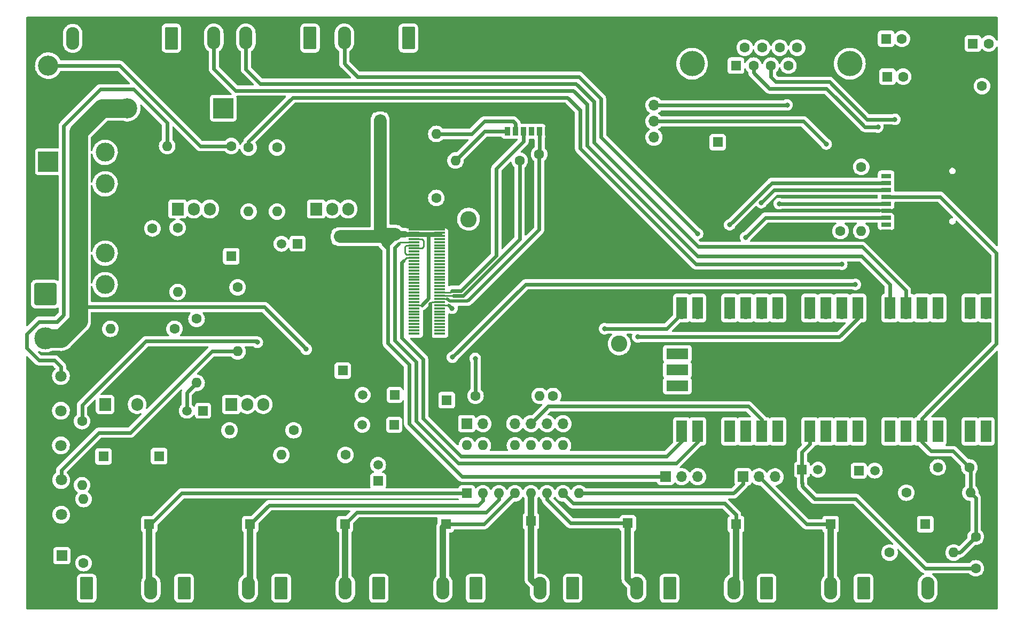
<source format=gtl>
%TF.GenerationSoftware,KiCad,Pcbnew,(6.0.7)*%
%TF.CreationDate,2023-01-05T15:45:52-03:00*%
%TF.ProjectId,EMAC2.0_PCB,454d4143-322e-4305-9f50-43422e6b6963,rev?*%
%TF.SameCoordinates,Original*%
%TF.FileFunction,Copper,L1,Top*%
%TF.FilePolarity,Positive*%
%FSLAX46Y46*%
G04 Gerber Fmt 4.6, Leading zero omitted, Abs format (unit mm)*
G04 Created by KiCad (PCBNEW (6.0.7)) date 2023-01-05 15:45:52*
%MOMM*%
%LPD*%
G01*
G04 APERTURE LIST*
G04 Aperture macros list*
%AMRoundRect*
0 Rectangle with rounded corners*
0 $1 Rounding radius*
0 $2 $3 $4 $5 $6 $7 $8 $9 X,Y pos of 4 corners*
0 Add a 4 corners polygon primitive as box body*
4,1,4,$2,$3,$4,$5,$6,$7,$8,$9,$2,$3,0*
0 Add four circle primitives for the rounded corners*
1,1,$1+$1,$2,$3*
1,1,$1+$1,$4,$5*
1,1,$1+$1,$6,$7*
1,1,$1+$1,$8,$9*
0 Add four rect primitives between the rounded corners*
20,1,$1+$1,$2,$3,$4,$5,0*
20,1,$1+$1,$4,$5,$6,$7,0*
20,1,$1+$1,$6,$7,$8,$9,0*
20,1,$1+$1,$8,$9,$2,$3,0*%
G04 Aperture macros list end*
%TA.AperFunction,ComponentPad*%
%ADD10R,1.600000X1.600000*%
%TD*%
%TA.AperFunction,ComponentPad*%
%ADD11C,1.600000*%
%TD*%
%TA.AperFunction,ComponentPad*%
%ADD12C,4.000000*%
%TD*%
%TA.AperFunction,ComponentPad*%
%ADD13O,1.600000X1.600000*%
%TD*%
%TA.AperFunction,ComponentPad*%
%ADD14RoundRect,0.250002X-1.499998X1.499998X-1.499998X-1.499998X1.499998X-1.499998X1.499998X1.499998X0*%
%TD*%
%TA.AperFunction,ComponentPad*%
%ADD15C,3.500000*%
%TD*%
%TA.AperFunction,ComponentPad*%
%ADD16R,1.800000X1.800000*%
%TD*%
%TA.AperFunction,ComponentPad*%
%ADD17C,1.800000*%
%TD*%
%TA.AperFunction,ComponentPad*%
%ADD18R,3.200000X3.200000*%
%TD*%
%TA.AperFunction,ComponentPad*%
%ADD19O,3.200000X3.200000*%
%TD*%
%TA.AperFunction,ComponentPad*%
%ADD20RoundRect,0.249999X-0.790001X-1.550001X0.790001X-1.550001X0.790001X1.550001X-0.790001X1.550001X0*%
%TD*%
%TA.AperFunction,ComponentPad*%
%ADD21O,2.080000X3.600000*%
%TD*%
%TA.AperFunction,ComponentPad*%
%ADD22RoundRect,0.249999X0.790001X1.550001X-0.790001X1.550001X-0.790001X-1.550001X0.790001X-1.550001X0*%
%TD*%
%TA.AperFunction,ComponentPad*%
%ADD23R,1.905000X2.000000*%
%TD*%
%TA.AperFunction,ComponentPad*%
%ADD24O,1.905000X2.000000*%
%TD*%
%TA.AperFunction,ComponentPad*%
%ADD25C,3.000000*%
%TD*%
%TA.AperFunction,ComponentPad*%
%ADD26R,1.500000X1.500000*%
%TD*%
%TA.AperFunction,ComponentPad*%
%ADD27C,1.500000*%
%TD*%
%TA.AperFunction,ComponentPad*%
%ADD28R,1.700000X1.700000*%
%TD*%
%TA.AperFunction,ComponentPad*%
%ADD29O,1.700000X1.700000*%
%TD*%
%TA.AperFunction,SMDPad,CuDef*%
%ADD30R,1.800000X0.300000*%
%TD*%
%TA.AperFunction,SMDPad,CuDef*%
%ADD31R,0.900000X1.350000*%
%TD*%
%TA.AperFunction,SMDPad,CuDef*%
%ADD32R,1.560000X2.610000*%
%TD*%
%TA.AperFunction,SMDPad,CuDef*%
%ADD33R,1.600000X0.700000*%
%TD*%
%TA.AperFunction,SMDPad,CuDef*%
%ADD34R,1.400000X1.600000*%
%TD*%
%TA.AperFunction,SMDPad,CuDef*%
%ADD35R,1.400000X1.200000*%
%TD*%
%TA.AperFunction,SMDPad,CuDef*%
%ADD36R,2.200000X1.200000*%
%TD*%
%TA.AperFunction,SMDPad,CuDef*%
%ADD37R,1.700000X3.500000*%
%TD*%
%TA.AperFunction,SMDPad,CuDef*%
%ADD38O,0.100000X0.100000*%
%TD*%
%TA.AperFunction,SMDPad,CuDef*%
%ADD39R,3.500000X1.700000*%
%TD*%
%TA.AperFunction,SMDPad,CuDef*%
%ADD40R,0.100000X0.100000*%
%TD*%
%TA.AperFunction,SMDPad,CuDef*%
%ADD41O,1.000000X1.000000*%
%TD*%
%TA.AperFunction,ViaPad*%
%ADD42C,2.600000*%
%TD*%
%TA.AperFunction,ViaPad*%
%ADD43C,0.800000*%
%TD*%
%TA.AperFunction,ViaPad*%
%ADD44C,5.000000*%
%TD*%
%TA.AperFunction,Conductor*%
%ADD45C,0.600000*%
%TD*%
%TA.AperFunction,Conductor*%
%ADD46C,0.250000*%
%TD*%
%TA.AperFunction,Conductor*%
%ADD47C,0.800000*%
%TD*%
%TA.AperFunction,Conductor*%
%ADD48C,1.000000*%
%TD*%
%TA.AperFunction,Conductor*%
%ADD49C,2.000000*%
%TD*%
%TA.AperFunction,Conductor*%
%ADD50C,3.000000*%
%TD*%
%TA.AperFunction,Conductor*%
%ADD51C,0.500000*%
%TD*%
G04 APERTURE END LIST*
D10*
%TO.P,1uF1,1*%
%TO.N,CH0*%
X74000000Y-117000000D03*
D11*
%TO.P,1uF1,2*%
%TO.N,GNDREF*%
X71500000Y-117000000D03*
%TD*%
D10*
%TO.P,1uF2,1*%
%TO.N,CH1*%
X90000000Y-117000000D03*
D11*
%TO.P,1uF2,2*%
%TO.N,GNDREF*%
X87500000Y-117000000D03*
%TD*%
D10*
%TO.P,1uF3,1*%
%TO.N,CH2*%
X105000000Y-117000000D03*
D11*
%TO.P,1uF3,2*%
%TO.N,GNDREF*%
X102500000Y-117000000D03*
%TD*%
D10*
%TO.P,1uF4,1*%
%TO.N,CH3*%
X121000000Y-117000000D03*
D11*
%TO.P,1uF4,2*%
%TO.N,GNDREF*%
X118500000Y-117000000D03*
%TD*%
D10*
%TO.P,1uF5,1*%
%TO.N,CH4*%
X134500000Y-116500000D03*
D11*
%TO.P,1uF5,2*%
%TO.N,GNDREF*%
X137000000Y-116500000D03*
%TD*%
D10*
%TO.P,1uF6,1*%
%TO.N,CH5*%
X149860000Y-116840000D03*
D11*
%TO.P,1uF6,2*%
%TO.N,GNDREF*%
X152360000Y-116840000D03*
%TD*%
D10*
%TO.P,1uF7,1*%
%TO.N,CH6*%
X167000000Y-117000000D03*
D11*
%TO.P,1uF7,2*%
%TO.N,GNDREF*%
X164500000Y-117000000D03*
%TD*%
D10*
%TO.P,1uF8,1*%
%TO.N,CH7_Hybrid*%
X182000000Y-117000000D03*
D11*
%TO.P,1uF8,2*%
%TO.N,GNDREF*%
X184500000Y-117000000D03*
%TD*%
D10*
%TO.P,1uF9,1*%
%TO.N,CH8_Digital*%
X197000000Y-117000000D03*
D11*
%TO.P,1uF9,2*%
%TO.N,GNDREF*%
X199500000Y-117000000D03*
%TD*%
D10*
%TO.P,470uF1,1*%
%TO.N,POWER_PICO*%
X104672651Y-92640000D03*
D11*
%TO.P,470uF1,2*%
%TO.N,GNDREF*%
X104672651Y-87640000D03*
%TD*%
D10*
%TO.P,470uF2,1*%
%TO.N,POWER_SENSORS*%
X66746000Y-106250000D03*
D11*
%TO.P,470uF2,2*%
%TO.N,GNDREF*%
X71746000Y-106250000D03*
%TD*%
D10*
%TO.P,470uF4,1*%
%TO.N,POWER_5V*%
X75560000Y-106210000D03*
D11*
%TO.P,470uF4,2*%
%TO.N,GNDREF*%
X80560000Y-106210000D03*
%TD*%
D10*
%TO.P,470uF3,1*%
%TO.N,Net-(470uF3-Pad1)*%
X87000000Y-74500000D03*
D11*
%TO.P,470uF3,2*%
%TO.N,GNDREF*%
X82000000Y-74500000D03*
%TD*%
D12*
%TO.P,DB9_Female1,0*%
%TO.N,N/C*%
X160040000Y-43950000D03*
X185040000Y-43950000D03*
D10*
%TO.P,DB9_Female1,1,1*%
%TO.N,unconnected-(DB9_Female1-Pad1)*%
X167000000Y-44250000D03*
D11*
%TO.P,DB9_Female1,2,2*%
%TO.N,Net-(DB9_Female1-Pad2)*%
X169770000Y-44250000D03*
%TO.P,DB9_Female1,3,3*%
%TO.N,Net-(DB9_Female1-Pad3)*%
X172540000Y-44250000D03*
%TO.P,DB9_Female1,4,4*%
%TO.N,unconnected-(DB9_Female1-Pad4)*%
X175310000Y-44250000D03*
%TO.P,DB9_Female1,5,5*%
%TO.N,GNDREF*%
X178080000Y-44250000D03*
%TO.P,DB9_Female1,6,6*%
%TO.N,unconnected-(DB9_Female1-Pad6)*%
X168385000Y-41410000D03*
%TO.P,DB9_Female1,7,7*%
%TO.N,POWER_PICO*%
X171155000Y-41410000D03*
%TO.P,DB9_Female1,8,8*%
%TO.N,POWER_PICO_JUMPER*%
X173925000Y-41410000D03*
%TO.P,DB9_Female1,9,9*%
%TO.N,unconnected-(DB9_Female1-Pad9)*%
X176695000Y-41410000D03*
%TD*%
%TO.P,10k-Ohm4,1*%
%TO.N,BATTERY*%
X96880000Y-102100000D03*
D13*
%TO.P,10k-Ohm4,2*%
%TO.N,Net-(10k-Ohm4-Pad2)*%
X86720000Y-102100000D03*
%TD*%
D11*
%TO.P,10k-Ohm5,1*%
%TO.N,ACTIVATE_CONNECTIVITY*%
X89746000Y-57250000D03*
D13*
%TO.P,10k-Ohm5,2*%
%TO.N,Net-(10k-Ohm5-Pad2)*%
X89746000Y-67410000D03*
%TD*%
D11*
%TO.P,10k-Ohm6,1*%
%TO.N,BATTERY*%
X94246000Y-57250000D03*
D13*
%TO.P,10k-Ohm6,2*%
%TO.N,Net-(10k-Ohm6-Pad2)*%
X94246000Y-67410000D03*
%TD*%
D14*
%TO.P,SW1,1,A*%
%TO.N,Net-(1N5402-Pad1)*%
X57500000Y-80500000D03*
D15*
%TO.P,SW1,2,B*%
%TO.N,Net-(100k-Ohm1-Pad1)*%
X57500000Y-87500000D03*
%TD*%
D11*
%TO.P,330-Ohm1,1*%
%TO.N,Net-(330-Ohm1-Pad1)*%
X78000000Y-86000000D03*
D13*
%TO.P,330-Ohm1,2*%
%TO.N,Net-(330-Ohm1-Pad2)*%
X67840000Y-86000000D03*
%TD*%
D16*
%TO.P,D2,1,K*%
%TO.N,GNDREF*%
X57460000Y-104500000D03*
D17*
%TO.P,D2,2,A*%
%TO.N,Net-(10k-Ohm8-Pad2)*%
X60000000Y-104500000D03*
%TD*%
D16*
%TO.P,D3,1,K*%
%TO.N,GNDREF*%
X57500000Y-115500000D03*
D17*
%TO.P,D3,2,A*%
%TO.N,Net-(10k-Ohm1-Pad2)*%
X60040000Y-115500000D03*
%TD*%
D16*
%TO.P,D4,1,K*%
%TO.N,GNDREF*%
X57460000Y-99000000D03*
D17*
%TO.P,D4,2,A*%
%TO.N,Net-(330-Ohm1-Pad2)*%
X60000000Y-99000000D03*
%TD*%
D11*
%TO.P,10k-Ohm8,1*%
%TO.N,Net-(10k-Ohm8-Pad1)*%
X63340000Y-100650000D03*
D13*
%TO.P,10k-Ohm8,2*%
%TO.N,Net-(10k-Ohm8-Pad2)*%
X63340000Y-110810000D03*
%TD*%
D11*
%TO.P,10k-Ohm1,1*%
%TO.N,POWER_SENSORS*%
X63590000Y-123180000D03*
D13*
%TO.P,10k-Ohm1,2*%
%TO.N,Net-(10k-Ohm1-Pad2)*%
X63590000Y-113020000D03*
%TD*%
D11*
%TO.P,10k-Ohm3,1*%
%TO.N,ACTIVATE_SENSORS*%
X81500000Y-84420000D03*
D13*
%TO.P,10k-Ohm3,2*%
%TO.N,Net-(10k-Ohm3-Pad2)*%
X81500000Y-94580000D03*
%TD*%
D18*
%TO.P,1N5402-2,1,K*%
%TO.N,Net-(1N5402-2-Pad1)*%
X85746000Y-51000000D03*
D19*
%TO.P,1N5402-2,2,A*%
%TO.N,Net-(100k-Ohm1-Pad1)*%
X70506000Y-51000000D03*
%TD*%
D20*
%TO.P,CH0-A1,1,Pin_1*%
%TO.N,POWER_SENSORS*%
X64085800Y-127148100D03*
D21*
%TO.P,CH0-A1,2,Pin_2*%
%TO.N,GNDREF*%
X69165800Y-127148100D03*
%TO.P,CH0-A1,3,Pin_3*%
%TO.N,CH0*%
X74245800Y-127148100D03*
%TD*%
D20*
%TO.P,CH1-A1,1,Pin_1*%
%TO.N,POWER_SENSORS*%
X79518000Y-127148100D03*
D21*
%TO.P,CH1-A1,2,Pin_2*%
%TO.N,GNDREF*%
X84598000Y-127148100D03*
%TO.P,CH1-A1,3,Pin_3*%
%TO.N,CH1*%
X89678000Y-127148100D03*
%TD*%
D20*
%TO.P,CH2-A1,1,Pin_1*%
%TO.N,POWER_SENSORS*%
X94920000Y-127148100D03*
D21*
%TO.P,CH2-A1,2,Pin_2*%
%TO.N,GNDREF*%
X100000000Y-127148100D03*
%TO.P,CH2-A1,3,Pin_3*%
%TO.N,CH2*%
X105080000Y-127148100D03*
%TD*%
D20*
%TO.P,CH3-A1,1,Pin_1*%
%TO.N,POWER_SENSORS*%
X110379000Y-127159000D03*
D21*
%TO.P,CH3-A1,2,Pin_2*%
%TO.N,GNDREF*%
X115459000Y-127159000D03*
%TO.P,CH3-A1,3,Pin_3*%
%TO.N,CH3*%
X120539000Y-127159000D03*
%TD*%
D20*
%TO.P,CH4-A1,1,Pin_1*%
%TO.N,POWER_SENSORS*%
X125746000Y-127159000D03*
D21*
%TO.P,CH4-A1,2,Pin_2*%
%TO.N,GNDREF*%
X130826000Y-127159000D03*
%TO.P,CH4-A1,3,Pin_3*%
%TO.N,CH4*%
X135906000Y-127159000D03*
%TD*%
D20*
%TO.P,CH5-A1,1,Pin_1*%
%TO.N,POWER_SENSORS*%
X141113000Y-127146000D03*
D21*
%TO.P,CH5-A1,2,Pin_2*%
%TO.N,GNDREF*%
X146193000Y-127146000D03*
%TO.P,CH5-A1,3,Pin_3*%
%TO.N,CH5*%
X151273000Y-127146000D03*
%TD*%
D20*
%TO.P,CH6-A1,1,Pin_1*%
%TO.N,POWER_SENSORS*%
X156480000Y-127159000D03*
D21*
%TO.P,CH6-A1,2,Pin_2*%
%TO.N,GNDREF*%
X161560000Y-127159000D03*
%TO.P,CH6-A1,3,Pin_3*%
%TO.N,CH6*%
X166640000Y-127159000D03*
%TD*%
D20*
%TO.P,CH7-H1,1,Pin_1*%
%TO.N,POWER_SENSORS*%
X171847000Y-127159000D03*
D21*
%TO.P,CH7-H1,2,Pin_2*%
%TO.N,GNDREF*%
X176927000Y-127159000D03*
%TO.P,CH7-H1,3,Pin_3*%
%TO.N,CH7_Hybrid*%
X182007000Y-127159000D03*
%TD*%
D20*
%TO.P,CH8-D1,1,Pin_1*%
%TO.N,POWER_SENSORS*%
X187214000Y-127159000D03*
D21*
%TO.P,CH8-D1,2,Pin_2*%
%TO.N,GNDREF*%
X192294000Y-127159000D03*
%TO.P,CH8-D1,3,Pin_3*%
%TO.N,CH8_Digital*%
X197374000Y-127159000D03*
%TD*%
D22*
%TO.P,PWM1,1,Pin_1*%
%TO.N,POWER_5V*%
X115080000Y-39875200D03*
D21*
%TO.P,PWM1,2,Pin_2*%
%TO.N,GNDREF*%
X110000000Y-39875200D03*
%TO.P,PWM1,3,Pin_3*%
%TO.N,PWM_SALIDA*%
X104920000Y-39875200D03*
%TD*%
D23*
%TO.P,LM7805,1,VI*%
%TO.N,POWER_SENSORS*%
X67000000Y-98000000D03*
D24*
%TO.P,LM7805,2,GND*%
%TO.N,GNDREF*%
X69540000Y-98000000D03*
%TO.P,LM7805,3,VO*%
%TO.N,POWER_5V*%
X72080000Y-98000000D03*
%TD*%
D23*
%TO.P,IRF9540N1,1,G*%
%TO.N,Net-(10k-Ohm4-Pad2)*%
X87000000Y-98000000D03*
D24*
%TO.P,IRF9540N1,2,D*%
%TO.N,POWER_SENSORS*%
X89540000Y-98000000D03*
%TO.P,IRF9540N1,3,S*%
%TO.N,BATTERY*%
X92080000Y-98000000D03*
%TD*%
D23*
%TO.P,IRF9540N2,1,G*%
%TO.N,Net-(10k-Ohm6-Pad2)*%
X100460000Y-67000000D03*
D24*
%TO.P,IRF9540N2,2,D*%
%TO.N,Net-(470uF3-Pad1)*%
X103000000Y-67000000D03*
%TO.P,IRF9540N2,3,S*%
%TO.N,BATTERY*%
X105540000Y-67000000D03*
%TD*%
D22*
%TO.P,BATTERY1,1,Pin_1*%
%TO.N,Net-(1N5402-Pad1)*%
X77507500Y-39902500D03*
D21*
%TO.P,BATTERY1,2,Pin_2*%
%TO.N,GNDREF*%
X72427500Y-39902500D03*
%TD*%
D22*
%TO.P,UART1,1,Pin_1*%
%TO.N,POWER_5V*%
X99470000Y-39890000D03*
D21*
%TO.P,UART1,2,Pin_2*%
%TO.N,GNDREF*%
X94390000Y-39890000D03*
%TO.P,UART1,3,Pin_3*%
%TO.N,UART_TX*%
X89310000Y-39890000D03*
%TO.P,UART1,4,Pin_4*%
%TO.N,UART_RX*%
X84230000Y-39890000D03*
%TD*%
D25*
%TO.P,Fuse1,1*%
%TO.N,BATTERY*%
X67000000Y-74000000D03*
X67000000Y-79000000D03*
%TO.P,Fuse1,2*%
%TO.N,Net-(1N5402-2-Pad1)*%
X67000000Y-63000000D03*
X67000000Y-58000000D03*
%TD*%
D10*
%TO.P,1uF10,1*%
%TO.N,Net-(1uF10-Pad1)*%
X190794888Y-40000000D03*
D11*
%TO.P,1uF10,2*%
%TO.N,Net-(1uF10-Pad2)*%
X193294888Y-40000000D03*
%TD*%
D10*
%TO.P,1uF13,1*%
%TO.N,Net-(1uF13-Pad1)*%
X204544888Y-40750000D03*
D11*
%TO.P,1uF13,2*%
%TO.N,Net-(1uF13-Pad2)*%
X207044888Y-40750000D03*
%TD*%
D10*
%TO.P,1uF11,1*%
%TO.N,GNDREF*%
X206000000Y-45000000D03*
D11*
%TO.P,1uF11,2*%
%TO.N,Net-(1uF11-Pad2)*%
X206000000Y-47500000D03*
%TD*%
D10*
%TO.P,1uF12,1*%
%TO.N,POWER_PICO_JUMPER*%
X191000000Y-46000000D03*
D11*
%TO.P,1uF12,2*%
%TO.N,Net-(1uF12-Pad2)*%
X193500000Y-46000000D03*
%TD*%
D10*
%TO.P,1uF14,1*%
%TO.N,POWER_PICO*%
X164105113Y-56400000D03*
D11*
%TO.P,1uF14,2*%
%TO.N,GNDREF*%
X161605113Y-56400000D03*
%TD*%
D26*
%TO.P,BC547,1,C*%
%TO.N,Net-(10k-Ohm6-Pad2)*%
X97500000Y-72500000D03*
D27*
%TO.P,BC547,2,B*%
%TO.N,Net-(10k-Ohm5-Pad2)*%
X94960000Y-72500000D03*
%TO.P,BC547,3,E*%
%TO.N,GNDREF*%
X92420000Y-72500000D03*
%TD*%
D28*
%TO.P,GPS1,1,Pin_1*%
%TO.N,GNDREF*%
X154000000Y-48000000D03*
D29*
%TO.P,GPS1,2,Pin_2*%
%TO.N,GPS_TX*%
X154000000Y-50540000D03*
%TO.P,GPS1,3,Pin_3*%
%TO.N,GPS_RX*%
X154000000Y-53080000D03*
%TO.P,GPS1,4,Pin_4*%
%TO.N,POWER_5V*%
X154000000Y-55620000D03*
%TD*%
D26*
%TO.P,BC547-2,1,C*%
%TO.N,Net-(10k-Ohm4-Pad2)*%
X82500000Y-99000000D03*
D27*
%TO.P,BC547-2,2,B*%
%TO.N,Net-(10k-Ohm3-Pad2)*%
X79960000Y-99000000D03*
%TO.P,BC547-2,3,E*%
%TO.N,GNDREF*%
X77420000Y-99000000D03*
%TD*%
D23*
%TO.P,LM317,1,ADJ*%
%TO.N,Net-(200-Ohm1-Pad1)*%
X78500000Y-67000000D03*
D24*
%TO.P,LM317,2,VO*%
%TO.N,POWER_CONNECTIVITY*%
X81040000Y-67000000D03*
%TO.P,LM317,3,VI*%
%TO.N,Net-(470uF3-Pad1)*%
X83580000Y-67000000D03*
%TD*%
D26*
%TO.P,L78L05-2,1,VO*%
%TO.N,POWER_PICO*%
X112900000Y-96500000D03*
D27*
%TO.P,L78L05-2,2,GND*%
%TO.N,GNDREF*%
X110360000Y-96500000D03*
%TO.P,L78L05-2,3,VI*%
%TO.N,BATTERY*%
X107820000Y-96500000D03*
%TD*%
D18*
%TO.P,1N5402,1,K*%
%TO.N,Net-(1N5402-Pad1)*%
X58000000Y-59500000D03*
D19*
%TO.P,1N5402,2,A*%
%TO.N,Net-(15k-Ohm1-Pad1)*%
X58000000Y-44260000D03*
%TD*%
D10*
%TO.P,C29,1*%
%TO.N,POWER_CONNECTIVITY*%
X110597349Y-53000000D03*
D11*
%TO.P,C29,2*%
%TO.N,GNDREF*%
X115597349Y-53000000D03*
%TD*%
D10*
%TO.P,0.1u1,1*%
%TO.N,POWER_ADC*%
X121140000Y-97325113D03*
D11*
%TO.P,0.1u1,2*%
%TO.N,GNDREF*%
X121140000Y-94825113D03*
%TD*%
%TO.P,10k-Ohm2,1*%
%TO.N,BATTERY_LVL*%
X138000000Y-96630000D03*
D13*
%TO.P,10k-Ohm2,2*%
%TO.N,GNDREF*%
X148160000Y-96630000D03*
%TD*%
D26*
%TO.P,2N3906,1,E*%
%TO.N,CH7_INT*%
X177460000Y-108360000D03*
D27*
%TO.P,2N3906,2,B*%
%TO.N,CH7_Digital*%
X180000000Y-108360000D03*
%TO.P,2N3906,3,C*%
%TO.N,GNDREF*%
X182540000Y-108360000D03*
%TD*%
D28*
%TO.P,TTL-Modem1,1,Pin_1*%
%TO.N,POWER_CONNECTIVITY*%
X155850000Y-109460000D03*
D29*
%TO.P,TTL-Modem1,2,Pin_2*%
%TO.N,CONNECTIVITY_TX*%
X158390000Y-109460000D03*
%TO.P,TTL-Modem1,3,Pin_3*%
%TO.N,CONNECTIVITY_RX*%
X160930000Y-109460000D03*
%TO.P,TTL-Modem1,4,Pin_4*%
%TO.N,GNDREF*%
X163470000Y-109460000D03*
%TD*%
D26*
%TO.P,L78L5,1,VO*%
%TO.N,POWER_ADC*%
X112840000Y-101240000D03*
D27*
%TO.P,L78L5,2,GND*%
%TO.N,GNDREF*%
X110300000Y-101240000D03*
%TO.P,L78L5,3,VI*%
%TO.N,POWER_SENSORS*%
X107760000Y-101240000D03*
%TD*%
D26*
%TO.P,2N3906-2,1,E*%
%TO.N,CH8_INT*%
X186460000Y-108500000D03*
D27*
%TO.P,2N3906-2,2,B*%
%TO.N,CH8_Digital*%
X189000000Y-108500000D03*
%TO.P,2N3906-2,3,C*%
%TO.N,GNDREF*%
X191540000Y-108500000D03*
%TD*%
D22*
%TO.P,SOLAR_PANEL1,1,Pin_1*%
%TO.N,GNDREF*%
X66947500Y-39922500D03*
D21*
%TO.P,SOLAR_PANEL1,2,Pin_2*%
%TO.N,Net-(15k-Ohm1-Pad1)*%
X61867500Y-39922500D03*
%TD*%
D11*
%TO.P,15k-Ohm1,1*%
%TO.N,Net-(15k-Ohm1-Pad1)*%
X87000000Y-57000000D03*
D13*
%TO.P,15k-Ohm1,2*%
%TO.N,Net-(15k-Ohm1-Pad2)*%
X76840000Y-57000000D03*
%TD*%
D30*
%TO.P,G30,1,GND*%
%TO.N,GNDREF*%
X116000000Y-69750000D03*
%TO.P,G30,2,GND*%
X120000000Y-69750000D03*
%TO.P,G30,3,GND*%
X116000000Y-70250000D03*
%TO.P,G30,4,GND*%
X120000000Y-70250000D03*
%TO.P,G30,5,VCC*%
%TO.N,POWER_CONNECTIVITY*%
X116000000Y-70750000D03*
%TO.P,G30,6,VCC*%
X120000000Y-70750000D03*
%TO.P,G30,7,VCC*%
X116000000Y-71250000D03*
%TO.P,G30,8,VCC*%
X120000000Y-71250000D03*
%TO.P,G30,9,RTS*%
%TO.N,Net-(G30-Pad15)*%
X116000000Y-71750000D03*
%TO.P,G30,10*%
%TO.N,N/C*%
X120000000Y-71750000D03*
%TO.P,G30,11,RXD*%
%TO.N,CONNECTIVITY_RX*%
X116000000Y-72250000D03*
%TO.P,G30,12*%
%TO.N,N/C*%
X120000000Y-72250000D03*
%TO.P,G30,13,DSR*%
%TO.N,Net-(G30-Pad13)*%
X116000000Y-72750000D03*
%TO.P,G30,14*%
%TO.N,N/C*%
X120000000Y-72750000D03*
%TO.P,G30,15,CTS*%
%TO.N,Net-(G30-Pad15)*%
X116000000Y-73250000D03*
%TO.P,G30,16,WKUPI*%
%TO.N,unconnected-(G30-Pad16)*%
X120000000Y-73250000D03*
%TO.P,G30,17,DCD*%
%TO.N,unconnected-(G30-Pad17)*%
X116000000Y-73750000D03*
%TO.P,G30,18,RXD_DAU*%
%TO.N,unconnected-(G30-Pad18)*%
X120000000Y-73750000D03*
%TO.P,G30,19,DTR*%
%TO.N,Net-(G30-Pad13)*%
X116000000Y-74250000D03*
%TO.P,G30,20,TXD_DAI*%
%TO.N,unconnected-(G30-Pad20)*%
X120000000Y-74250000D03*
%TO.P,G30,21,TXD*%
%TO.N,CONNECTIVITY_TX*%
X116000000Y-74750000D03*
%TO.P,G30,22,CLK_DAI*%
%TO.N,unconnected-(G30-Pad22)*%
X120000000Y-74750000D03*
%TO.P,G30,23,RI*%
%TO.N,unconnected-(G30-Pad23)*%
X116000000Y-75250000D03*
%TO.P,G30,24,WA0_DAI*%
%TO.N,unconnected-(G30-Pad24)*%
X120000000Y-75250000D03*
%TO.P,G30,25,RESET_IN*%
%TO.N,unconnected-(G30-Pad25)*%
X116000000Y-75750000D03*
%TO.P,G30,26,WKUPO*%
%TO.N,unconnected-(G30-Pad26)*%
X120000000Y-75750000D03*
%TO.P,G30,27,VREF*%
%TO.N,unconnected-(G30-Pad27)*%
X116000000Y-76250000D03*
%TO.P,G30,28,GPIO1*%
%TO.N,unconnected-(G30-Pad28)*%
X120000000Y-76250000D03*
%TO.P,G30,29*%
%TO.N,N/C*%
X116000000Y-76750000D03*
%TO.P,G30,30,GPIO2*%
%TO.N,unconnected-(G30-Pad30)*%
X120000000Y-76750000D03*
%TO.P,G30,31*%
%TO.N,N/C*%
X116000000Y-77250000D03*
%TO.P,G30,32,GPIO3/SDA*%
%TO.N,unconnected-(G30-Pad32)*%
X120000000Y-77250000D03*
%TO.P,G30,33*%
%TO.N,N/C*%
X116000000Y-77750000D03*
%TO.P,G30,34,GPIO4/SCL*%
%TO.N,unconnected-(G30-Pad34)*%
X120000000Y-77750000D03*
%TO.P,G30,35*%
%TO.N,N/C*%
X116000000Y-78250000D03*
%TO.P,G30,36,GPIO5*%
%TO.N,unconnected-(G30-Pad36)*%
X120000000Y-78250000D03*
%TO.P,G30,37,ADC1*%
%TO.N,unconnected-(G30-Pad37)*%
X116000000Y-78750000D03*
%TO.P,G30,38,GPIO6*%
%TO.N,unconnected-(G30-Pad38)*%
X120000000Y-78750000D03*
%TO.P,G30,39*%
%TO.N,N/C*%
X116000000Y-79250000D03*
%TO.P,G30,40,GPIO7*%
%TO.N,unconnected-(G30-Pad40)*%
X120000000Y-79250000D03*
%TO.P,G30,41,ANT_DET*%
%TO.N,unconnected-(G30-Pad41)*%
X116000000Y-79750000D03*
%TO.P,G30,42,GPIO8*%
%TO.N,unconnected-(G30-Pad42)*%
X120000000Y-79750000D03*
%TO.P,G30,43,ADC2*%
%TO.N,unconnected-(G30-Pad43)*%
X116000000Y-80250000D03*
%TO.P,G30,44,SIM_RST*%
%TO.N,Net-(G30-Pad44)*%
X120000000Y-80250000D03*
%TO.P,G30,45*%
%TO.N,N/C*%
X116000000Y-80750000D03*
%TO.P,G30,46,SIM_CLK*%
%TO.N,Net-(100-Ohm1-Pad1)*%
X120000000Y-80750000D03*
%TO.P,G30,47*%
%TO.N,N/C*%
X116000000Y-81250000D03*
%TO.P,G30,48,VSIM*%
%TO.N,Net-(220nF3-Pad2)*%
X120000000Y-81250000D03*
%TO.P,G30,49,GPRS*%
%TO.N,unconnected-(G30-Pad49)*%
X116000000Y-81750000D03*
%TO.P,G30,50,SIM_PD_n*%
%TO.N,GNDREF*%
X120000000Y-81750000D03*
%TO.P,G30,51,VCC*%
%TO.N,POWER_CONNECTIVITY*%
X116000000Y-82250000D03*
%TO.P,G30,52,SIM_IO*%
%TO.N,Net-(56-Ohm1-Pad1)*%
X120000000Y-82250000D03*
%TO.P,G30,53,PWR_ON*%
%TO.N,unconnected-(G30-Pad53)*%
X116000000Y-82750000D03*
%TO.P,G30,54,HDST_SPK*%
%TO.N,unconnected-(G30-Pad54)*%
X120000000Y-82750000D03*
%TO.P,G30,55,HDST_INT*%
%TO.N,unconnected-(G30-Pad55)*%
X116000000Y-83250000D03*
%TO.P,G30,56*%
%TO.N,N/C*%
X120000000Y-83250000D03*
%TO.P,G30,57,MIC_HDST*%
%TO.N,unconnected-(G30-Pad57)*%
X116000000Y-83750000D03*
%TO.P,G30,58*%
%TO.N,N/C*%
X120000000Y-83750000D03*
%TO.P,G30,59,AGND*%
%TO.N,unconnected-(G30-Pad59)*%
X116000000Y-84250000D03*
%TO.P,G30,60*%
%TO.N,N/C*%
X120000000Y-84250000D03*
%TO.P,G30,61,MIC*%
%TO.N,unconnected-(G30-Pad61)*%
X116000000Y-84750000D03*
%TO.P,G30,62,SPI_IRQ*%
%TO.N,unconnected-(G30-Pad62)*%
X120000000Y-84750000D03*
%TO.P,G30,63,SPKR_N*%
%TO.N,unconnected-(G30-Pad63)*%
X116000000Y-85250000D03*
%TO.P,G30,64,SPI_MISO*%
%TO.N,unconnected-(G30-Pad64)*%
X120000000Y-85250000D03*
%TO.P,G30,65,SPKR_P*%
%TO.N,unconnected-(G30-Pad65)*%
X116000000Y-85750000D03*
%TO.P,G30,66,SPI_CLK*%
%TO.N,unconnected-(G30-Pad66)*%
X120000000Y-85750000D03*
%TO.P,G30,67,SPKR_N*%
%TO.N,unconnected-(G30-Pad67)*%
X116000000Y-86250000D03*
%TO.P,G30,68,SPI_MOSI*%
%TO.N,unconnected-(G30-Pad68)*%
X120000000Y-86250000D03*
%TO.P,G30,69,SPKR_P*%
%TO.N,unconnected-(G30-Pad69)*%
X116000000Y-86750000D03*
%TO.P,G30,70,SPI_CS*%
%TO.N,unconnected-(G30-Pad70)*%
X120000000Y-86750000D03*
%TD*%
D11*
%TO.P,10k-Ohm7,1*%
%TO.N,Vref_ADC*%
X105100000Y-106000000D03*
D13*
%TO.P,10k-Ohm7,2*%
%TO.N,POWER_SENSORS*%
X94940000Y-106000000D03*
%TD*%
D11*
%TO.P,2.2k-Ohm1,1*%
%TO.N,Net-(2.2k-Ohm1-Pad1)*%
X186850000Y-60320000D03*
D13*
%TO.P,2.2k-Ohm1,2*%
%TO.N,RX_Serie*%
X186850000Y-70480000D03*
%TD*%
D11*
%TO.P,100k-Ohm1,1*%
%TO.N,Net-(100k-Ohm1-Pad1)*%
X125710000Y-96630000D03*
D13*
%TO.P,100k-Ohm1,2*%
%TO.N,BATTERY_LVL*%
X135870000Y-96630000D03*
%TD*%
D11*
%TO.P,22k-Ohm2,1*%
%TO.N,CH8_Digital*%
X194000000Y-112000000D03*
D13*
%TO.P,22k-Ohm2,2*%
%TO.N,3.3V*%
X204160000Y-112000000D03*
%TD*%
D16*
%TO.P,D6,1,K*%
%TO.N,GNDREF*%
X57500000Y-110000000D03*
D17*
%TO.P,D6,2,A*%
%TO.N,Net-(1k-Ohm1-Pad2)*%
X60040000Y-110000000D03*
%TD*%
D11*
%TO.P,1k-Ohm1,1*%
%TO.N,POWER_CONNECTIVITY*%
X88000000Y-79420000D03*
D13*
%TO.P,1k-Ohm1,2*%
%TO.N,Net-(1k-Ohm1-Pad2)*%
X88000000Y-89580000D03*
%TD*%
D11*
%TO.P,3.3k-Ohm1,1*%
%TO.N,RX_Serie*%
X183550000Y-70500000D03*
D13*
%TO.P,3.3k-Ohm1,2*%
%TO.N,GNDREF*%
X183550000Y-60340000D03*
%TD*%
D28*
%TO.P,JSPI2,1,Pin_1*%
%TO.N,POWER_ADC*%
X124325000Y-101050000D03*
D29*
%TO.P,JSPI2,2,Pin_2*%
%TO.N,Vref_ADC*%
X126865000Y-101050000D03*
%TO.P,JSPI2,3,Pin_3*%
%TO.N,GNDREF*%
X129405000Y-101050000D03*
%TO.P,JSPI2,4,Pin_4*%
%TO.N,ADC_CLK*%
X131945000Y-101050000D03*
%TO.P,JSPI2,5,Pin_5*%
%TO.N,ADC_DI*%
X134485000Y-101050000D03*
%TO.P,JSPI2,6,Pin_6*%
%TO.N,ADC_DO*%
X137025000Y-101050000D03*
%TO.P,JSPI2,7,Pin_7*%
%TO.N,SPI2_CS*%
X139565000Y-101050000D03*
%TO.P,JSPI2,8,Pin_8*%
%TO.N,GNDREF*%
X142105000Y-101050000D03*
%TD*%
D28*
%TO.P,JCapa2,1,Pin_1*%
%TO.N,POWER_SENSORS*%
X60130000Y-122000000D03*
D29*
%TO.P,JCapa2,2,Pin_2*%
%TO.N,GNDREF*%
X57590000Y-122000000D03*
%TD*%
D26*
%TO.P,LM336Z5,1,VI*%
%TO.N,unconnected-(LM336Z5-Pad1)*%
X110270000Y-110130000D03*
D27*
%TO.P,LM336Z5,2,VO*%
%TO.N,Vref_ADC*%
X110270000Y-107590000D03*
%TO.P,LM336Z5,3,GND*%
%TO.N,GNDREF*%
X110270000Y-105050000D03*
%TD*%
D11*
%TO.P,200-Ohm1,1*%
%TO.N,Net-(200-Ohm1-Pad1)*%
X78500000Y-70000000D03*
D13*
%TO.P,200-Ohm1,2*%
%TO.N,POWER_CONNECTIVITY*%
X78500000Y-80160000D03*
%TD*%
D11*
%TO.P,470-Ohm1,1*%
%TO.N,Net-(200-Ohm1-Pad1)*%
X74500000Y-70080000D03*
D13*
%TO.P,470-Ohm1,2*%
%TO.N,GNDREF*%
X74500000Y-80240000D03*
%TD*%
D11*
%TO.P,56-Ohm1,1*%
%TO.N,Net-(56-Ohm1-Pad1)*%
X119500000Y-65250000D03*
D13*
%TO.P,56-Ohm1,2*%
%TO.N,Net-(56-Ohm1-Pad2)*%
X119500000Y-55090000D03*
%TD*%
D28*
%TO.P,CH7A-Jumper-CHD1,1,Pin_1*%
%TO.N,CH7_Analog*%
X168110000Y-109490000D03*
D29*
%TO.P,CH7A-Jumper-CHD1,2,Pin_2*%
%TO.N,CH7_Hybrid*%
X170650000Y-109490000D03*
%TO.P,CH7A-Jumper-CHD1,3,Pin_3*%
%TO.N,CH7_Digital*%
X173190000Y-109490000D03*
%TD*%
D11*
%TO.P,220nF3,1*%
%TO.N,GNDREF*%
X140800000Y-58300000D03*
%TO.P,220nF3,2*%
%TO.N,Net-(220nF3-Pad2)*%
X135800000Y-58300000D03*
%TD*%
D31*
%TO.P,SIM-KA-179,C1,VCC*%
%TO.N,Net-(220nF3-Pad2)*%
X135865000Y-54677500D03*
%TO.P,SIM-KA-179,C2,RST*%
%TO.N,Net-(G30-Pad44)*%
X133325000Y-54677500D03*
%TO.P,SIM-KA-179,C3,CLK*%
%TO.N,Net-(100-Ohm1-Pad2)*%
X130785000Y-54677500D03*
D32*
%TO.P,SIM-KA-179,C5,GND*%
%TO.N,GNDREF*%
X122660000Y-51802500D03*
X139340000Y-51802500D03*
X122660000Y-39172500D03*
X139340000Y-39172500D03*
D31*
X137135000Y-54677500D03*
%TO.P,SIM-KA-179,C6,VPP*%
%TO.N,unconnected-(SIM-KA-179-PadC6)*%
X134595000Y-54677500D03*
%TO.P,SIM-KA-179,C7,I/O*%
%TO.N,Net-(56-Ohm1-Pad2)*%
X132055000Y-54677500D03*
%TD*%
D10*
%TO.P,C27,1*%
%TO.N,POWER_CONNECTIVITY*%
X104250000Y-71380000D03*
D11*
%TO.P,C27,2*%
%TO.N,GNDREF*%
X104250000Y-76380000D03*
%TD*%
%TO.P,220nF1,1*%
%TO.N,CH7_INT*%
X205000000Y-124000000D03*
%TO.P,220nF1,2*%
%TO.N,3.3V*%
X205000000Y-119000000D03*
%TD*%
%TO.P,220nF2,1*%
%TO.N,CH8_INT*%
X199000000Y-108000000D03*
%TO.P,220nF2,2*%
%TO.N,3.3V*%
X204000000Y-108000000D03*
%TD*%
D33*
%TO.P,Micro_SD_Card1,1,DAT2*%
%TO.N,unconnected-(Micro_SD_Card1-Pad1)*%
X190800000Y-61750000D03*
%TO.P,Micro_SD_Card1,2,DAT3/CD*%
%TO.N,SD_CS*%
X190800000Y-62850000D03*
%TO.P,Micro_SD_Card1,3,CMD*%
%TO.N,SD_DI*%
X190800000Y-63950000D03*
%TO.P,Micro_SD_Card1,4,VDD*%
%TO.N,3.3V*%
X190800000Y-65050000D03*
%TO.P,Micro_SD_Card1,5,CLK*%
%TO.N,SD_CLK*%
X190800000Y-66150000D03*
%TO.P,Micro_SD_Card1,6,VSS*%
%TO.N,GNDREF*%
X190800000Y-67250000D03*
%TO.P,Micro_SD_Card1,7,DAT0*%
%TO.N,SD_DO*%
X190800000Y-68350000D03*
%TO.P,Micro_SD_Card1,8,DAT1*%
%TO.N,unconnected-(Micro_SD_Card1-Pad8)*%
X190800000Y-69450000D03*
D34*
%TO.P,Micro_SD_Card1,9,SHIELD*%
%TO.N,GNDREF*%
X191400000Y-57150000D03*
D33*
X190800000Y-70550000D03*
D35*
X191400000Y-71750000D03*
D36*
X200900000Y-71750000D03*
X201000000Y-56250000D03*
%TD*%
D29*
%TO.P,Raspberry_Pi_Pico1,1,GPIO0*%
%TO.N,TX_Serie*%
X206630000Y-83610000D03*
D37*
X206630000Y-82710000D03*
%TO.P,Raspberry_Pi_Pico1,2,GPIO1*%
%TO.N,RX_Serie*%
X204090000Y-82710000D03*
D29*
X204090000Y-83610000D03*
D28*
%TO.P,Raspberry_Pi_Pico1,3,GND*%
%TO.N,GNDREF*%
X201550000Y-83610000D03*
D37*
X201550000Y-82710000D03*
%TO.P,Raspberry_Pi_Pico1,4,GPIO2*%
%TO.N,unconnected-(Raspberry_Pi_Pico1-Pad4)*%
X199010000Y-82710000D03*
D29*
X199010000Y-83610000D03*
%TO.P,Raspberry_Pi_Pico1,5,GPIO3*%
%TO.N,Net-(10k-Ohm8-Pad1)*%
X196470000Y-83610000D03*
D37*
X196470000Y-82710000D03*
D29*
%TO.P,Raspberry_Pi_Pico1,6,GPIO4*%
%TO.N,UART_TX*%
X193930000Y-83610000D03*
D37*
X193930000Y-82710000D03*
%TO.P,Raspberry_Pi_Pico1,7,GPIO5*%
%TO.N,UART_RX*%
X191390000Y-82710000D03*
D29*
X191390000Y-83610000D03*
D28*
%TO.P,Raspberry_Pi_Pico1,8,GND*%
%TO.N,GNDREF*%
X188850000Y-83610000D03*
D37*
X188850000Y-82710000D03*
D29*
%TO.P,Raspberry_Pi_Pico1,9,GPIO6*%
%TO.N,ACTIVATE_SENSORS*%
X186310000Y-83610000D03*
D37*
X186310000Y-82710000D03*
D29*
%TO.P,Raspberry_Pi_Pico1,10,GPIO7*%
%TO.N,ACTIVATE_CONNECTIVITY*%
X183770000Y-83610000D03*
D37*
X183770000Y-82710000D03*
%TO.P,Raspberry_Pi_Pico1,11,GPIO8*%
%TO.N,GPS_RX*%
X181230000Y-82710000D03*
D29*
X181230000Y-83610000D03*
%TO.P,Raspberry_Pi_Pico1,12,GPIO9*%
%TO.N,GPS_TX*%
X178690000Y-83610000D03*
D37*
X178690000Y-82710000D03*
%TO.P,Raspberry_Pi_Pico1,13,GND*%
%TO.N,GNDREF*%
X176150000Y-82710000D03*
D28*
X176150000Y-83610000D03*
D29*
%TO.P,Raspberry_Pi_Pico1,14,GPIO10*%
%TO.N,SD_CLK*%
X173610000Y-83610000D03*
D37*
X173610000Y-82710000D03*
D29*
%TO.P,Raspberry_Pi_Pico1,15,GPIO11*%
%TO.N,SD_DI*%
X171070000Y-83610000D03*
D37*
X171070000Y-82710000D03*
%TO.P,Raspberry_Pi_Pico1,16,GPIO12*%
%TO.N,SD_DO*%
X168530000Y-82710000D03*
D29*
X168530000Y-83610000D03*
D37*
%TO.P,Raspberry_Pi_Pico1,17,GPIO13*%
%TO.N,SD_CS*%
X165990000Y-82710000D03*
D29*
X165990000Y-83610000D03*
D28*
%TO.P,Raspberry_Pi_Pico1,18,GND*%
%TO.N,GNDREF*%
X163450000Y-83610000D03*
D37*
X163450000Y-82710000D03*
%TO.P,Raspberry_Pi_Pico1,19,GPIO14*%
%TO.N,PWM_SALIDA*%
X160910000Y-82710000D03*
D29*
X160910000Y-83610000D03*
%TO.P,Raspberry_Pi_Pico1,20,GPIO15*%
%TO.N,Net-(330-Ohm1-Pad1)*%
X158370000Y-83610000D03*
D37*
X158370000Y-82710000D03*
D29*
%TO.P,Raspberry_Pi_Pico1,21,GPIO16*%
%TO.N,CONNECTIVITY_TX*%
X158370000Y-101390000D03*
D37*
X158370000Y-102290000D03*
D29*
%TO.P,Raspberry_Pi_Pico1,22,GPIO17*%
%TO.N,CONNECTIVITY_RX*%
X160910000Y-101390000D03*
D37*
X160910000Y-102290000D03*
D28*
%TO.P,Raspberry_Pi_Pico1,23,GND*%
%TO.N,GNDREF*%
X163450000Y-101390000D03*
D37*
X163450000Y-102290000D03*
D29*
%TO.P,Raspberry_Pi_Pico1,24,GPIO18*%
%TO.N,ADC_CLK*%
X165990000Y-101390000D03*
D37*
X165990000Y-102290000D03*
D29*
%TO.P,Raspberry_Pi_Pico1,25,GPIO19*%
%TO.N,ADC_DO*%
X168530000Y-101390000D03*
D37*
X168530000Y-102290000D03*
D29*
%TO.P,Raspberry_Pi_Pico1,26,GPIO20*%
%TO.N,ADC_DI*%
X171070000Y-101390000D03*
D37*
X171070000Y-102290000D03*
D29*
%TO.P,Raspberry_Pi_Pico1,27,GPIO21*%
%TO.N,ADC_CS*%
X173610000Y-101390000D03*
D37*
X173610000Y-102290000D03*
%TO.P,Raspberry_Pi_Pico1,28,GND*%
%TO.N,GNDREF*%
X176150000Y-102290000D03*
D28*
X176150000Y-101390000D03*
D29*
%TO.P,Raspberry_Pi_Pico1,29,GPIO22*%
%TO.N,CH7_INT*%
X178690000Y-101390000D03*
D37*
X178690000Y-102290000D03*
D29*
%TO.P,Raspberry_Pi_Pico1,30,RUN*%
%TO.N,unconnected-(Raspberry_Pi_Pico1-Pad30)*%
X181230000Y-101390000D03*
D37*
X181230000Y-102290000D03*
%TO.P,Raspberry_Pi_Pico1,31,GPIO26_ADC0*%
%TO.N,SPI2_CS*%
X183770000Y-102290000D03*
D29*
X183770000Y-101390000D03*
D37*
%TO.P,Raspberry_Pi_Pico1,32,GPIO27_ADC1*%
%TO.N,CH8_INT*%
X186310000Y-102290000D03*
D29*
X186310000Y-101390000D03*
D37*
%TO.P,Raspberry_Pi_Pico1,33,AGND*%
%TO.N,GNDREF*%
X188850000Y-102290000D03*
D28*
X188850000Y-101390000D03*
D37*
%TO.P,Raspberry_Pi_Pico1,34,GPIO28_ADC2*%
%TO.N,BATTERY_LVL*%
X191390000Y-102290000D03*
D29*
X191390000Y-101390000D03*
%TO.P,Raspberry_Pi_Pico1,35,ADC_VREF*%
%TO.N,unconnected-(Raspberry_Pi_Pico1-Pad35)*%
X193930000Y-101390000D03*
D37*
X193930000Y-102290000D03*
D29*
%TO.P,Raspberry_Pi_Pico1,36,3V3*%
%TO.N,3.3V*%
X196470000Y-101390000D03*
D37*
X196470000Y-102290000D03*
%TO.P,Raspberry_Pi_Pico1,37,3V3_EN*%
%TO.N,unconnected-(Raspberry_Pi_Pico1-Pad37)*%
X199010000Y-102290000D03*
D29*
X199010000Y-101390000D03*
D37*
%TO.P,Raspberry_Pi_Pico1,38,GND*%
%TO.N,GNDREF*%
X201550000Y-102290000D03*
D28*
X201550000Y-101390000D03*
D37*
%TO.P,Raspberry_Pi_Pico1,39,VSYS*%
%TO.N,POWER_PICO*%
X204090000Y-102290000D03*
D29*
X204090000Y-101390000D03*
%TO.P,Raspberry_Pi_Pico1,40,VBUS*%
%TO.N,unconnected-(Raspberry_Pi_Pico1-Pad40)*%
X206630000Y-101390000D03*
D37*
X206630000Y-102290000D03*
D38*
%TO.P,Raspberry_Pi_Pico1,41,SWCLK*%
%TO.N,unconnected-(Raspberry_Pi_Pico1-Pad41)*%
X158600000Y-89960000D03*
D39*
X157700000Y-89960000D03*
%TO.P,Raspberry_Pi_Pico1,42,GND*%
%TO.N,unconnected-(Raspberry_Pi_Pico1-Pad42)*%
X157700000Y-92500000D03*
D40*
X158600000Y-92500000D03*
D41*
%TO.P,Raspberry_Pi_Pico1,43,SWDIO*%
%TO.N,unconnected-(Raspberry_Pi_Pico1-Pad43)*%
X158600000Y-95040000D03*
D39*
X157700000Y-95040000D03*
%TD*%
D10*
%TO.P,MCP3208,1,CH0*%
%TO.N,CH0*%
X124340000Y-112110000D03*
D13*
%TO.P,MCP3208,2,CH1*%
%TO.N,CH1*%
X126880000Y-112110000D03*
%TO.P,MCP3208,3,CH2*%
%TO.N,CH2*%
X129420000Y-112110000D03*
%TO.P,MCP3208,4,CH3*%
%TO.N,CH3*%
X131960000Y-112110000D03*
%TO.P,MCP3208,5,CH4*%
%TO.N,CH4*%
X134500000Y-112110000D03*
%TO.P,MCP3208,6,CH5*%
%TO.N,CH5*%
X137040000Y-112110000D03*
%TO.P,MCP3208,7,CH6*%
%TO.N,CH6*%
X139580000Y-112110000D03*
%TO.P,MCP3208,8,CH7*%
%TO.N,CH7_Analog*%
X142120000Y-112110000D03*
%TO.P,MCP3208,9,DGND*%
%TO.N,GNDREF*%
X142120000Y-104490000D03*
%TO.P,MCP3208,10,~{CS}/SHDN*%
%TO.N,ADC_CS*%
X139580000Y-104490000D03*
%TO.P,MCP3208,11,Din*%
%TO.N,ADC_DO*%
X137040000Y-104490000D03*
%TO.P,MCP3208,12,Dout*%
%TO.N,ADC_DI*%
X134500000Y-104490000D03*
%TO.P,MCP3208,13,CLK*%
%TO.N,ADC_CLK*%
X131960000Y-104490000D03*
%TO.P,MCP3208,14,AGND*%
%TO.N,GNDREF*%
X129420000Y-104490000D03*
%TO.P,MCP3208,15,Vref*%
%TO.N,Vref_ADC*%
X126880000Y-104490000D03*
%TO.P,MCP3208,16,Vdd*%
%TO.N,POWER_ADC*%
X124340000Y-104490000D03*
%TD*%
D16*
%TO.P,D7,1,K*%
%TO.N,GNDREF*%
X57460000Y-93500000D03*
D17*
%TO.P,D7,2,A*%
%TO.N,Net-(15k-Ohm1-Pad2)*%
X60000000Y-93500000D03*
%TD*%
D10*
%TO.P,C28,1*%
%TO.N,POWER_CONNECTIVITY*%
X110597349Y-62000000D03*
D11*
%TO.P,C28,2*%
%TO.N,GNDREF*%
X115597349Y-62000000D03*
%TD*%
%TO.P,22k-Ohm1,1*%
%TO.N,CH7_Digital*%
X191340000Y-121500000D03*
D13*
%TO.P,22k-Ohm1,2*%
%TO.N,3.3V*%
X201500000Y-121500000D03*
%TD*%
D11*
%TO.P,100-Ohm1,1*%
%TO.N,Net-(100-Ohm1-Pad1)*%
X132700000Y-59300000D03*
D13*
%TO.P,100-Ohm1,2*%
%TO.N,Net-(100-Ohm1-Pad2)*%
X122540000Y-59300000D03*
%TD*%
D42*
%TO.N,*%
X124600000Y-68600000D03*
X148500000Y-88400000D03*
D43*
%TO.N,GNDREF*%
X134300000Y-68900000D03*
D44*
X199000000Y-39000000D03*
X206000000Y-128000000D03*
X57000000Y-128000000D03*
D43*
X130700000Y-68800000D03*
%TO.N,GPS_RX*%
X181300000Y-56700000D03*
%TO.N,GPS_TX*%
X175100000Y-50500000D03*
%TO.N,SD_DO*%
X168500000Y-71500000D03*
%TO.N,SD_DI*%
X171000000Y-66000000D03*
%TO.N,SD_CLK*%
X173850000Y-66150000D03*
%TO.N,PWM_SALIDA*%
X160910000Y-70910000D03*
%TO.N,ACTIVATE_SENSORS*%
X151420000Y-87290000D03*
%TO.N,SD_CS*%
X166000000Y-69500000D03*
%TO.N,ACTIVATE_CONNECTIVITY*%
X183770000Y-75770000D03*
%TO.N,Net-(100k-Ohm1-Pad1)*%
X125670000Y-90700500D03*
X98880000Y-89240000D03*
%TO.N,Net-(DB9_Female1-Pad2)*%
X189500000Y-54000000D03*
%TO.N,Net-(DB9_Female1-Pad3)*%
X192175044Y-52770000D03*
%TO.N,Net-(10k-Ohm8-Pad1)*%
X91130000Y-88140000D03*
X185930000Y-78960000D03*
X122060000Y-90520000D03*
%TO.N,Net-(56-Ohm1-Pad1)*%
X122000000Y-82750000D03*
%TO.N,Net-(330-Ohm1-Pad1)*%
X146160000Y-85990000D03*
%TD*%
D45*
%TO.N,GNDREF*%
X79906090Y-107894888D02*
X71500000Y-116300978D01*
X142105000Y-104475000D02*
X142120000Y-104490000D01*
X145590000Y-39210000D02*
X145552500Y-39172500D01*
X142120000Y-104490000D02*
X140329511Y-102699511D01*
X129405000Y-98035000D02*
X129405000Y-98915000D01*
X129405000Y-98915000D02*
X129405000Y-98894022D01*
X92420000Y-72500000D02*
X96300000Y-76380000D01*
X163450000Y-109440000D02*
X163470000Y-109460000D01*
X115597349Y-53000000D02*
X115597349Y-62000000D01*
X146560489Y-95030489D02*
X132409511Y-95030489D01*
X71300489Y-117199511D02*
X59199511Y-117199511D01*
X122660000Y-51840000D02*
X123750000Y-50750000D01*
X191540000Y-108500000D02*
X191540000Y-109560000D01*
X80560000Y-107270000D02*
X81184888Y-107894888D01*
X148160000Y-96630000D02*
X146560489Y-95030489D01*
X123750000Y-50750000D02*
X138250000Y-50750000D01*
X115597349Y-62000000D02*
X115597349Y-69397829D01*
X191540000Y-108500000D02*
X191540000Y-106639022D01*
X129210489Y-98229511D02*
X129405000Y-98035000D01*
X188850000Y-103949022D02*
X189900489Y-104999511D01*
X181349511Y-41150489D02*
X188746355Y-41150489D01*
X145210000Y-39210000D02*
X154000000Y-48000000D01*
X115597349Y-69397829D02*
X116000000Y-69800480D01*
X139340000Y-52472500D02*
X137135000Y-54677500D01*
X84000000Y-72500000D02*
X82000000Y-74500000D01*
X145552500Y-39172500D02*
X139340000Y-39172500D01*
X129420000Y-101065000D02*
X129405000Y-101050000D01*
D46*
X116000000Y-69750000D02*
X116000000Y-70000000D01*
D45*
X71500000Y-117000000D02*
X71300489Y-117199511D01*
X130880489Y-102699511D02*
X129420000Y-104160000D01*
X80560000Y-106210000D02*
X80560000Y-107240978D01*
X188850000Y-101390000D02*
X188850000Y-99940000D01*
X80560000Y-107240978D02*
X79906090Y-107894888D01*
X163450000Y-100630978D02*
X162549022Y-99730000D01*
X143754511Y-99400489D02*
X142105000Y-101050000D01*
D46*
X120000000Y-69750000D02*
X120000000Y-70000000D01*
X120000000Y-81750000D02*
X118800978Y-81750000D01*
D45*
X109760000Y-51200000D02*
X107340000Y-51200000D01*
X129420000Y-104160000D02*
X129420000Y-104490000D01*
X145210000Y-39210000D02*
X145590000Y-39210000D01*
X104672651Y-76802651D02*
X104250000Y-76380000D01*
X131054511Y-102699511D02*
X130880489Y-102699511D01*
X201550000Y-72400000D02*
X200900000Y-71750000D01*
X71500000Y-116300978D02*
X71500000Y-117000000D01*
X129405000Y-98894022D02*
X128740489Y-98229511D01*
X124873974Y-98056026D02*
X121643062Y-94825113D01*
X89500000Y-107894888D02*
X81184888Y-107894888D01*
X109198327Y-51200000D02*
X109760000Y-51200000D01*
X107340000Y-51200000D02*
X92420000Y-66120000D01*
X142105000Y-101050000D02*
X142105000Y-104475000D01*
X96300000Y-76380000D02*
X104250000Y-76380000D01*
X201550000Y-103949022D02*
X201550000Y-101390000D01*
X162219511Y-99400489D02*
X143754511Y-99400489D01*
X188850000Y-99940000D02*
X188350000Y-99440000D01*
X188850000Y-83610000D02*
X188850000Y-101390000D01*
X80560000Y-106210000D02*
X80560000Y-107270000D01*
D47*
X120000000Y-70000000D02*
X116000000Y-70000000D01*
D45*
X109760000Y-51200000D02*
X114800000Y-51200000D01*
X139340000Y-39172500D02*
X122660000Y-39172500D01*
X188746355Y-41150489D02*
X190595866Y-43000000D01*
X140329511Y-102699511D02*
X130880489Y-102699511D01*
X178080000Y-44250000D02*
X181179511Y-41150489D01*
X69165800Y-127148100D02*
X69165800Y-119334200D01*
X115800000Y-52200000D02*
X115800000Y-52797349D01*
X114800000Y-51200000D02*
X115800000Y-52200000D01*
X125047460Y-98229511D02*
X128740489Y-98229511D01*
X104672651Y-87640000D02*
X104672651Y-76802651D01*
X207900000Y-53400000D02*
X207900000Y-46900000D01*
X162219511Y-99400489D02*
X163450000Y-100630978D01*
X188850000Y-101390000D02*
X188850000Y-103949022D01*
X207900000Y-53400000D02*
X205050000Y-56250000D01*
X139340000Y-51802500D02*
X139340000Y-52472500D01*
X191750000Y-67250000D02*
X192500000Y-68000000D01*
X115800000Y-52797349D02*
X115597349Y-53000000D01*
X189900489Y-104999511D02*
X190130978Y-105230000D01*
D46*
X120000000Y-70000000D02*
X120000000Y-70250000D01*
D45*
X190800000Y-70550000D02*
X190800000Y-71150000D01*
X124873974Y-98056026D02*
X125047460Y-98229511D01*
X207900000Y-46900000D02*
X206000000Y-45000000D01*
X163450000Y-100630978D02*
X163450000Y-101390000D01*
X107425112Y-107894888D02*
X110270000Y-105050000D01*
X187230000Y-99440000D02*
X176720000Y-99440000D01*
X92420000Y-72500000D02*
X84000000Y-72500000D01*
X205050000Y-56250000D02*
X201000000Y-56250000D01*
X116697349Y-51900000D02*
X117300000Y-51900000D01*
X59199511Y-117199511D02*
X57500000Y-115500000D01*
X138250000Y-50750000D02*
X139340000Y-51840000D01*
X191540000Y-106639022D02*
X189900489Y-104999511D01*
X140455489Y-102699511D02*
X131054511Y-102699511D01*
X117300000Y-51900000D02*
X117360000Y-51840000D01*
X92420000Y-66120000D02*
X92420000Y-72500000D01*
X192500000Y-68000000D02*
X192500000Y-70000000D01*
X201550000Y-83610000D02*
X201550000Y-72400000D01*
X176150000Y-100010000D02*
X176150000Y-101390000D01*
X190800000Y-67250000D02*
X191750000Y-67250000D01*
D46*
X191950000Y-70550000D02*
X190800000Y-70550000D01*
D45*
X176720000Y-99440000D02*
X176150000Y-100010000D01*
X191540000Y-109560000D02*
X190900000Y-110200000D01*
X206000000Y-44000000D02*
X206000000Y-45000000D01*
X118500000Y-92185113D02*
X118500000Y-82050978D01*
X69165800Y-119334200D02*
X71500000Y-117000000D01*
X205000000Y-43000000D02*
X206000000Y-44000000D01*
X89500000Y-107894888D02*
X107425112Y-107894888D01*
D46*
X116000000Y-70000000D02*
X116000000Y-70250000D01*
D45*
X131054511Y-102699511D02*
X129405000Y-101050000D01*
X129405000Y-99225000D02*
X129405000Y-101050000D01*
D46*
X118800978Y-81750000D02*
X118500000Y-82050978D01*
D45*
X190595866Y-43000000D02*
X205000000Y-43000000D01*
X182540000Y-109440000D02*
X182540000Y-108360000D01*
X110360000Y-93327349D02*
X110360000Y-96500000D01*
X179409022Y-39210000D02*
X181349511Y-41150489D01*
X192300000Y-56250000D02*
X191400000Y-57150000D01*
X115597349Y-53000000D02*
X116697349Y-51900000D01*
X142105000Y-101050000D02*
X140455489Y-102699511D01*
X132409511Y-95030489D02*
X129405000Y-98035000D01*
D46*
X192500000Y-69900000D02*
X192500000Y-69000000D01*
D45*
X190800000Y-70550000D02*
X191850000Y-70550000D01*
X191400000Y-71750000D02*
X200900000Y-71750000D01*
X121643062Y-94825113D02*
X121140000Y-94825113D01*
X183300000Y-110200000D02*
X182540000Y-109440000D01*
X140800000Y-58300000D02*
X140757500Y-58300000D01*
X190900000Y-110200000D02*
X183300000Y-110200000D01*
X121140000Y-94825113D02*
X118500000Y-92185113D01*
X188350000Y-99440000D02*
X187230000Y-99440000D01*
X163450000Y-101390000D02*
X163450000Y-109440000D01*
X181179511Y-41150489D02*
X181349511Y-41150489D01*
X201000000Y-56250000D02*
X192300000Y-56250000D01*
X128740489Y-98229511D02*
X129210489Y-98229511D01*
X104672651Y-87640000D02*
X110360000Y-93327349D01*
X129420000Y-104490000D02*
X129420000Y-101065000D01*
X145590000Y-39210000D02*
X179409022Y-39210000D01*
X129405000Y-98915000D02*
X129405000Y-99225000D01*
X140757500Y-58300000D02*
X137135000Y-54677500D01*
X117360000Y-51840000D02*
X122660000Y-51840000D01*
X192500000Y-70000000D02*
X191950000Y-70550000D01*
D46*
X120750000Y-70000000D02*
X120000000Y-70000000D01*
D45*
X81184888Y-107894888D02*
X79906090Y-107894888D01*
X190800000Y-71150000D02*
X191400000Y-71750000D01*
%TO.N,POWER_CONNECTIVITY*%
X111800960Y-88309894D02*
X111800960Y-73290960D01*
D46*
X116000000Y-82250000D02*
X117199022Y-82250000D01*
X120000000Y-70750000D02*
X120000000Y-71000000D01*
D48*
X113000000Y-71162202D02*
X112021101Y-72141101D01*
D45*
X111800960Y-73290960D02*
X111800960Y-72644084D01*
D47*
X116000000Y-71000000D02*
X114500000Y-71000000D01*
D48*
X114500000Y-71000000D02*
X113000000Y-71000000D01*
D45*
X115201440Y-91710374D02*
X111800960Y-88309894D01*
X117199022Y-82250000D02*
X118250000Y-81199022D01*
X111800960Y-73290960D02*
X111800960Y-71610960D01*
X123570088Y-109460000D02*
X115201440Y-101091352D01*
D49*
X110810000Y-71380000D02*
X111190000Y-71000000D01*
D46*
X110597349Y-70402651D02*
X110000000Y-71000000D01*
D49*
X113000000Y-71000000D02*
X111190000Y-71000000D01*
D46*
X116000000Y-70750000D02*
X116000000Y-71000000D01*
D45*
X111800960Y-71610960D02*
X111190000Y-71000000D01*
D46*
X116000000Y-71000000D02*
X116000000Y-71250000D01*
D49*
X104250000Y-71380000D02*
X110810000Y-71380000D01*
D45*
X111800960Y-73290960D02*
X111098899Y-72588899D01*
D48*
X114500000Y-71000000D02*
X114000000Y-71000000D01*
D45*
X118250000Y-81199022D02*
X118250000Y-71250000D01*
D49*
X110597349Y-53000000D02*
X110597349Y-62000000D01*
D46*
X120000000Y-71000000D02*
X120000000Y-71250000D01*
X118250000Y-71250000D02*
X118500000Y-71000000D01*
D49*
X110597349Y-62000000D02*
X110597349Y-70402651D01*
D47*
X120000000Y-71000000D02*
X118500000Y-71000000D01*
D45*
X155850000Y-109460000D02*
X123570088Y-109460000D01*
D48*
X112021101Y-72141101D02*
X111098899Y-72141101D01*
X113000000Y-71000000D02*
X113000000Y-71162202D01*
D45*
X115201440Y-101091352D02*
X115201440Y-91710374D01*
X111800960Y-72644084D02*
X112707522Y-71737522D01*
X111098899Y-72588899D02*
X111098899Y-72141101D01*
D47*
X118500000Y-71000000D02*
X116000000Y-71000000D01*
D45*
%TO.N,GPS_RX*%
X177680000Y-53080000D02*
X154000000Y-53080000D01*
X181300000Y-56700000D02*
X177680000Y-53080000D01*
%TO.N,GPS_TX*%
X175060000Y-50540000D02*
X154000000Y-50540000D01*
X175100000Y-50500000D02*
X175060000Y-50540000D01*
%TO.N,SD_DO*%
X171650000Y-68350000D02*
X168500000Y-71500000D01*
X190800000Y-68350000D02*
X171650000Y-68350000D01*
%TO.N,SD_DI*%
X190800000Y-63950000D02*
X173050000Y-63950000D01*
X173050000Y-63950000D02*
X171000000Y-66000000D01*
%TO.N,SD_CLK*%
X190800000Y-66150000D02*
X173850000Y-66150000D01*
D46*
X190800000Y-66150000D02*
X176850000Y-66150000D01*
D45*
%TO.N,UART_TX*%
X144489617Y-49934661D02*
X141654476Y-47099520D01*
X161000000Y-73000000D02*
X144489617Y-56489617D01*
X144489617Y-56489617D02*
X144489617Y-49934661D01*
X193930000Y-83610000D02*
X193930000Y-79930000D01*
X141654476Y-47099520D02*
X91599520Y-47099520D01*
X89310000Y-44810000D02*
X89310000Y-39890000D01*
X187000000Y-73000000D02*
X161000000Y-73000000D01*
X91599520Y-47099520D02*
X89310000Y-44810000D01*
X193930000Y-79930000D02*
X187000000Y-73000000D01*
%TO.N,UART_RX*%
X191390000Y-78944956D02*
X186945044Y-74500000D01*
X84230000Y-44730000D02*
X84230000Y-39890000D01*
X160945044Y-74500000D02*
X143390097Y-56945053D01*
X143390097Y-56945053D02*
X143390097Y-50390097D01*
X186945044Y-74500000D02*
X160945044Y-74500000D01*
X141199040Y-48199040D02*
X87699040Y-48199040D01*
X143390097Y-50390097D02*
X141199040Y-48199040D01*
X191390000Y-83610000D02*
X191390000Y-78944956D01*
X87699040Y-48199040D02*
X84230000Y-44730000D01*
%TO.N,PWM_SALIDA*%
X142109912Y-46000000D02*
X145589137Y-49479225D01*
X107000000Y-46000000D02*
X142109912Y-46000000D01*
X145589137Y-55589137D02*
X160910000Y-70910000D01*
X104920000Y-39875200D02*
X104920000Y-43920000D01*
X104920000Y-43920000D02*
X107000000Y-46000000D01*
X145589137Y-49479225D02*
X145589137Y-55589137D01*
%TO.N,ACTIVATE_SENSORS*%
X151420000Y-87290000D02*
X183389022Y-87290000D01*
X186310000Y-84369022D02*
X186310000Y-83610000D01*
X183389022Y-87290000D02*
X186310000Y-84369022D01*
%TO.N,Net-(1k-Ohm1-Pad2)*%
X88000000Y-89580000D02*
X83920000Y-89580000D01*
X60040000Y-108460000D02*
X60040000Y-110000000D01*
X83920000Y-89580000D02*
X71000000Y-102500000D01*
X71000000Y-102500000D02*
X66000000Y-102500000D01*
X66000000Y-102500000D02*
X60040000Y-108460000D01*
%TO.N,Net-(15k-Ohm1-Pad1)*%
X82055635Y-57000000D02*
X69315635Y-44260000D01*
X82055635Y-57000000D02*
X87000000Y-57000000D01*
X69315635Y-44260000D02*
X58000000Y-44260000D01*
%TO.N,CONNECTIVITY_RX*%
X116300960Y-100635916D02*
X116300960Y-91254938D01*
D46*
X116000000Y-72250000D02*
X113750000Y-72250000D01*
D45*
X116300960Y-91254938D02*
X112900480Y-87854458D01*
X112900480Y-73099520D02*
X113500000Y-72500000D01*
D46*
X113750000Y-72250000D02*
X113500000Y-72500000D01*
D45*
X112900480Y-87854458D02*
X112900480Y-73099520D01*
X157529502Y-107329520D02*
X122994564Y-107329520D01*
X160910000Y-101390000D02*
X160910000Y-103949022D01*
X160910000Y-103949022D02*
X157529502Y-107329520D01*
X160910000Y-109440000D02*
X160930000Y-109460000D01*
X122994564Y-107329520D02*
X116300960Y-100635916D01*
%TO.N,CONNECTIVITY_TX*%
X123450000Y-106230000D02*
X155970000Y-106230000D01*
X117400480Y-90799502D02*
X117400480Y-100180480D01*
X117400480Y-100180480D02*
X123450000Y-106230000D01*
X155970000Y-106230000D02*
X158370000Y-103830000D01*
X114000000Y-87399022D02*
X117400480Y-90799502D01*
X158370000Y-109440000D02*
X158390000Y-109460000D01*
D46*
X114750000Y-74750000D02*
X114250000Y-75250000D01*
D45*
X114250000Y-75250000D02*
X114000000Y-75500000D01*
D46*
X116000000Y-74750000D02*
X114750000Y-74750000D01*
D45*
X114000000Y-75500000D02*
X114000000Y-87399022D01*
X158370000Y-103830000D02*
X158370000Y-101390000D01*
%TO.N,CH0*%
X74000000Y-126902300D02*
X74245800Y-127148100D01*
X79150000Y-112110000D02*
X74260000Y-117000000D01*
X124340000Y-112110000D02*
X79150000Y-112110000D01*
X74260000Y-117000000D02*
X74000000Y-117000000D01*
D48*
X74000000Y-117000000D02*
X74000000Y-126902300D01*
D45*
%TO.N,CH1*%
X90000000Y-117000000D02*
X93000000Y-114000000D01*
X126121370Y-114000000D02*
X123020000Y-114000000D01*
X126880000Y-112110000D02*
X126880000Y-113241370D01*
D48*
X90000000Y-117000000D02*
X90000000Y-126826100D01*
D45*
X90000000Y-126826100D02*
X89678000Y-127148100D01*
X126880000Y-113241370D02*
X126121370Y-114000000D01*
X125701370Y-114000000D02*
X93000000Y-114000000D01*
%TO.N,CH2*%
X129420000Y-113050000D02*
X127370480Y-115099520D01*
X105080000Y-121420000D02*
X105080000Y-127148100D01*
X113599520Y-115099520D02*
X127370480Y-115099520D01*
X129420000Y-111836326D02*
X129420000Y-111690000D01*
X129420000Y-112110000D02*
X129420000Y-113050000D01*
X113599520Y-115099520D02*
X106900480Y-115099520D01*
D48*
X105080000Y-127148100D02*
X105080000Y-117080000D01*
D45*
X111400480Y-115099520D02*
X113599520Y-115099520D01*
X105080000Y-117080000D02*
X105000000Y-117000000D01*
X106900480Y-115099520D02*
X105000000Y-117000000D01*
%TO.N,CH3*%
X121000000Y-117000000D02*
X127070000Y-117000000D01*
X127070000Y-117000000D02*
X131960000Y-112110000D01*
X120539000Y-117461000D02*
X121000000Y-117000000D01*
D48*
X120539000Y-127159000D02*
X120539000Y-117461000D01*
%TO.N,CH4*%
X134500000Y-125753000D02*
X135906000Y-127159000D01*
X134500000Y-116500000D02*
X134500000Y-112110000D01*
X134500000Y-116500000D02*
X134500000Y-125753000D01*
D45*
%TO.N,CH5*%
X137040000Y-112110000D02*
X137040000Y-113110000D01*
D48*
X149860000Y-116840000D02*
X149860000Y-125733000D01*
D45*
X137040000Y-113110000D02*
X140770000Y-116840000D01*
X140770000Y-116840000D02*
X149860000Y-116840000D01*
D48*
X149860000Y-125733000D02*
X151273000Y-127146000D01*
D45*
%TO.N,CH6*%
X165209511Y-113709511D02*
X166345000Y-114845000D01*
X167000000Y-117000000D02*
X167000000Y-115500000D01*
D48*
X167000000Y-117000000D02*
X167000000Y-126799000D01*
D45*
X141179511Y-113709511D02*
X165209511Y-113709511D01*
X167000000Y-126799000D02*
X166640000Y-127159000D01*
X139580000Y-112110000D02*
X141179511Y-113709511D01*
X167000000Y-115500000D02*
X166345000Y-114845000D01*
D48*
%TO.N,CH7_Hybrid*%
X182000000Y-117000000D02*
X182000000Y-127152000D01*
D45*
X178160000Y-117000000D02*
X182000000Y-117000000D01*
X170650000Y-109490000D02*
X178160000Y-117000000D01*
X182000000Y-127152000D02*
X182007000Y-127159000D01*
%TO.N,SD_CS*%
X190800000Y-62850000D02*
X172650000Y-62850000D01*
X172650000Y-62850000D02*
X166000000Y-69500000D01*
%TO.N,ADC_DI*%
X171070000Y-100430000D02*
X168940969Y-98300969D01*
X137234031Y-98300969D02*
X134485000Y-101050000D01*
X168940969Y-98300969D02*
X137234031Y-98300969D01*
X171070000Y-101390000D02*
X171070000Y-100430000D01*
%TO.N,ACTIVATE_CONNECTIVITY*%
X140298560Y-49298560D02*
X96701440Y-49298560D01*
X89746000Y-56254000D02*
X89746000Y-57250000D01*
X96701440Y-49298560D02*
X89746000Y-56254000D01*
X183770000Y-75770000D02*
X160660088Y-75770000D01*
X160660088Y-75770000D02*
X142290577Y-57400489D01*
X142290577Y-51290577D02*
X140298560Y-49298560D01*
X142290577Y-57400489D02*
X142290577Y-51290577D01*
D46*
%TO.N,CH8_Digital*%
X197374000Y-117374000D02*
X197000000Y-117000000D01*
D45*
%TO.N,CH7_Analog*%
X168110000Y-109490000D02*
X168110000Y-110610000D01*
X142120000Y-112110000D02*
X166610000Y-112110000D01*
X168110000Y-110610000D02*
X166610000Y-112110000D01*
%TO.N,CH7_INT*%
X186000000Y-113000000D02*
X179500000Y-113000000D01*
X197000000Y-124000000D02*
X186000000Y-113000000D01*
X177460000Y-110460000D02*
X177460000Y-108360000D01*
X179500000Y-113000000D02*
X177500000Y-111000000D01*
X178690000Y-104310000D02*
X178690000Y-101390000D01*
X177460000Y-108360000D02*
X177460000Y-105540000D01*
X177500000Y-111000000D02*
X177500000Y-110500000D01*
X177500000Y-110500000D02*
X177460000Y-110460000D01*
X177460000Y-105540000D02*
X178690000Y-104310000D01*
X205000000Y-124000000D02*
X197000000Y-124000000D01*
%TO.N,Net-(100k-Ohm1-Pad1)*%
X98880000Y-89240000D02*
X98880000Y-89180000D01*
X98880000Y-89180000D02*
X92240000Y-82540000D01*
X92240000Y-82540000D02*
X63170000Y-82540000D01*
D50*
X62750000Y-84750000D02*
X62750000Y-82960000D01*
X62750000Y-82960000D02*
X62750000Y-54750000D01*
X57500000Y-87500000D02*
X60000000Y-87500000D01*
X66500000Y-51000000D02*
X70506000Y-51000000D01*
D45*
X125710000Y-90740500D02*
X125710000Y-96630000D01*
X63170000Y-82540000D02*
X62750000Y-82960000D01*
D50*
X60000000Y-87500000D02*
X62750000Y-84750000D01*
D45*
X125670000Y-90700500D02*
X125710000Y-90740500D01*
D50*
X62750000Y-54750000D02*
X66500000Y-51000000D01*
D45*
%TO.N,Net-(10k-Ohm3-Pad2)*%
X79960000Y-96120000D02*
X79960000Y-99000000D01*
X81500000Y-94580000D02*
X79960000Y-96120000D01*
%TO.N,Net-(10k-Ohm4-Pad2)*%
X87000000Y-98291370D02*
X87000000Y-98000000D01*
%TO.N,3.3V*%
X204160000Y-108160000D02*
X204000000Y-108000000D01*
X201500000Y-121500000D02*
X202500000Y-121500000D01*
X208279511Y-73979511D02*
X199350000Y-65050000D01*
X190800000Y-65050000D02*
X193050000Y-65050000D01*
X196470000Y-100187919D02*
X208279511Y-88378408D01*
X204160000Y-112000000D02*
X204160000Y-108160000D01*
X202500000Y-121500000D02*
X205000000Y-119000000D01*
X204000000Y-108000000D02*
X201400000Y-105400000D01*
X208279511Y-88378408D02*
X208279511Y-73979511D01*
X201400000Y-105400000D02*
X197920000Y-105400000D01*
X196470000Y-101390000D02*
X196470000Y-100187919D01*
X205000000Y-119000000D02*
X205000000Y-112840000D01*
X197920000Y-105400000D02*
X196470000Y-103950000D01*
X205000000Y-112840000D02*
X204160000Y-112000000D01*
X199350000Y-65050000D02*
X191920000Y-65050000D01*
X196470000Y-103950000D02*
X196470000Y-101390000D01*
%TO.N,Net-(15k-Ohm1-Pad2)*%
X56520101Y-84873654D02*
X59373654Y-84873654D01*
X60450000Y-53797308D02*
X66247308Y-48000000D01*
X54550000Y-86843755D02*
X56520101Y-84873654D01*
X59000000Y-91000000D02*
X56500000Y-91000000D01*
X60000000Y-93500000D02*
X60000000Y-92000000D01*
X60000000Y-92000000D02*
X59000000Y-91000000D01*
X71500000Y-48000000D02*
X76840000Y-53340000D01*
X54550000Y-89050000D02*
X54550000Y-86843755D01*
X76840000Y-53340000D02*
X76840000Y-57000000D01*
X56500000Y-91000000D02*
X54550000Y-89050000D01*
X66247308Y-48000000D02*
X71500000Y-48000000D01*
X59373654Y-84873654D02*
X60450000Y-83797308D01*
X60450000Y-83797308D02*
X60450000Y-53797308D01*
%TO.N,Net-(56-Ohm1-Pad2)*%
X127100000Y-53100000D02*
X125110000Y-55090000D01*
X132055000Y-54677500D02*
X132055000Y-53455000D01*
X131700000Y-53100000D02*
X127100000Y-53100000D01*
X132055000Y-53455000D02*
X131700000Y-53100000D01*
X125110000Y-55090000D02*
X119500000Y-55090000D01*
%TO.N,Net-(100-Ohm1-Pad2)*%
X127162500Y-54677500D02*
X122540000Y-59300000D01*
X130785000Y-54677500D02*
X127162500Y-54677500D01*
D46*
%TO.N,Net-(220nF3-Pad2)*%
X121250000Y-81250000D02*
X120000000Y-81250000D01*
D45*
X135800000Y-70255635D02*
X124627817Y-81427817D01*
D51*
X124441677Y-81613957D02*
X124627817Y-81427817D01*
D45*
X135800000Y-58300000D02*
X135800000Y-70255635D01*
D51*
X121250000Y-81250000D02*
X121613957Y-81613957D01*
D45*
X135865000Y-58235000D02*
X135800000Y-58300000D01*
X135865000Y-54677500D02*
X135865000Y-58235000D01*
D51*
X121613957Y-81613957D02*
X124441677Y-81613957D01*
D45*
%TO.N,Net-(DB9_Female1-Pad2)*%
X169770000Y-45381370D02*
X172289110Y-47900480D01*
X187445044Y-54000000D02*
X181345524Y-47900480D01*
X187445044Y-54000000D02*
X182722522Y-49277478D01*
X169770000Y-44250000D02*
X169770000Y-45381370D01*
X189500000Y-54000000D02*
X187445044Y-54000000D01*
X172289110Y-47900480D02*
X181345524Y-47900480D01*
%TO.N,Net-(DB9_Female1-Pad3)*%
X172540000Y-44250000D02*
X172540000Y-46040000D01*
X173300960Y-46800960D02*
X181800960Y-46800960D01*
X181800960Y-46800960D02*
X187770000Y-52770000D01*
X187770000Y-52770000D02*
X192175044Y-52770000D01*
X172540000Y-46040000D02*
X173300960Y-46800960D01*
D46*
%TO.N,Net-(G30-Pad15)*%
X117500000Y-72000000D02*
X117500000Y-73000000D01*
X117250000Y-73250000D02*
X116000000Y-73250000D01*
X117500000Y-73000000D02*
X117250000Y-73250000D01*
X117250000Y-71750000D02*
X117500000Y-72000000D01*
X116000000Y-71750000D02*
X117250000Y-71750000D01*
%TO.N,Net-(G30-Pad13)*%
X114750000Y-72750000D02*
X114500000Y-73000000D01*
X114800978Y-74250000D02*
X116000000Y-74250000D01*
X114500000Y-73000000D02*
X114500000Y-73949022D01*
X114500000Y-73949022D02*
X114800978Y-74250000D01*
X116000000Y-72750000D02*
X114750000Y-72750000D01*
D45*
%TO.N,Net-(G30-Pad44)*%
X133325000Y-54677500D02*
X133325000Y-56275000D01*
X133325000Y-56275000D02*
X129000000Y-60600000D01*
X129000000Y-60600000D02*
X129000000Y-74368630D01*
X123418630Y-79950000D02*
X122000000Y-79950000D01*
D46*
X121750000Y-80250000D02*
X122000000Y-80000000D01*
X120000000Y-80250000D02*
X121750000Y-80250000D01*
D45*
X129000000Y-74368630D02*
X123418630Y-79950000D01*
%TO.N,Net-(10k-Ohm8-Pad1)*%
X185930000Y-78960000D02*
X133620000Y-78960000D01*
X122060000Y-90520000D02*
X133125000Y-79455000D01*
X63340000Y-98108478D02*
X63340000Y-100650000D01*
X73467989Y-87980489D02*
X63340000Y-98108478D01*
X91130000Y-88140000D02*
X90970489Y-87980489D01*
X90970489Y-87980489D02*
X73467989Y-87980489D01*
X133620000Y-78960000D02*
X133125000Y-79455000D01*
X133125000Y-79455000D02*
X122060000Y-90520000D01*
D51*
%TO.N,Net-(56-Ohm1-Pad1)*%
X121500000Y-82250000D02*
X122000000Y-82750000D01*
D46*
X120000000Y-82250000D02*
X121500000Y-82250000D01*
D45*
%TO.N,Net-(100-Ohm1-Pad1)*%
X132700000Y-71800000D02*
X130670000Y-73830000D01*
X130670000Y-73830000D02*
X123750000Y-80750000D01*
D46*
X122250000Y-80750000D02*
X120000000Y-80750000D01*
D45*
X123750000Y-80750000D02*
X122250000Y-80750000D01*
X132700000Y-59300000D02*
X132700000Y-71800000D01*
%TO.N,Net-(330-Ohm1-Pad1)*%
X155990000Y-85990000D02*
X158370000Y-83610000D01*
X146160000Y-85990000D02*
X155990000Y-85990000D01*
%TD*%
%TA.AperFunction,Conductor*%
%TO.N,GNDREF*%
G36*
X208433621Y-36528502D02*
G01*
X208480114Y-36582158D01*
X208491500Y-36634500D01*
X208491500Y-40187746D01*
X208471498Y-40255867D01*
X208417842Y-40302360D01*
X208347568Y-40312464D01*
X208282988Y-40282970D01*
X208251305Y-40240996D01*
X208247764Y-40233402D01*
X208182411Y-40093251D01*
X208108986Y-39988389D01*
X208054245Y-39910211D01*
X208054243Y-39910208D01*
X208051086Y-39905700D01*
X207889188Y-39743802D01*
X207884680Y-39740645D01*
X207884677Y-39740643D01*
X207806499Y-39685902D01*
X207701637Y-39612477D01*
X207696655Y-39610154D01*
X207696650Y-39610151D01*
X207499113Y-39518039D01*
X207499112Y-39518039D01*
X207494131Y-39515716D01*
X207488823Y-39514294D01*
X207488821Y-39514293D01*
X207278290Y-39457881D01*
X207278288Y-39457881D01*
X207272975Y-39456457D01*
X207044888Y-39436502D01*
X206816801Y-39456457D01*
X206811488Y-39457881D01*
X206811486Y-39457881D01*
X206600955Y-39514293D01*
X206600953Y-39514294D01*
X206595645Y-39515716D01*
X206590664Y-39518039D01*
X206590663Y-39518039D01*
X206393126Y-39610151D01*
X206393121Y-39610154D01*
X206388139Y-39612477D01*
X206283277Y-39685902D01*
X206205099Y-39740643D01*
X206205096Y-39740645D01*
X206200588Y-39743802D01*
X206054888Y-39889502D01*
X205992576Y-39923528D01*
X205921761Y-39918463D01*
X205864925Y-39875916D01*
X205847756Y-39839263D01*
X205846633Y-39839684D01*
X205798655Y-39711703D01*
X205795503Y-39703295D01*
X205708149Y-39586739D01*
X205591593Y-39499385D01*
X205455204Y-39448255D01*
X205393022Y-39441500D01*
X203696754Y-39441500D01*
X203634572Y-39448255D01*
X203498183Y-39499385D01*
X203381627Y-39586739D01*
X203294273Y-39703295D01*
X203243143Y-39839684D01*
X203236388Y-39901866D01*
X203236388Y-41598134D01*
X203243143Y-41660316D01*
X203294273Y-41796705D01*
X203381627Y-41913261D01*
X203498183Y-42000615D01*
X203634572Y-42051745D01*
X203696754Y-42058500D01*
X205393022Y-42058500D01*
X205455204Y-42051745D01*
X205591593Y-42000615D01*
X205708149Y-41913261D01*
X205795503Y-41796705D01*
X205846633Y-41660316D01*
X205848579Y-41661046D01*
X205878433Y-41608795D01*
X205941391Y-41575979D01*
X206012095Y-41582409D01*
X206054888Y-41610498D01*
X206200588Y-41756198D01*
X206205096Y-41759355D01*
X206205099Y-41759357D01*
X206238392Y-41782669D01*
X206388139Y-41887523D01*
X206393121Y-41889846D01*
X206393126Y-41889849D01*
X206571086Y-41972832D01*
X206595645Y-41984284D01*
X206600953Y-41985706D01*
X206600955Y-41985707D01*
X206811486Y-42042119D01*
X206811488Y-42042119D01*
X206816801Y-42043543D01*
X207044888Y-42063498D01*
X207272975Y-42043543D01*
X207278288Y-42042119D01*
X207278290Y-42042119D01*
X207488821Y-41985707D01*
X207488823Y-41985706D01*
X207494131Y-41984284D01*
X207518690Y-41972832D01*
X207696650Y-41889849D01*
X207696655Y-41889846D01*
X207701637Y-41887523D01*
X207851384Y-41782669D01*
X207884677Y-41759357D01*
X207884680Y-41759355D01*
X207889188Y-41756198D01*
X208051086Y-41594300D01*
X208055482Y-41588023D01*
X208179254Y-41411257D01*
X208182411Y-41406749D01*
X208251305Y-41259004D01*
X208298222Y-41205719D01*
X208366499Y-41186258D01*
X208434459Y-41206800D01*
X208480525Y-41260822D01*
X208491500Y-41312254D01*
X208491500Y-72743918D01*
X208471498Y-72812039D01*
X208417842Y-72858532D01*
X208347568Y-72868636D01*
X208282988Y-72839142D01*
X208276405Y-72833013D01*
X199928234Y-64484842D01*
X199927306Y-64483905D01*
X199869157Y-64424525D01*
X199869156Y-64424524D01*
X199864229Y-64419493D01*
X199827779Y-64396002D01*
X199817454Y-64388583D01*
X199783557Y-64361524D01*
X199753362Y-64346927D01*
X199739945Y-64339398D01*
X199711762Y-64321235D01*
X199705145Y-64318827D01*
X199705140Y-64318824D01*
X199671027Y-64306408D01*
X199659284Y-64301447D01*
X199626597Y-64285646D01*
X199626592Y-64285644D01*
X199620251Y-64282579D01*
X199613393Y-64280996D01*
X199613391Y-64280995D01*
X199587574Y-64275035D01*
X199572831Y-64270668D01*
X199541315Y-64259197D01*
X199534325Y-64258314D01*
X199534317Y-64258312D01*
X199498299Y-64253762D01*
X199485747Y-64251526D01*
X199450386Y-64243362D01*
X199450383Y-64243362D01*
X199443515Y-64241776D01*
X199436469Y-64241751D01*
X199436466Y-64241751D01*
X199402944Y-64241634D01*
X199402062Y-64241605D01*
X199401231Y-64241500D01*
X199364581Y-64241500D01*
X199364141Y-64241499D01*
X199265657Y-64241155D01*
X199265652Y-64241155D01*
X199262130Y-64241143D01*
X199260930Y-64241411D01*
X199259293Y-64241500D01*
X192234500Y-64241500D01*
X192166379Y-64221498D01*
X192119886Y-64167842D01*
X192108500Y-64115500D01*
X192108500Y-63551866D01*
X192101745Y-63489684D01*
X192084705Y-63444229D01*
X192079522Y-63373422D01*
X192084705Y-63355771D01*
X192098973Y-63317711D01*
X192098973Y-63317709D01*
X192101745Y-63310316D01*
X192105022Y-63280155D01*
X192108131Y-63251531D01*
X192108500Y-63248134D01*
X192108500Y-62451866D01*
X192101745Y-62389684D01*
X192084705Y-62344229D01*
X192079522Y-62273422D01*
X192084705Y-62255771D01*
X192098973Y-62217711D01*
X192098973Y-62217709D01*
X192101745Y-62210316D01*
X192108500Y-62148134D01*
X192108500Y-61351866D01*
X192101745Y-61289684D01*
X192050615Y-61153295D01*
X191963261Y-61036739D01*
X191846705Y-60949385D01*
X191831604Y-60943724D01*
X200786309Y-60943724D01*
X200787473Y-60952626D01*
X200787473Y-60952629D01*
X200797616Y-61030195D01*
X200805195Y-61088152D01*
X200808809Y-61096365D01*
X200808810Y-61096369D01*
X200837559Y-61161703D01*
X200863859Y-61221474D01*
X200869634Y-61228344D01*
X200869635Y-61228346D01*
X200948612Y-61322301D01*
X200957583Y-61332973D01*
X200965060Y-61337950D01*
X201071361Y-61408710D01*
X201071363Y-61408711D01*
X201078834Y-61413684D01*
X201217864Y-61457121D01*
X201363498Y-61459790D01*
X201433762Y-61440634D01*
X201495363Y-61423839D01*
X201495364Y-61423839D01*
X201504026Y-61421477D01*
X201512359Y-61416361D01*
X201566090Y-61383370D01*
X201628154Y-61345263D01*
X201634460Y-61338297D01*
X201719873Y-61243934D01*
X201719874Y-61243933D01*
X201725901Y-61237274D01*
X201735378Y-61217715D01*
X201785495Y-61114272D01*
X201785495Y-61114271D01*
X201789410Y-61106191D01*
X201808586Y-60992213D01*
X201812770Y-60967344D01*
X201812770Y-60967341D01*
X201813576Y-60962552D01*
X201813729Y-60950000D01*
X201806280Y-60897987D01*
X201794354Y-60814706D01*
X201794353Y-60814703D01*
X201793080Y-60805813D01*
X201789362Y-60797635D01*
X201736508Y-60681390D01*
X201736507Y-60681388D01*
X201732792Y-60673218D01*
X201637713Y-60562873D01*
X201515485Y-60483648D01*
X201375934Y-60441914D01*
X201366958Y-60441859D01*
X201366957Y-60441859D01*
X201305644Y-60441485D01*
X201230279Y-60441024D01*
X201090229Y-60481051D01*
X200967042Y-60558776D01*
X200870622Y-60667951D01*
X200866808Y-60676074D01*
X200866807Y-60676076D01*
X200823065Y-60769243D01*
X200808719Y-60799800D01*
X200807339Y-60808665D01*
X200807338Y-60808667D01*
X200790165Y-60918961D01*
X200786309Y-60943724D01*
X191831604Y-60943724D01*
X191710316Y-60898255D01*
X191648134Y-60891500D01*
X189951866Y-60891500D01*
X189889684Y-60898255D01*
X189753295Y-60949385D01*
X189636739Y-61036739D01*
X189549385Y-61153295D01*
X189498255Y-61289684D01*
X189491500Y-61351866D01*
X189491500Y-61915500D01*
X189471498Y-61983621D01*
X189417842Y-62030114D01*
X189365500Y-62041500D01*
X172659165Y-62041500D01*
X172657846Y-62041493D01*
X172567779Y-62040550D01*
X172560901Y-62042037D01*
X172560891Y-62042038D01*
X172525413Y-62049709D01*
X172512838Y-62051769D01*
X172469745Y-62056603D01*
X172438074Y-62067632D01*
X172423265Y-62071795D01*
X172397371Y-62077393D01*
X172397368Y-62077394D01*
X172390490Y-62078881D01*
X172351187Y-62097208D01*
X172339411Y-62101990D01*
X172298448Y-62116255D01*
X172292473Y-62119989D01*
X172292470Y-62119990D01*
X172270005Y-62134027D01*
X172256488Y-62141366D01*
X172232481Y-62152561D01*
X172232477Y-62152563D01*
X172226098Y-62155538D01*
X172198184Y-62177190D01*
X172191844Y-62182108D01*
X172181395Y-62189397D01*
X172144624Y-62212374D01*
X172139625Y-62217339D01*
X172139623Y-62217340D01*
X172115815Y-62240983D01*
X172115192Y-62241566D01*
X172114530Y-62242079D01*
X172088683Y-62267926D01*
X172083149Y-62273422D01*
X172015918Y-62340185D01*
X172015259Y-62341223D01*
X172014153Y-62342456D01*
X165748088Y-68608520D01*
X165710242Y-68634532D01*
X165549278Y-68706197D01*
X165549276Y-68706198D01*
X165543248Y-68708882D01*
X165388747Y-68821134D01*
X165384326Y-68826044D01*
X165384325Y-68826045D01*
X165270349Y-68952629D01*
X165260960Y-68963056D01*
X165245033Y-68990643D01*
X165183432Y-69097339D01*
X165165473Y-69128444D01*
X165106458Y-69310072D01*
X165105768Y-69316633D01*
X165105768Y-69316635D01*
X165089492Y-69471498D01*
X165086496Y-69500000D01*
X165087186Y-69506565D01*
X165103335Y-69660211D01*
X165106458Y-69689928D01*
X165165473Y-69871556D01*
X165168776Y-69877277D01*
X165168777Y-69877279D01*
X165173847Y-69886060D01*
X165260960Y-70036944D01*
X165265378Y-70041851D01*
X165265379Y-70041852D01*
X165353908Y-70140173D01*
X165388747Y-70178866D01*
X165543248Y-70291118D01*
X165549276Y-70293802D01*
X165549278Y-70293803D01*
X165689023Y-70356021D01*
X165717712Y-70368794D01*
X165811113Y-70388647D01*
X165898056Y-70407128D01*
X165898061Y-70407128D01*
X165904513Y-70408500D01*
X166095487Y-70408500D01*
X166101939Y-70407128D01*
X166101944Y-70407128D01*
X166188887Y-70388647D01*
X166282288Y-70368794D01*
X166310977Y-70356021D01*
X166450722Y-70293803D01*
X166450724Y-70293802D01*
X166456752Y-70291118D01*
X166611253Y-70178866D01*
X166646092Y-70140173D01*
X166734621Y-70041852D01*
X166734622Y-70041851D01*
X166739040Y-70036944D01*
X166826153Y-69886060D01*
X166831224Y-69877277D01*
X166834527Y-69871556D01*
X166840910Y-69851913D01*
X166855354Y-69807458D01*
X166886092Y-69757300D01*
X170093866Y-66549526D01*
X170156178Y-66515500D01*
X170226993Y-66520565D01*
X170276595Y-66554309D01*
X170388747Y-66678866D01*
X170543248Y-66791118D01*
X170549276Y-66793802D01*
X170549278Y-66793803D01*
X170711681Y-66866109D01*
X170717712Y-66868794D01*
X170811113Y-66888647D01*
X170898056Y-66907128D01*
X170898061Y-66907128D01*
X170904513Y-66908500D01*
X171095487Y-66908500D01*
X171101939Y-66907128D01*
X171101944Y-66907128D01*
X171188887Y-66888647D01*
X171282288Y-66868794D01*
X171288319Y-66866109D01*
X171450722Y-66793803D01*
X171450724Y-66793802D01*
X171456752Y-66791118D01*
X171611253Y-66678866D01*
X171727711Y-66549526D01*
X171734621Y-66541852D01*
X171734622Y-66541851D01*
X171739040Y-66536944D01*
X171834527Y-66371556D01*
X171855354Y-66307458D01*
X171886092Y-66257300D01*
X173347987Y-64795405D01*
X173410299Y-64761379D01*
X173437082Y-64758500D01*
X189365500Y-64758500D01*
X189433621Y-64778502D01*
X189480114Y-64832158D01*
X189491500Y-64884500D01*
X189491500Y-65215500D01*
X189471498Y-65283621D01*
X189417842Y-65330114D01*
X189365500Y-65341500D01*
X174294494Y-65341500D01*
X174243245Y-65330607D01*
X174138319Y-65283891D01*
X174138318Y-65283891D01*
X174132288Y-65281206D01*
X174038887Y-65261353D01*
X173951944Y-65242872D01*
X173951939Y-65242872D01*
X173945487Y-65241500D01*
X173754513Y-65241500D01*
X173748061Y-65242872D01*
X173748056Y-65242872D01*
X173661113Y-65261353D01*
X173567712Y-65281206D01*
X173561682Y-65283891D01*
X173561681Y-65283891D01*
X173399278Y-65356197D01*
X173399276Y-65356198D01*
X173393248Y-65358882D01*
X173238747Y-65471134D01*
X173234326Y-65476044D01*
X173234325Y-65476045D01*
X173168290Y-65549385D01*
X173110960Y-65613056D01*
X173015473Y-65778444D01*
X172956458Y-65960072D01*
X172955768Y-65966633D01*
X172955768Y-65966635D01*
X172946163Y-66058023D01*
X172936496Y-66150000D01*
X172937186Y-66156565D01*
X172949701Y-66275634D01*
X172956458Y-66339928D01*
X173015473Y-66521556D01*
X173018776Y-66527278D01*
X173018777Y-66527279D01*
X173038710Y-66561803D01*
X173110960Y-66686944D01*
X173115378Y-66691851D01*
X173115379Y-66691852D01*
X173206695Y-66793269D01*
X173238747Y-66828866D01*
X173393248Y-66941118D01*
X173399276Y-66943802D01*
X173399278Y-66943803D01*
X173523193Y-66998973D01*
X173567712Y-67018794D01*
X173655124Y-67037374D01*
X173748056Y-67057128D01*
X173748061Y-67057128D01*
X173754513Y-67058500D01*
X173945487Y-67058500D01*
X173951939Y-67057128D01*
X173951944Y-67057128D01*
X174044876Y-67037374D01*
X174132288Y-67018794D01*
X174176812Y-66998971D01*
X174243245Y-66969393D01*
X174294494Y-66958500D01*
X189751487Y-66958500D01*
X189795716Y-66966518D01*
X189882289Y-66998973D01*
X189882291Y-66998973D01*
X189889684Y-67001745D01*
X189897532Y-67002598D01*
X189897534Y-67002598D01*
X189948469Y-67008131D01*
X189951866Y-67008500D01*
X191648134Y-67008500D01*
X191710316Y-67001745D01*
X191846705Y-66950615D01*
X191963261Y-66863261D01*
X192050615Y-66746705D01*
X192101745Y-66610316D01*
X192108500Y-66548134D01*
X192108500Y-65984500D01*
X192128502Y-65916379D01*
X192182158Y-65869886D01*
X192234500Y-65858500D01*
X198962918Y-65858500D01*
X199031039Y-65878502D01*
X199052013Y-65895405D01*
X201382923Y-68226315D01*
X201416949Y-68288627D01*
X201411884Y-68359442D01*
X201369337Y-68416278D01*
X201302817Y-68441089D01*
X201293067Y-68441408D01*
X201230279Y-68441024D01*
X201090229Y-68481051D01*
X201082642Y-68485838D01*
X201082640Y-68485839D01*
X201046725Y-68508500D01*
X200967042Y-68558776D01*
X200870622Y-68667951D01*
X200866808Y-68676074D01*
X200866807Y-68676076D01*
X200814315Y-68787881D01*
X200808719Y-68799800D01*
X200807339Y-68808665D01*
X200807338Y-68808667D01*
X200797256Y-68873422D01*
X200786309Y-68943724D01*
X200787473Y-68952626D01*
X200787473Y-68952629D01*
X200791352Y-68982289D01*
X200805195Y-69088152D01*
X200808809Y-69096365D01*
X200808810Y-69096369D01*
X200837817Y-69162291D01*
X200863859Y-69221474D01*
X200869634Y-69228344D01*
X200869635Y-69228346D01*
X200951803Y-69326097D01*
X200957583Y-69332973D01*
X200976046Y-69345263D01*
X201071361Y-69408710D01*
X201071363Y-69408711D01*
X201078834Y-69413684D01*
X201087401Y-69416361D01*
X201087402Y-69416361D01*
X201095026Y-69418743D01*
X201217864Y-69457121D01*
X201363498Y-69459790D01*
X201433762Y-69440634D01*
X201495363Y-69423839D01*
X201495364Y-69423839D01*
X201504026Y-69421477D01*
X201512359Y-69416361D01*
X201620502Y-69349961D01*
X201628154Y-69345263D01*
X201634774Y-69337950D01*
X201719873Y-69243934D01*
X201719874Y-69243933D01*
X201725901Y-69237274D01*
X201734136Y-69220278D01*
X201785495Y-69114272D01*
X201785495Y-69114271D01*
X201789410Y-69106191D01*
X201807691Y-68997534D01*
X201812770Y-68967344D01*
X201812770Y-68967341D01*
X201813576Y-68962552D01*
X201813635Y-68957694D01*
X201814071Y-68952834D01*
X201815663Y-68952977D01*
X201834433Y-68891791D01*
X201888645Y-68845948D01*
X201959035Y-68836692D01*
X202023256Y-68866961D01*
X202028697Y-68872089D01*
X207434106Y-74277497D01*
X207468132Y-74339809D01*
X207471011Y-74366592D01*
X207471011Y-80325500D01*
X207451009Y-80393621D01*
X207397353Y-80440114D01*
X207345011Y-80451500D01*
X205731866Y-80451500D01*
X205669684Y-80458255D01*
X205533295Y-80509385D01*
X205435565Y-80582630D01*
X205369059Y-80607478D01*
X205299676Y-80592425D01*
X205284435Y-80582630D01*
X205186705Y-80509385D01*
X205050316Y-80458255D01*
X204988134Y-80451500D01*
X203191866Y-80451500D01*
X203129684Y-80458255D01*
X202993295Y-80509385D01*
X202876739Y-80596739D01*
X202789385Y-80713295D01*
X202738255Y-80849684D01*
X202737402Y-80857540D01*
X202731916Y-80908041D01*
X202731500Y-80911866D01*
X202731500Y-83530219D01*
X202730787Y-83543607D01*
X202727251Y-83576695D01*
X202727548Y-83581848D01*
X202727548Y-83581851D01*
X202731291Y-83646763D01*
X202731500Y-83654016D01*
X202731500Y-84508134D01*
X202738255Y-84570316D01*
X202789385Y-84706705D01*
X202876739Y-84823261D01*
X202993295Y-84910615D01*
X203129684Y-84961745D01*
X203191866Y-84968500D01*
X204060826Y-84968500D01*
X204065443Y-84968585D01*
X204146673Y-84971564D01*
X204146677Y-84971564D01*
X204151837Y-84971753D01*
X204156957Y-84971097D01*
X204156959Y-84971097D01*
X204169261Y-84969521D01*
X204185271Y-84968500D01*
X204988134Y-84968500D01*
X205050316Y-84961745D01*
X205186705Y-84910615D01*
X205284436Y-84837370D01*
X205350941Y-84812522D01*
X205420324Y-84827575D01*
X205435562Y-84837368D01*
X205533295Y-84910615D01*
X205669684Y-84961745D01*
X205731866Y-84968500D01*
X206600826Y-84968500D01*
X206605443Y-84968585D01*
X206686673Y-84971564D01*
X206686677Y-84971564D01*
X206691837Y-84971753D01*
X206696957Y-84971097D01*
X206696959Y-84971097D01*
X206709261Y-84969521D01*
X206725271Y-84968500D01*
X207345011Y-84968500D01*
X207413132Y-84988502D01*
X207459625Y-85042158D01*
X207471011Y-85094500D01*
X207471011Y-87991326D01*
X207451009Y-88059447D01*
X207434106Y-88080421D01*
X195904842Y-99609685D01*
X195903905Y-99610613D01*
X195870014Y-99643802D01*
X195839493Y-99673690D01*
X195816002Y-99710140D01*
X195808583Y-99720465D01*
X195781524Y-99754362D01*
X195778459Y-99760703D01*
X195778458Y-99760704D01*
X195766928Y-99784556D01*
X195759399Y-99797973D01*
X195741235Y-99826157D01*
X195738827Y-99832774D01*
X195738824Y-99832779D01*
X195726408Y-99866892D01*
X195721447Y-99878635D01*
X195705646Y-99911322D01*
X195705644Y-99911327D01*
X195702579Y-99917668D01*
X195700996Y-99924526D01*
X195700994Y-99924531D01*
X195698843Y-99933847D01*
X195664028Y-99995722D01*
X195601288Y-100028951D01*
X195578676Y-100031237D01*
X195578680Y-100031316D01*
X195576985Y-100031408D01*
X195576073Y-100031500D01*
X195571866Y-100031500D01*
X195509684Y-100038255D01*
X195373295Y-100089385D01*
X195275565Y-100162630D01*
X195209059Y-100187478D01*
X195139676Y-100172425D01*
X195124435Y-100162630D01*
X195026705Y-100089385D01*
X194890316Y-100038255D01*
X194828134Y-100031500D01*
X193944985Y-100031500D01*
X193943446Y-100031491D01*
X193840081Y-100030228D01*
X193840079Y-100030228D01*
X193834911Y-100030165D01*
X193829797Y-100030948D01*
X193826289Y-100031193D01*
X193817496Y-100031500D01*
X193031866Y-100031500D01*
X192969684Y-100038255D01*
X192833295Y-100089385D01*
X192735565Y-100162630D01*
X192669059Y-100187478D01*
X192599676Y-100172425D01*
X192584435Y-100162630D01*
X192486705Y-100089385D01*
X192350316Y-100038255D01*
X192288134Y-100031500D01*
X191404985Y-100031500D01*
X191403446Y-100031491D01*
X191300081Y-100030228D01*
X191300079Y-100030228D01*
X191294911Y-100030165D01*
X191289797Y-100030948D01*
X191286289Y-100031193D01*
X191277496Y-100031500D01*
X190491866Y-100031500D01*
X190429684Y-100038255D01*
X190293295Y-100089385D01*
X190176739Y-100176739D01*
X190089385Y-100293295D01*
X190038255Y-100429684D01*
X190031500Y-100491866D01*
X190031500Y-101310219D01*
X190030787Y-101323607D01*
X190027251Y-101356695D01*
X190027548Y-101361848D01*
X190027548Y-101361851D01*
X190031291Y-101426763D01*
X190031500Y-101434016D01*
X190031500Y-104088134D01*
X190038255Y-104150316D01*
X190089385Y-104286705D01*
X190176739Y-104403261D01*
X190293295Y-104490615D01*
X190429684Y-104541745D01*
X190491866Y-104548500D01*
X192288134Y-104548500D01*
X192350316Y-104541745D01*
X192486705Y-104490615D01*
X192584436Y-104417370D01*
X192650941Y-104392522D01*
X192720324Y-104407575D01*
X192735562Y-104417368D01*
X192833295Y-104490615D01*
X192969684Y-104541745D01*
X193031866Y-104548500D01*
X194828134Y-104548500D01*
X194890316Y-104541745D01*
X195026705Y-104490615D01*
X195124436Y-104417370D01*
X195190941Y-104392522D01*
X195260324Y-104407575D01*
X195275562Y-104417368D01*
X195373295Y-104490615D01*
X195509684Y-104541745D01*
X195571866Y-104548500D01*
X195872811Y-104548500D01*
X195940932Y-104568502D01*
X195951764Y-104576304D01*
X195952310Y-104576743D01*
X195957701Y-104581581D01*
X195960185Y-104584082D01*
X195961221Y-104584740D01*
X195962452Y-104585844D01*
X197341672Y-105965063D01*
X197342601Y-105966000D01*
X197405771Y-106030507D01*
X197411690Y-106034322D01*
X197411698Y-106034328D01*
X197442214Y-106053994D01*
X197452559Y-106061427D01*
X197486443Y-106088476D01*
X197492782Y-106091540D01*
X197492783Y-106091541D01*
X197516637Y-106103072D01*
X197530054Y-106110601D01*
X197558238Y-106128765D01*
X197564855Y-106131173D01*
X197564860Y-106131176D01*
X197598973Y-106143592D01*
X197610716Y-106148553D01*
X197643400Y-106164353D01*
X197643409Y-106164356D01*
X197649749Y-106167421D01*
X197656614Y-106169006D01*
X197682428Y-106174966D01*
X197697168Y-106179332D01*
X197728685Y-106190803D01*
X197735670Y-106191685D01*
X197735677Y-106191687D01*
X197771692Y-106196237D01*
X197784243Y-106198472D01*
X197826485Y-106208225D01*
X197833529Y-106208250D01*
X197833533Y-106208250D01*
X197867074Y-106208367D01*
X197867943Y-106208396D01*
X197868769Y-106208500D01*
X197905133Y-106208500D01*
X197905573Y-106208501D01*
X198004336Y-106208846D01*
X198004342Y-106208846D01*
X198007870Y-106208858D01*
X198009073Y-106208589D01*
X198010717Y-106208500D01*
X201012918Y-106208500D01*
X201081039Y-106228502D01*
X201102013Y-106245405D01*
X202658640Y-107802032D01*
X202692666Y-107864344D01*
X202695066Y-107902108D01*
X202691246Y-107945771D01*
X202686502Y-108000000D01*
X202706457Y-108228087D01*
X202707881Y-108233400D01*
X202707881Y-108233402D01*
X202754591Y-108407723D01*
X202765716Y-108449243D01*
X202768039Y-108454224D01*
X202768039Y-108454225D01*
X202860151Y-108651762D01*
X202860154Y-108651767D01*
X202862477Y-108656749D01*
X202906326Y-108719371D01*
X202987025Y-108834621D01*
X202993802Y-108844300D01*
X203155700Y-109006198D01*
X203160208Y-109009355D01*
X203160211Y-109009357D01*
X203181008Y-109023919D01*
X203297772Y-109105678D01*
X203342099Y-109161134D01*
X203351500Y-109208890D01*
X203351500Y-110905812D01*
X203331498Y-110973933D01*
X203314595Y-110994907D01*
X203153802Y-111155700D01*
X203150645Y-111160208D01*
X203150643Y-111160211D01*
X203131021Y-111188234D01*
X203022477Y-111343251D01*
X203020154Y-111348233D01*
X203020151Y-111348238D01*
X202928039Y-111545775D01*
X202925716Y-111550757D01*
X202924294Y-111556065D01*
X202924293Y-111556067D01*
X202897841Y-111654787D01*
X202866457Y-111771913D01*
X202846502Y-112000000D01*
X202866457Y-112228087D01*
X202867881Y-112233400D01*
X202867881Y-112233402D01*
X202919475Y-112425950D01*
X202925716Y-112449243D01*
X202928039Y-112454224D01*
X202928039Y-112454225D01*
X203020151Y-112651762D01*
X203020154Y-112651767D01*
X203022477Y-112656749D01*
X203064143Y-112716254D01*
X203122884Y-112800144D01*
X203153802Y-112844300D01*
X203315700Y-113006198D01*
X203320208Y-113009355D01*
X203320211Y-113009357D01*
X203381205Y-113052065D01*
X203503251Y-113137523D01*
X203508233Y-113139846D01*
X203508238Y-113139849D01*
X203699170Y-113228881D01*
X203710757Y-113234284D01*
X203716065Y-113235706D01*
X203716067Y-113235707D01*
X203926598Y-113292119D01*
X203926600Y-113292119D01*
X203931913Y-113293543D01*
X203937389Y-113294022D01*
X203937394Y-113294023D01*
X204064665Y-113305157D01*
X204076481Y-113306191D01*
X204142600Y-113332054D01*
X204184239Y-113389558D01*
X204191500Y-113431712D01*
X204191500Y-117905812D01*
X204171498Y-117973933D01*
X204154595Y-117994907D01*
X203993802Y-118155700D01*
X203990645Y-118160208D01*
X203990643Y-118160211D01*
X203984740Y-118168642D01*
X203862477Y-118343251D01*
X203860154Y-118348233D01*
X203860151Y-118348238D01*
X203851692Y-118366379D01*
X203765716Y-118550757D01*
X203706457Y-118771913D01*
X203686502Y-119000000D01*
X203686981Y-119005475D01*
X203686981Y-119005476D01*
X203695066Y-119097892D01*
X203681076Y-119167497D01*
X203658640Y-119197968D01*
X202429945Y-120426663D01*
X202367633Y-120460689D01*
X202296818Y-120455624D01*
X202268579Y-120440781D01*
X202161258Y-120365634D01*
X202161256Y-120365633D01*
X202156749Y-120362477D01*
X202151767Y-120360154D01*
X202151762Y-120360151D01*
X201954225Y-120268039D01*
X201954224Y-120268039D01*
X201949243Y-120265716D01*
X201943935Y-120264294D01*
X201943933Y-120264293D01*
X201733402Y-120207881D01*
X201733400Y-120207881D01*
X201728087Y-120206457D01*
X201500000Y-120186502D01*
X201271913Y-120206457D01*
X201266600Y-120207881D01*
X201266598Y-120207881D01*
X201056067Y-120264293D01*
X201056065Y-120264294D01*
X201050757Y-120265716D01*
X201045776Y-120268039D01*
X201045775Y-120268039D01*
X200848238Y-120360151D01*
X200848233Y-120360154D01*
X200843251Y-120362477D01*
X200751584Y-120426663D01*
X200660211Y-120490643D01*
X200660208Y-120490645D01*
X200655700Y-120493802D01*
X200493802Y-120655700D01*
X200362477Y-120843251D01*
X200360154Y-120848233D01*
X200360151Y-120848238D01*
X200270879Y-121039684D01*
X200265716Y-121050757D01*
X200264294Y-121056065D01*
X200264293Y-121056067D01*
X200252021Y-121101866D01*
X200206457Y-121271913D01*
X200186502Y-121500000D01*
X200206457Y-121728087D01*
X200265716Y-121949243D01*
X200268039Y-121954224D01*
X200268039Y-121954225D01*
X200360151Y-122151762D01*
X200360154Y-122151767D01*
X200362477Y-122156749D01*
X200401087Y-122211890D01*
X200468870Y-122308693D01*
X200493802Y-122344300D01*
X200655700Y-122506198D01*
X200660208Y-122509355D01*
X200660211Y-122509357D01*
X200673616Y-122518743D01*
X200843251Y-122637523D01*
X200848233Y-122639846D01*
X200848238Y-122639849D01*
X200990054Y-122705978D01*
X201050757Y-122734284D01*
X201056065Y-122735706D01*
X201056067Y-122735707D01*
X201266598Y-122792119D01*
X201266600Y-122792119D01*
X201271913Y-122793543D01*
X201500000Y-122813498D01*
X201728087Y-122793543D01*
X201733400Y-122792119D01*
X201733402Y-122792119D01*
X201943933Y-122735707D01*
X201943935Y-122735706D01*
X201949243Y-122734284D01*
X202009946Y-122705978D01*
X202151762Y-122639849D01*
X202151767Y-122639846D01*
X202156749Y-122637523D01*
X202326384Y-122518743D01*
X202339789Y-122509357D01*
X202339792Y-122509355D01*
X202344300Y-122506198D01*
X202505545Y-122344953D01*
X202567857Y-122310927D01*
X202577455Y-122309401D01*
X202582221Y-122309451D01*
X202624597Y-122300289D01*
X202637163Y-122298231D01*
X202680255Y-122293397D01*
X202686906Y-122291081D01*
X202686910Y-122291080D01*
X202711930Y-122282367D01*
X202726742Y-122278204D01*
X202752619Y-122272609D01*
X202759510Y-122271119D01*
X202798813Y-122252792D01*
X202810589Y-122248010D01*
X202851552Y-122233745D01*
X202857527Y-122230011D01*
X202857530Y-122230010D01*
X202879995Y-122215973D01*
X202893512Y-122208634D01*
X202917514Y-122197441D01*
X202917515Y-122197440D01*
X202923902Y-122194462D01*
X202945513Y-122177699D01*
X202958153Y-122167894D01*
X202968612Y-122160598D01*
X202999404Y-122141358D01*
X202999407Y-122141356D01*
X203005376Y-122137626D01*
X203034179Y-122109024D01*
X203034804Y-122108439D01*
X203035470Y-122107922D01*
X203061460Y-122081932D01*
X203134082Y-122009815D01*
X203134740Y-122008778D01*
X203135843Y-122007549D01*
X204802032Y-120341360D01*
X204864344Y-120307334D01*
X204902108Y-120304934D01*
X204994524Y-120313019D01*
X204994525Y-120313019D01*
X205000000Y-120313498D01*
X205228087Y-120293543D01*
X205233400Y-120292119D01*
X205233402Y-120292119D01*
X205443933Y-120235707D01*
X205443935Y-120235706D01*
X205449243Y-120234284D01*
X205547709Y-120188369D01*
X205651762Y-120139849D01*
X205651767Y-120139846D01*
X205656749Y-120137523D01*
X205774258Y-120055242D01*
X205839789Y-120009357D01*
X205839792Y-120009355D01*
X205844300Y-120006198D01*
X206006198Y-119844300D01*
X206137523Y-119656749D01*
X206139846Y-119651767D01*
X206139849Y-119651762D01*
X206231961Y-119454225D01*
X206231961Y-119454224D01*
X206234284Y-119449243D01*
X206293543Y-119228087D01*
X206313498Y-119000000D01*
X206293543Y-118771913D01*
X206234284Y-118550757D01*
X206148308Y-118366379D01*
X206139849Y-118348238D01*
X206139846Y-118348233D01*
X206137523Y-118343251D01*
X206015260Y-118168642D01*
X206009357Y-118160211D01*
X206009355Y-118160208D01*
X206006198Y-118155700D01*
X205845405Y-117994907D01*
X205811379Y-117932595D01*
X205808500Y-117905812D01*
X205808500Y-112849164D01*
X205808507Y-112847845D01*
X205809035Y-112797393D01*
X205809450Y-112757779D01*
X205800290Y-112715414D01*
X205798230Y-112702835D01*
X205794182Y-112666741D01*
X205794181Y-112666738D01*
X205793397Y-112659745D01*
X205782366Y-112628068D01*
X205778204Y-112613258D01*
X205772609Y-112587378D01*
X205772608Y-112587374D01*
X205771119Y-112580489D01*
X205768142Y-112574105D01*
X205768140Y-112574099D01*
X205752796Y-112541193D01*
X205748000Y-112529383D01*
X205736061Y-112495100D01*
X205733745Y-112488448D01*
X205730013Y-112482476D01*
X205730010Y-112482469D01*
X205715973Y-112460005D01*
X205708634Y-112446488D01*
X205697439Y-112422481D01*
X205697437Y-112422477D01*
X205694462Y-112416098D01*
X205667892Y-112381844D01*
X205660598Y-112371388D01*
X205658630Y-112368238D01*
X205637626Y-112334624D01*
X205611642Y-112308458D01*
X205609017Y-112305815D01*
X205608434Y-112305192D01*
X205607921Y-112304530D01*
X205582071Y-112278680D01*
X205557786Y-112254225D01*
X205512304Y-112208424D01*
X205512300Y-112208420D01*
X205509815Y-112205918D01*
X205508777Y-112205259D01*
X205507544Y-112204153D01*
X205501360Y-112197969D01*
X205467334Y-112135657D01*
X205464934Y-112097893D01*
X205473019Y-112005476D01*
X205473019Y-112005475D01*
X205473498Y-112000000D01*
X205453543Y-111771913D01*
X205422159Y-111654787D01*
X205395707Y-111556067D01*
X205395706Y-111556065D01*
X205394284Y-111550757D01*
X205391961Y-111545775D01*
X205299849Y-111348238D01*
X205299846Y-111348233D01*
X205297523Y-111343251D01*
X205188979Y-111188234D01*
X205169357Y-111160211D01*
X205169355Y-111160208D01*
X205166198Y-111155700D01*
X205005405Y-110994907D01*
X204971379Y-110932595D01*
X204968500Y-110905812D01*
X204968500Y-108934188D01*
X204988502Y-108866067D01*
X204999217Y-108852772D01*
X204998774Y-108852400D01*
X205002302Y-108848196D01*
X205006198Y-108844300D01*
X205012976Y-108834621D01*
X205093674Y-108719371D01*
X205137523Y-108656749D01*
X205139846Y-108651767D01*
X205139849Y-108651762D01*
X205231961Y-108454225D01*
X205231961Y-108454224D01*
X205234284Y-108449243D01*
X205245410Y-108407723D01*
X205292119Y-108233402D01*
X205292119Y-108233400D01*
X205293543Y-108228087D01*
X205313498Y-108000000D01*
X205293543Y-107771913D01*
X205283206Y-107733334D01*
X205235707Y-107556067D01*
X205235706Y-107556065D01*
X205234284Y-107550757D01*
X205231961Y-107545775D01*
X205139849Y-107348238D01*
X205139846Y-107348233D01*
X205137523Y-107343251D01*
X205018228Y-107172880D01*
X205009357Y-107160211D01*
X205009355Y-107160208D01*
X205006198Y-107155700D01*
X204844300Y-106993802D01*
X204839792Y-106990645D01*
X204839789Y-106990643D01*
X204761611Y-106935902D01*
X204656749Y-106862477D01*
X204651767Y-106860154D01*
X204651762Y-106860151D01*
X204454225Y-106768039D01*
X204454224Y-106768039D01*
X204449243Y-106765716D01*
X204443935Y-106764294D01*
X204443933Y-106764293D01*
X204233402Y-106707881D01*
X204233400Y-106707881D01*
X204228087Y-106706457D01*
X204000000Y-106686502D01*
X203994525Y-106686981D01*
X203994524Y-106686981D01*
X203902107Y-106695066D01*
X203832502Y-106681076D01*
X203802031Y-106658640D01*
X202909990Y-105766598D01*
X201978234Y-104834842D01*
X201977306Y-104833905D01*
X201919157Y-104774525D01*
X201919156Y-104774524D01*
X201914229Y-104769493D01*
X201877779Y-104746002D01*
X201867454Y-104738583D01*
X201833557Y-104711524D01*
X201823076Y-104706457D01*
X201803363Y-104696928D01*
X201789945Y-104689398D01*
X201761762Y-104671235D01*
X201755145Y-104668827D01*
X201755140Y-104668824D01*
X201721027Y-104656408D01*
X201709284Y-104651447D01*
X201676597Y-104635646D01*
X201676592Y-104635644D01*
X201670251Y-104632579D01*
X201663393Y-104630996D01*
X201663391Y-104630995D01*
X201637574Y-104625035D01*
X201622831Y-104620668D01*
X201591315Y-104609197D01*
X201584325Y-104608314D01*
X201584317Y-104608312D01*
X201548299Y-104603762D01*
X201535747Y-104601526D01*
X201500386Y-104593362D01*
X201500383Y-104593362D01*
X201493515Y-104591776D01*
X201486469Y-104591751D01*
X201486466Y-104591751D01*
X201452944Y-104591634D01*
X201452062Y-104591605D01*
X201451231Y-104591500D01*
X201414581Y-104591500D01*
X201414141Y-104591499D01*
X201315657Y-104591155D01*
X201315652Y-104591155D01*
X201312130Y-104591143D01*
X201310930Y-104591411D01*
X201309293Y-104591500D01*
X200334074Y-104591500D01*
X200265953Y-104571498D01*
X200219460Y-104517842D01*
X200209356Y-104447568D01*
X200233248Y-104389935D01*
X200305229Y-104293891D01*
X200310615Y-104286705D01*
X200361745Y-104150316D01*
X200368500Y-104088134D01*
X200368500Y-101487856D01*
X200369578Y-101471409D01*
X200371092Y-101459908D01*
X200371529Y-101456590D01*
X200371855Y-101443251D01*
X200373074Y-101393365D01*
X200373074Y-101393361D01*
X200373156Y-101390000D01*
X200370418Y-101356695D01*
X202727251Y-101356695D01*
X202727548Y-101361848D01*
X202727548Y-101361851D01*
X202731291Y-101426763D01*
X202731500Y-101434016D01*
X202731500Y-104088134D01*
X202738255Y-104150316D01*
X202789385Y-104286705D01*
X202876739Y-104403261D01*
X202993295Y-104490615D01*
X203129684Y-104541745D01*
X203191866Y-104548500D01*
X204988134Y-104548500D01*
X205050316Y-104541745D01*
X205186705Y-104490615D01*
X205284436Y-104417370D01*
X205350941Y-104392522D01*
X205420324Y-104407575D01*
X205435562Y-104417368D01*
X205533295Y-104490615D01*
X205669684Y-104541745D01*
X205731866Y-104548500D01*
X207528134Y-104548500D01*
X207590316Y-104541745D01*
X207726705Y-104490615D01*
X207843261Y-104403261D01*
X207930615Y-104286705D01*
X207981745Y-104150316D01*
X207988500Y-104088134D01*
X207988500Y-101487856D01*
X207989578Y-101471409D01*
X207991092Y-101459908D01*
X207991529Y-101456590D01*
X207991855Y-101443251D01*
X207993074Y-101393365D01*
X207993074Y-101393361D01*
X207993156Y-101390000D01*
X207988924Y-101338524D01*
X207988500Y-101328200D01*
X207988500Y-100491866D01*
X207981745Y-100429684D01*
X207930615Y-100293295D01*
X207843261Y-100176739D01*
X207726705Y-100089385D01*
X207590316Y-100038255D01*
X207528134Y-100031500D01*
X206644985Y-100031500D01*
X206643446Y-100031491D01*
X206540081Y-100030228D01*
X206540079Y-100030228D01*
X206534911Y-100030165D01*
X206529797Y-100030948D01*
X206526289Y-100031193D01*
X206517496Y-100031500D01*
X205731866Y-100031500D01*
X205669684Y-100038255D01*
X205533295Y-100089385D01*
X205435565Y-100162630D01*
X205369059Y-100187478D01*
X205299676Y-100172425D01*
X205284435Y-100162630D01*
X205186705Y-100089385D01*
X205050316Y-100038255D01*
X204988134Y-100031500D01*
X204104985Y-100031500D01*
X204103446Y-100031491D01*
X204000081Y-100030228D01*
X204000079Y-100030228D01*
X203994911Y-100030165D01*
X203989797Y-100030948D01*
X203986289Y-100031193D01*
X203977496Y-100031500D01*
X203191866Y-100031500D01*
X203129684Y-100038255D01*
X202993295Y-100089385D01*
X202876739Y-100176739D01*
X202789385Y-100293295D01*
X202738255Y-100429684D01*
X202731500Y-100491866D01*
X202731500Y-101310219D01*
X202730787Y-101323607D01*
X202727251Y-101356695D01*
X200370418Y-101356695D01*
X200368924Y-101338524D01*
X200368500Y-101328200D01*
X200368500Y-100491866D01*
X200361745Y-100429684D01*
X200310615Y-100293295D01*
X200223261Y-100176739D01*
X200106705Y-100089385D01*
X199970316Y-100038255D01*
X199908134Y-100031500D01*
X199024985Y-100031500D01*
X199023446Y-100031491D01*
X198920081Y-100030228D01*
X198920079Y-100030228D01*
X198914911Y-100030165D01*
X198909797Y-100030948D01*
X198906289Y-100031193D01*
X198897496Y-100031500D01*
X198111866Y-100031500D01*
X198108471Y-100031869D01*
X198108467Y-100031869D01*
X198083825Y-100034546D01*
X198013943Y-100022018D01*
X197961927Y-99973697D01*
X197944293Y-99904925D01*
X197966640Y-99837537D01*
X197981123Y-99820188D01*
X208276405Y-89524905D01*
X208338717Y-89490879D01*
X208409532Y-89495944D01*
X208466368Y-89538491D01*
X208491179Y-89605011D01*
X208491500Y-89614000D01*
X208491500Y-130365500D01*
X208471498Y-130433621D01*
X208417842Y-130480114D01*
X208365500Y-130491500D01*
X54634500Y-130491500D01*
X54566379Y-130471498D01*
X54519886Y-130417842D01*
X54508500Y-130365500D01*
X54508500Y-125547699D01*
X62537300Y-125547699D01*
X62537301Y-128748500D01*
X62548274Y-128854267D01*
X62559880Y-128889053D01*
X62601530Y-129013892D01*
X62604250Y-129022046D01*
X62697321Y-129172449D01*
X62702503Y-129177622D01*
X62705461Y-129180575D01*
X62822497Y-129297406D01*
X62844463Y-129310946D01*
X62963425Y-129384275D01*
X62973061Y-129390215D01*
X63005924Y-129401115D01*
X63134410Y-129443732D01*
X63134412Y-129443732D01*
X63140938Y-129445897D01*
X63147774Y-129446597D01*
X63147777Y-129446598D01*
X63190830Y-129451009D01*
X63245399Y-129456600D01*
X64079319Y-129456600D01*
X64926200Y-129456599D01*
X65031967Y-129445626D01*
X65083087Y-129428571D01*
X65192802Y-129391967D01*
X65192804Y-129391966D01*
X65199746Y-129389650D01*
X65350149Y-129296579D01*
X65475106Y-129171403D01*
X65567915Y-129020839D01*
X65617378Y-128871713D01*
X65621432Y-128859490D01*
X65621432Y-128859488D01*
X65623597Y-128852962D01*
X65624380Y-128845325D01*
X65632850Y-128762653D01*
X65634300Y-128748501D01*
X65634299Y-125547700D01*
X65623326Y-125441933D01*
X65591019Y-125345098D01*
X65569667Y-125281098D01*
X65569666Y-125281096D01*
X65567350Y-125274154D01*
X65474279Y-125123751D01*
X65460818Y-125110313D01*
X65365203Y-125014866D01*
X65349103Y-124998794D01*
X65213380Y-124915133D01*
X65204769Y-124909825D01*
X65204767Y-124909824D01*
X65198539Y-124905985D01*
X65089664Y-124869873D01*
X65037190Y-124852468D01*
X65037188Y-124852468D01*
X65030662Y-124850303D01*
X65023826Y-124849603D01*
X65023823Y-124849602D01*
X64973849Y-124844482D01*
X64926201Y-124839600D01*
X64092281Y-124839600D01*
X63245400Y-124839601D01*
X63139633Y-124850574D01*
X63133086Y-124852758D01*
X63133087Y-124852758D01*
X62978798Y-124904233D01*
X62978796Y-124904234D01*
X62971854Y-124906550D01*
X62821451Y-124999621D01*
X62816278Y-125004803D01*
X62814415Y-125006669D01*
X62696494Y-125124797D01*
X62692654Y-125131027D01*
X62608820Y-125267031D01*
X62603685Y-125275361D01*
X62591036Y-125313498D01*
X62551304Y-125433287D01*
X62548003Y-125443238D01*
X62547303Y-125450074D01*
X62547302Y-125450077D01*
X62544987Y-125472675D01*
X62537300Y-125547699D01*
X54508500Y-125547699D01*
X54508500Y-122898134D01*
X58771500Y-122898134D01*
X58778255Y-122960316D01*
X58829385Y-123096705D01*
X58916739Y-123213261D01*
X59033295Y-123300615D01*
X59169684Y-123351745D01*
X59231866Y-123358500D01*
X61028134Y-123358500D01*
X61090316Y-123351745D01*
X61226705Y-123300615D01*
X61343261Y-123213261D01*
X61368189Y-123180000D01*
X62276502Y-123180000D01*
X62296457Y-123408087D01*
X62297881Y-123413400D01*
X62297881Y-123413402D01*
X62334686Y-123550757D01*
X62355716Y-123629243D01*
X62358039Y-123634224D01*
X62358039Y-123634225D01*
X62450151Y-123831762D01*
X62450154Y-123831767D01*
X62452477Y-123836749D01*
X62455634Y-123841257D01*
X62570621Y-124005475D01*
X62583802Y-124024300D01*
X62745700Y-124186198D01*
X62750208Y-124189355D01*
X62750211Y-124189357D01*
X62813114Y-124233402D01*
X62933251Y-124317523D01*
X62938233Y-124319846D01*
X62938238Y-124319849D01*
X63135775Y-124411961D01*
X63140757Y-124414284D01*
X63146065Y-124415706D01*
X63146067Y-124415707D01*
X63356598Y-124472119D01*
X63356600Y-124472119D01*
X63361913Y-124473543D01*
X63590000Y-124493498D01*
X63818087Y-124473543D01*
X63823400Y-124472119D01*
X63823402Y-124472119D01*
X64033933Y-124415707D01*
X64033935Y-124415706D01*
X64039243Y-124414284D01*
X64044225Y-124411961D01*
X64241762Y-124319849D01*
X64241767Y-124319846D01*
X64246749Y-124317523D01*
X64366886Y-124233402D01*
X64429789Y-124189357D01*
X64429792Y-124189355D01*
X64434300Y-124186198D01*
X64596198Y-124024300D01*
X64609380Y-124005475D01*
X64724366Y-123841257D01*
X64727523Y-123836749D01*
X64729846Y-123831767D01*
X64729849Y-123831762D01*
X64821961Y-123634225D01*
X64821961Y-123634224D01*
X64824284Y-123629243D01*
X64845315Y-123550757D01*
X64882119Y-123413402D01*
X64882119Y-123413400D01*
X64883543Y-123408087D01*
X64903498Y-123180000D01*
X64883543Y-122951913D01*
X64868217Y-122894717D01*
X64825707Y-122736067D01*
X64825706Y-122736065D01*
X64824284Y-122730757D01*
X64812953Y-122706457D01*
X64729849Y-122528238D01*
X64729846Y-122528233D01*
X64727523Y-122523251D01*
X64596198Y-122335700D01*
X64434300Y-122173802D01*
X64429792Y-122170645D01*
X64429789Y-122170643D01*
X64303096Y-122081932D01*
X64246749Y-122042477D01*
X64241767Y-122040154D01*
X64241762Y-122040151D01*
X64044225Y-121948039D01*
X64044224Y-121948039D01*
X64039243Y-121945716D01*
X64033935Y-121944294D01*
X64033933Y-121944293D01*
X63823402Y-121887881D01*
X63823400Y-121887881D01*
X63818087Y-121886457D01*
X63590000Y-121866502D01*
X63361913Y-121886457D01*
X63356600Y-121887881D01*
X63356598Y-121887881D01*
X63146067Y-121944293D01*
X63146065Y-121944294D01*
X63140757Y-121945716D01*
X63135776Y-121948039D01*
X63135775Y-121948039D01*
X62938238Y-122040151D01*
X62938233Y-122040154D01*
X62933251Y-122042477D01*
X62876904Y-122081932D01*
X62750211Y-122170643D01*
X62750208Y-122170645D01*
X62745700Y-122173802D01*
X62583802Y-122335700D01*
X62452477Y-122523251D01*
X62450154Y-122528233D01*
X62450151Y-122528238D01*
X62367047Y-122706457D01*
X62355716Y-122730757D01*
X62354294Y-122736065D01*
X62354293Y-122736067D01*
X62311783Y-122894717D01*
X62296457Y-122951913D01*
X62276502Y-123180000D01*
X61368189Y-123180000D01*
X61430615Y-123096705D01*
X61481745Y-122960316D01*
X61488500Y-122898134D01*
X61488500Y-121101866D01*
X61481745Y-121039684D01*
X61430615Y-120903295D01*
X61343261Y-120786739D01*
X61226705Y-120699385D01*
X61090316Y-120648255D01*
X61028134Y-120641500D01*
X59231866Y-120641500D01*
X59169684Y-120648255D01*
X59033295Y-120699385D01*
X58916739Y-120786739D01*
X58829385Y-120903295D01*
X58778255Y-121039684D01*
X58771500Y-121101866D01*
X58771500Y-122898134D01*
X54508500Y-122898134D01*
X54508500Y-117848134D01*
X72691500Y-117848134D01*
X72698255Y-117910316D01*
X72749385Y-118046705D01*
X72836739Y-118163261D01*
X72843918Y-118168641D01*
X72843919Y-118168642D01*
X72941065Y-118241449D01*
X72983580Y-118298308D01*
X72991500Y-118342275D01*
X72991500Y-125436459D01*
X72971498Y-125504580D01*
X72965597Y-125512988D01*
X72939948Y-125546536D01*
X72822196Y-125766143D01*
X72820550Y-125770924D01*
X72820548Y-125770928D01*
X72765492Y-125930821D01*
X72741069Y-126001751D01*
X72737923Y-126019967D01*
X72703154Y-126221260D01*
X72698656Y-126247299D01*
X72698476Y-126251260D01*
X72698476Y-126251261D01*
X72698339Y-126254289D01*
X72697300Y-126277159D01*
X72697300Y-127970718D01*
X72697502Y-127973226D01*
X72697502Y-127973231D01*
X72704149Y-128055839D01*
X72712246Y-128156482D01*
X72713451Y-128161390D01*
X72713452Y-128161393D01*
X72747310Y-128299238D01*
X72771685Y-128398473D01*
X72773660Y-128403125D01*
X72773661Y-128403129D01*
X72866182Y-128621093D01*
X72869049Y-128627848D01*
X73001833Y-128838706D01*
X73166622Y-129025622D01*
X73359175Y-129183787D01*
X73574538Y-129309131D01*
X73607662Y-129321846D01*
X73802443Y-129396616D01*
X73802446Y-129396617D01*
X73807172Y-129398431D01*
X74051090Y-129449388D01*
X74056139Y-129449617D01*
X74056145Y-129449618D01*
X74166569Y-129454632D01*
X74300018Y-129460692D01*
X74305038Y-129460111D01*
X74305042Y-129460111D01*
X74421826Y-129446598D01*
X74547550Y-129432051D01*
X74552424Y-129430672D01*
X74552428Y-129430671D01*
X74782451Y-129365581D01*
X74782453Y-129365580D01*
X74787320Y-129364203D01*
X74791895Y-129362069D01*
X74791902Y-129362067D01*
X75008576Y-129261029D01*
X75013157Y-129258893D01*
X75017337Y-129256052D01*
X75017341Y-129256050D01*
X75215064Y-129121678D01*
X75215065Y-129121677D01*
X75219253Y-129118831D01*
X75225150Y-129113255D01*
X75396624Y-128951100D01*
X75400304Y-128947620D01*
X75403383Y-128943593D01*
X75548579Y-128753684D01*
X75548582Y-128753680D01*
X75551652Y-128749664D01*
X75669404Y-128530057D01*
X75714713Y-128398473D01*
X75748882Y-128299238D01*
X75750531Y-128294449D01*
X75773350Y-128162341D01*
X75792269Y-128052811D01*
X75792270Y-128052805D01*
X75792944Y-128048901D01*
X75793805Y-128029941D01*
X75794236Y-128020460D01*
X75794236Y-128020441D01*
X75794300Y-128019041D01*
X75794300Y-126325482D01*
X75791751Y-126293796D01*
X75779760Y-126144759D01*
X75779759Y-126144754D01*
X75779354Y-126139718D01*
X75778108Y-126134643D01*
X75721122Y-125902641D01*
X75719915Y-125897727D01*
X75717048Y-125890971D01*
X75624527Y-125673007D01*
X75624527Y-125673006D01*
X75622551Y-125668352D01*
X75546572Y-125547699D01*
X77969500Y-125547699D01*
X77969501Y-128748500D01*
X77980474Y-128854267D01*
X77992080Y-128889053D01*
X78033730Y-129013892D01*
X78036450Y-129022046D01*
X78129521Y-129172449D01*
X78134703Y-129177622D01*
X78137661Y-129180575D01*
X78254697Y-129297406D01*
X78276663Y-129310946D01*
X78395625Y-129384275D01*
X78405261Y-129390215D01*
X78438124Y-129401115D01*
X78566610Y-129443732D01*
X78566612Y-129443732D01*
X78573138Y-129445897D01*
X78579974Y-129446597D01*
X78579977Y-129446598D01*
X78623030Y-129451009D01*
X78677599Y-129456600D01*
X79511519Y-129456600D01*
X80358400Y-129456599D01*
X80464167Y-129445626D01*
X80515287Y-129428571D01*
X80625002Y-129391967D01*
X80625004Y-129391966D01*
X80631946Y-129389650D01*
X80782349Y-129296579D01*
X80907306Y-129171403D01*
X81000115Y-129020839D01*
X81049578Y-128871713D01*
X81053632Y-128859490D01*
X81053632Y-128859488D01*
X81055797Y-128852962D01*
X81056580Y-128845325D01*
X81065050Y-128762653D01*
X81066500Y-128748501D01*
X81066499Y-125547700D01*
X81055526Y-125441933D01*
X81023219Y-125345098D01*
X81001867Y-125281098D01*
X81001866Y-125281096D01*
X80999550Y-125274154D01*
X80906479Y-125123751D01*
X80893018Y-125110313D01*
X80797403Y-125014866D01*
X80781303Y-124998794D01*
X80645580Y-124915133D01*
X80636969Y-124909825D01*
X80636967Y-124909824D01*
X80630739Y-124905985D01*
X80521864Y-124869873D01*
X80469390Y-124852468D01*
X80469388Y-124852468D01*
X80462862Y-124850303D01*
X80456026Y-124849603D01*
X80456023Y-124849602D01*
X80406049Y-124844482D01*
X80358401Y-124839600D01*
X79524481Y-124839600D01*
X78677600Y-124839601D01*
X78571833Y-124850574D01*
X78565286Y-124852758D01*
X78565287Y-124852758D01*
X78410998Y-124904233D01*
X78410996Y-124904234D01*
X78404054Y-124906550D01*
X78253651Y-124999621D01*
X78248478Y-125004803D01*
X78246615Y-125006669D01*
X78128694Y-125124797D01*
X78124854Y-125131027D01*
X78041020Y-125267031D01*
X78035885Y-125275361D01*
X78023236Y-125313498D01*
X77983504Y-125433287D01*
X77980203Y-125443238D01*
X77979503Y-125450074D01*
X77979502Y-125450077D01*
X77977187Y-125472675D01*
X77969500Y-125547699D01*
X75546572Y-125547699D01*
X75489767Y-125457494D01*
X75324978Y-125270578D01*
X75132425Y-125112413D01*
X75071119Y-125076732D01*
X75022306Y-125025180D01*
X75008500Y-124967834D01*
X75008500Y-118342275D01*
X75028502Y-118274154D01*
X75058935Y-118241449D01*
X75156081Y-118168642D01*
X75156082Y-118168641D01*
X75163261Y-118163261D01*
X75250615Y-118046705D01*
X75301745Y-117910316D01*
X75308500Y-117848134D01*
X75308500Y-117147082D01*
X75328502Y-117078961D01*
X75345405Y-117057987D01*
X79447987Y-112955405D01*
X79510299Y-112921379D01*
X79537082Y-112918500D01*
X122915507Y-112918500D01*
X122983628Y-112938502D01*
X123030121Y-112992158D01*
X123037543Y-113013763D01*
X123038255Y-113020316D01*
X123041028Y-113027714D01*
X123042856Y-113035401D01*
X123039695Y-113036152D01*
X123043805Y-113092037D01*
X123009905Y-113154417D01*
X122947661Y-113188567D01*
X122920631Y-113191500D01*
X93009260Y-113191500D01*
X93007941Y-113191493D01*
X92917779Y-113190549D01*
X92910893Y-113192038D01*
X92910891Y-113192038D01*
X92901563Y-113194055D01*
X92875403Y-113199711D01*
X92862837Y-113201769D01*
X92819745Y-113206603D01*
X92813094Y-113208919D01*
X92813090Y-113208920D01*
X92788070Y-113217633D01*
X92773257Y-113221796D01*
X92740490Y-113228881D01*
X92701189Y-113247207D01*
X92689406Y-113251992D01*
X92648448Y-113266255D01*
X92642471Y-113269990D01*
X92620016Y-113284021D01*
X92606499Y-113291360D01*
X92582481Y-113302560D01*
X92582477Y-113302562D01*
X92576098Y-113305537D01*
X92570534Y-113309853D01*
X92570532Y-113309854D01*
X92541840Y-113332109D01*
X92531385Y-113339403D01*
X92494624Y-113362374D01*
X92489627Y-113367336D01*
X92489626Y-113367337D01*
X92465821Y-113390976D01*
X92465196Y-113391561D01*
X92464530Y-113392078D01*
X92438540Y-113418068D01*
X92365918Y-113490185D01*
X92365260Y-113491222D01*
X92364157Y-113492451D01*
X90202013Y-115654595D01*
X90139701Y-115688621D01*
X90112918Y-115691500D01*
X89151866Y-115691500D01*
X89089684Y-115698255D01*
X88953295Y-115749385D01*
X88836739Y-115836739D01*
X88749385Y-115953295D01*
X88698255Y-116089684D01*
X88691500Y-116151866D01*
X88691500Y-117848134D01*
X88698255Y-117910316D01*
X88749385Y-118046705D01*
X88836739Y-118163261D01*
X88843918Y-118168641D01*
X88843919Y-118168642D01*
X88941065Y-118241449D01*
X88983580Y-118298308D01*
X88991500Y-118342275D01*
X88991500Y-124919332D01*
X88971498Y-124987453D01*
X88918747Y-125033528D01*
X88910643Y-125037307D01*
X88906463Y-125040148D01*
X88906459Y-125040150D01*
X88708736Y-125174522D01*
X88704547Y-125177369D01*
X88700872Y-125180844D01*
X88700871Y-125180845D01*
X88589397Y-125286261D01*
X88523496Y-125348580D01*
X88520418Y-125352606D01*
X88520417Y-125352607D01*
X88375221Y-125542516D01*
X88375219Y-125542519D01*
X88372148Y-125546536D01*
X88369758Y-125550994D01*
X88369757Y-125550995D01*
X88301668Y-125677981D01*
X88254396Y-125766143D01*
X88252750Y-125770924D01*
X88252748Y-125770928D01*
X88197692Y-125930821D01*
X88173269Y-126001751D01*
X88170123Y-126019967D01*
X88135354Y-126221260D01*
X88130856Y-126247299D01*
X88130676Y-126251260D01*
X88130676Y-126251261D01*
X88130539Y-126254289D01*
X88129500Y-126277159D01*
X88129500Y-127970718D01*
X88129702Y-127973226D01*
X88129702Y-127973231D01*
X88136349Y-128055839D01*
X88144446Y-128156482D01*
X88145651Y-128161390D01*
X88145652Y-128161393D01*
X88179510Y-128299238D01*
X88203885Y-128398473D01*
X88205860Y-128403125D01*
X88205861Y-128403129D01*
X88298382Y-128621093D01*
X88301249Y-128627848D01*
X88434033Y-128838706D01*
X88598822Y-129025622D01*
X88791375Y-129183787D01*
X89006738Y-129309131D01*
X89039862Y-129321846D01*
X89234643Y-129396616D01*
X89234646Y-129396617D01*
X89239372Y-129398431D01*
X89483290Y-129449388D01*
X89488339Y-129449617D01*
X89488345Y-129449618D01*
X89598769Y-129454632D01*
X89732218Y-129460692D01*
X89737238Y-129460111D01*
X89737242Y-129460111D01*
X89854026Y-129446598D01*
X89979750Y-129432051D01*
X89984624Y-129430672D01*
X89984628Y-129430671D01*
X90214651Y-129365581D01*
X90214653Y-129365580D01*
X90219520Y-129364203D01*
X90224095Y-129362069D01*
X90224102Y-129362067D01*
X90440776Y-129261029D01*
X90445357Y-129258893D01*
X90449537Y-129256052D01*
X90449541Y-129256050D01*
X90647264Y-129121678D01*
X90647265Y-129121677D01*
X90651453Y-129118831D01*
X90657350Y-129113255D01*
X90828824Y-128951100D01*
X90832504Y-128947620D01*
X90835583Y-128943593D01*
X90980779Y-128753684D01*
X90980782Y-128753680D01*
X90983852Y-128749664D01*
X91101604Y-128530057D01*
X91146913Y-128398473D01*
X91181082Y-128299238D01*
X91182731Y-128294449D01*
X91205550Y-128162341D01*
X91224469Y-128052811D01*
X91224470Y-128052805D01*
X91225144Y-128048901D01*
X91226005Y-128029941D01*
X91226436Y-128020460D01*
X91226436Y-128020441D01*
X91226500Y-128019041D01*
X91226500Y-126325482D01*
X91223951Y-126293796D01*
X91211960Y-126144759D01*
X91211959Y-126144754D01*
X91211554Y-126139718D01*
X91210308Y-126134643D01*
X91153322Y-125902641D01*
X91152115Y-125897727D01*
X91149248Y-125890971D01*
X91056728Y-125673009D01*
X91056727Y-125673007D01*
X91054751Y-125668352D01*
X91052058Y-125664076D01*
X91052051Y-125664062D01*
X91027880Y-125625680D01*
X91008500Y-125558538D01*
X91008500Y-125547699D01*
X93371500Y-125547699D01*
X93371501Y-128748500D01*
X93382474Y-128854267D01*
X93394080Y-128889053D01*
X93435730Y-129013892D01*
X93438450Y-129022046D01*
X93531521Y-129172449D01*
X93536703Y-129177622D01*
X93539661Y-129180575D01*
X93656697Y-129297406D01*
X93678663Y-129310946D01*
X93797625Y-129384275D01*
X93807261Y-129390215D01*
X93840124Y-129401115D01*
X93968610Y-129443732D01*
X93968612Y-129443732D01*
X93975138Y-129445897D01*
X93981974Y-129446597D01*
X93981977Y-129446598D01*
X94025030Y-129451009D01*
X94079599Y-129456600D01*
X94913519Y-129456600D01*
X95760400Y-129456599D01*
X95866167Y-129445626D01*
X95917287Y-129428571D01*
X96027002Y-129391967D01*
X96027004Y-129391966D01*
X96033946Y-129389650D01*
X96184349Y-129296579D01*
X96309306Y-129171403D01*
X96402115Y-129020839D01*
X96451578Y-128871713D01*
X96455632Y-128859490D01*
X96455632Y-128859488D01*
X96457797Y-128852962D01*
X96458580Y-128845325D01*
X96467050Y-128762653D01*
X96468500Y-128748501D01*
X96468499Y-125547700D01*
X96457526Y-125441933D01*
X96425219Y-125345098D01*
X96403867Y-125281098D01*
X96403866Y-125281096D01*
X96401550Y-125274154D01*
X96308479Y-125123751D01*
X96295018Y-125110313D01*
X96199403Y-125014866D01*
X96183303Y-124998794D01*
X96047580Y-124915133D01*
X96038969Y-124909825D01*
X96038967Y-124909824D01*
X96032739Y-124905985D01*
X95923864Y-124869873D01*
X95871390Y-124852468D01*
X95871388Y-124852468D01*
X95864862Y-124850303D01*
X95858026Y-124849603D01*
X95858023Y-124849602D01*
X95808049Y-124844482D01*
X95760401Y-124839600D01*
X94926481Y-124839600D01*
X94079600Y-124839601D01*
X93973833Y-124850574D01*
X93967286Y-124852758D01*
X93967287Y-124852758D01*
X93812998Y-124904233D01*
X93812996Y-124904234D01*
X93806054Y-124906550D01*
X93655651Y-124999621D01*
X93650478Y-125004803D01*
X93648615Y-125006669D01*
X93530694Y-125124797D01*
X93526854Y-125131027D01*
X93443020Y-125267031D01*
X93437885Y-125275361D01*
X93425236Y-125313498D01*
X93385504Y-125433287D01*
X93382203Y-125443238D01*
X93381503Y-125450074D01*
X93381502Y-125450077D01*
X93379187Y-125472675D01*
X93371500Y-125547699D01*
X91008500Y-125547699D01*
X91008500Y-118342275D01*
X91028502Y-118274154D01*
X91058935Y-118241449D01*
X91156081Y-118168642D01*
X91156082Y-118168641D01*
X91163261Y-118163261D01*
X91250615Y-118046705D01*
X91301745Y-117910316D01*
X91308500Y-117848134D01*
X91308500Y-116887082D01*
X91328502Y-116818961D01*
X91345405Y-116797987D01*
X93297986Y-114845405D01*
X93360298Y-114811380D01*
X93387081Y-114808500D01*
X105743918Y-114808500D01*
X105812039Y-114828502D01*
X105858532Y-114882158D01*
X105868636Y-114952432D01*
X105839142Y-115017012D01*
X105833013Y-115023595D01*
X105202013Y-115654595D01*
X105139701Y-115688621D01*
X105112918Y-115691500D01*
X104151866Y-115691500D01*
X104089684Y-115698255D01*
X103953295Y-115749385D01*
X103836739Y-115836739D01*
X103749385Y-115953295D01*
X103698255Y-116089684D01*
X103691500Y-116151866D01*
X103691500Y-117848134D01*
X103698255Y-117910316D01*
X103749385Y-118046705D01*
X103836739Y-118163261D01*
X103843918Y-118168641D01*
X103843919Y-118168642D01*
X103946113Y-118245233D01*
X103946116Y-118245235D01*
X103953295Y-118250615D01*
X103989731Y-118264274D01*
X104046493Y-118306913D01*
X104071194Y-118373475D01*
X104071500Y-118382255D01*
X104071500Y-125156247D01*
X104051498Y-125224368D01*
X104032073Y-125247795D01*
X103963101Y-125313019D01*
X103925496Y-125348580D01*
X103833892Y-125468394D01*
X103777221Y-125542516D01*
X103777219Y-125542519D01*
X103774148Y-125546536D01*
X103771758Y-125550994D01*
X103771757Y-125550995D01*
X103703668Y-125677981D01*
X103656396Y-125766143D01*
X103654750Y-125770924D01*
X103654748Y-125770928D01*
X103599692Y-125930821D01*
X103575269Y-126001751D01*
X103572123Y-126019967D01*
X103537354Y-126221260D01*
X103532856Y-126247299D01*
X103532676Y-126251260D01*
X103532676Y-126251261D01*
X103532539Y-126254289D01*
X103531500Y-126277159D01*
X103531500Y-127970718D01*
X103531702Y-127973226D01*
X103531702Y-127973231D01*
X103538349Y-128055839D01*
X103546446Y-128156482D01*
X103547651Y-128161390D01*
X103547652Y-128161393D01*
X103581510Y-128299238D01*
X103605885Y-128398473D01*
X103607860Y-128403125D01*
X103607861Y-128403129D01*
X103700382Y-128621093D01*
X103703249Y-128627848D01*
X103836033Y-128838706D01*
X104000822Y-129025622D01*
X104193375Y-129183787D01*
X104408738Y-129309131D01*
X104441862Y-129321846D01*
X104636643Y-129396616D01*
X104636646Y-129396617D01*
X104641372Y-129398431D01*
X104885290Y-129449388D01*
X104890339Y-129449617D01*
X104890345Y-129449618D01*
X105000769Y-129454632D01*
X105134218Y-129460692D01*
X105139238Y-129460111D01*
X105139242Y-129460111D01*
X105256026Y-129446598D01*
X105381750Y-129432051D01*
X105386624Y-129430672D01*
X105386628Y-129430671D01*
X105616651Y-129365581D01*
X105616653Y-129365580D01*
X105621520Y-129364203D01*
X105626095Y-129362069D01*
X105626102Y-129362067D01*
X105842776Y-129261029D01*
X105847357Y-129258893D01*
X105851537Y-129256052D01*
X105851541Y-129256050D01*
X106049264Y-129121678D01*
X106049265Y-129121677D01*
X106053453Y-129118831D01*
X106059350Y-129113255D01*
X106230824Y-128951100D01*
X106234504Y-128947620D01*
X106237583Y-128943593D01*
X106382779Y-128753684D01*
X106382782Y-128753680D01*
X106385852Y-128749664D01*
X106503604Y-128530057D01*
X106548913Y-128398473D01*
X106583082Y-128299238D01*
X106584731Y-128294449D01*
X106607550Y-128162341D01*
X106626469Y-128052811D01*
X106626470Y-128052805D01*
X106627144Y-128048901D01*
X106628005Y-128029941D01*
X106628436Y-128020460D01*
X106628436Y-128020441D01*
X106628500Y-128019041D01*
X106628500Y-126325482D01*
X106625951Y-126293796D01*
X106613960Y-126144759D01*
X106613959Y-126144754D01*
X106613554Y-126139718D01*
X106612308Y-126134643D01*
X106555322Y-125902641D01*
X106554115Y-125897727D01*
X106551248Y-125890971D01*
X106458727Y-125673007D01*
X106458727Y-125673006D01*
X106456751Y-125668352D01*
X106387636Y-125558599D01*
X108830500Y-125558599D01*
X108830501Y-128759400D01*
X108841474Y-128865167D01*
X108843658Y-128871713D01*
X108894789Y-129024969D01*
X108897450Y-129032946D01*
X108990521Y-129183349D01*
X109115697Y-129308306D01*
X109137663Y-129321846D01*
X109252316Y-129392519D01*
X109266261Y-129401115D01*
X109346004Y-129427564D01*
X109427610Y-129454632D01*
X109427612Y-129454632D01*
X109434138Y-129456797D01*
X109440974Y-129457497D01*
X109440977Y-129457498D01*
X109484030Y-129461909D01*
X109538599Y-129467500D01*
X110372519Y-129467500D01*
X111219400Y-129467499D01*
X111325167Y-129456526D01*
X111370679Y-129441342D01*
X111486002Y-129402867D01*
X111486004Y-129402866D01*
X111492946Y-129400550D01*
X111643349Y-129307479D01*
X111768306Y-129182303D01*
X111861115Y-129031739D01*
X111916797Y-128863862D01*
X111917996Y-128852167D01*
X111926969Y-128764584D01*
X111927500Y-128759401D01*
X111927499Y-125558600D01*
X111916526Y-125452833D01*
X111880583Y-125345100D01*
X111862867Y-125291998D01*
X111862866Y-125291996D01*
X111860550Y-125285054D01*
X111767479Y-125134651D01*
X111642303Y-125009694D01*
X111491739Y-124916885D01*
X111365607Y-124875049D01*
X111330390Y-124863368D01*
X111330388Y-124863368D01*
X111323862Y-124861203D01*
X111317026Y-124860503D01*
X111317023Y-124860502D01*
X111273970Y-124856091D01*
X111219401Y-124850500D01*
X110385481Y-124850500D01*
X109538600Y-124850501D01*
X109432833Y-124861474D01*
X109426286Y-124863658D01*
X109426287Y-124863658D01*
X109271998Y-124915133D01*
X109271996Y-124915134D01*
X109265054Y-124917450D01*
X109114651Y-125010521D01*
X109109478Y-125015703D01*
X109079163Y-125046071D01*
X108989694Y-125135697D01*
X108985854Y-125141927D01*
X108901813Y-125278267D01*
X108896885Y-125286261D01*
X108894581Y-125293208D01*
X108846984Y-125436710D01*
X108841203Y-125454138D01*
X108840503Y-125460974D01*
X108840502Y-125460977D01*
X108836091Y-125504030D01*
X108830500Y-125558599D01*
X106387636Y-125558599D01*
X106323967Y-125457494D01*
X106159178Y-125270578D01*
X106134524Y-125250327D01*
X106094581Y-125191633D01*
X106088500Y-125152963D01*
X106088500Y-118282318D01*
X106108502Y-118214197D01*
X106138934Y-118181493D01*
X106163261Y-118163261D01*
X106250615Y-118046705D01*
X106301745Y-117910316D01*
X106308500Y-117848134D01*
X106308500Y-116887082D01*
X106328502Y-116818962D01*
X106345404Y-116797988D01*
X107198466Y-115944925D01*
X107260779Y-115910900D01*
X107287562Y-115908020D01*
X119584559Y-115908020D01*
X119652680Y-115928022D01*
X119699173Y-115981678D01*
X119709277Y-116051952D01*
X119702542Y-116078246D01*
X119701030Y-116082280D01*
X119701029Y-116082285D01*
X119698255Y-116089684D01*
X119691500Y-116151866D01*
X119691500Y-116876760D01*
X119675915Y-116937460D01*
X119610535Y-117056387D01*
X119610533Y-117056392D01*
X119607567Y-117061787D01*
X119547765Y-117250306D01*
X119530500Y-117404227D01*
X119530500Y-125167147D01*
X119510498Y-125235268D01*
X119491073Y-125258695D01*
X119399702Y-125345100D01*
X119384496Y-125359480D01*
X119313123Y-125452833D01*
X119236221Y-125553416D01*
X119236218Y-125553420D01*
X119233148Y-125557436D01*
X119230758Y-125561894D01*
X119230757Y-125561895D01*
X119172171Y-125671157D01*
X119115396Y-125777043D01*
X119113750Y-125781824D01*
X119113748Y-125781828D01*
X119061598Y-125933282D01*
X119034269Y-126012651D01*
X119029769Y-126038704D01*
X118993739Y-126247299D01*
X118991856Y-126258199D01*
X118991676Y-126262160D01*
X118991676Y-126262161D01*
X118990651Y-126284738D01*
X118990500Y-126288059D01*
X118990500Y-127981618D01*
X118990702Y-127984126D01*
X118990702Y-127984131D01*
X118996472Y-128055839D01*
X119005446Y-128167382D01*
X119064885Y-128409373D01*
X119066860Y-128414025D01*
X119066861Y-128414029D01*
X119118006Y-128534518D01*
X119162249Y-128638748D01*
X119295033Y-128849606D01*
X119459822Y-129036522D01*
X119652375Y-129194687D01*
X119867738Y-129320031D01*
X119971775Y-129359967D01*
X120095643Y-129407516D01*
X120095646Y-129407517D01*
X120100372Y-129409331D01*
X120344290Y-129460288D01*
X120349339Y-129460517D01*
X120349345Y-129460518D01*
X120463004Y-129465679D01*
X120593218Y-129471592D01*
X120598238Y-129471011D01*
X120598242Y-129471011D01*
X120715026Y-129457498D01*
X120840750Y-129442951D01*
X120845624Y-129441572D01*
X120845628Y-129441571D01*
X121075651Y-129376481D01*
X121075653Y-129376480D01*
X121080520Y-129375103D01*
X121085095Y-129372969D01*
X121085102Y-129372967D01*
X121301776Y-129271929D01*
X121306357Y-129269793D01*
X121310537Y-129266952D01*
X121310541Y-129266950D01*
X121508264Y-129132578D01*
X121508265Y-129132577D01*
X121512453Y-129129731D01*
X121523980Y-129118831D01*
X121689824Y-128962000D01*
X121693504Y-128958520D01*
X121703443Y-128945520D01*
X121841779Y-128764584D01*
X121841782Y-128764580D01*
X121844852Y-128760564D01*
X121849577Y-128751753D01*
X121960212Y-128545418D01*
X121962604Y-128540957D01*
X121964822Y-128534518D01*
X122042082Y-128310138D01*
X122043731Y-128305349D01*
X122061482Y-128202579D01*
X122085469Y-128063711D01*
X122085470Y-128063705D01*
X122086144Y-128059801D01*
X122086324Y-128055839D01*
X122087436Y-128031360D01*
X122087436Y-128031341D01*
X122087500Y-128029941D01*
X122087500Y-126336382D01*
X122082621Y-126275740D01*
X122072960Y-126155659D01*
X122072959Y-126155654D01*
X122072554Y-126150618D01*
X122068671Y-126134807D01*
X122014322Y-125913541D01*
X122013115Y-125908627D01*
X122008489Y-125897727D01*
X121917727Y-125683907D01*
X121917727Y-125683906D01*
X121915751Y-125679252D01*
X121839772Y-125558599D01*
X124197500Y-125558599D01*
X124197501Y-128759400D01*
X124208474Y-128865167D01*
X124210658Y-128871713D01*
X124261789Y-129024969D01*
X124264450Y-129032946D01*
X124357521Y-129183349D01*
X124482697Y-129308306D01*
X124504663Y-129321846D01*
X124619316Y-129392519D01*
X124633261Y-129401115D01*
X124713004Y-129427564D01*
X124794610Y-129454632D01*
X124794612Y-129454632D01*
X124801138Y-129456797D01*
X124807974Y-129457497D01*
X124807977Y-129457498D01*
X124851030Y-129461909D01*
X124905599Y-129467500D01*
X125739519Y-129467500D01*
X126586400Y-129467499D01*
X126692167Y-129456526D01*
X126737679Y-129441342D01*
X126853002Y-129402867D01*
X126853004Y-129402866D01*
X126859946Y-129400550D01*
X127010349Y-129307479D01*
X127135306Y-129182303D01*
X127228115Y-129031739D01*
X127283797Y-128863862D01*
X127284996Y-128852167D01*
X127293969Y-128764584D01*
X127294500Y-128759401D01*
X127294499Y-125558600D01*
X127283526Y-125452833D01*
X127247583Y-125345100D01*
X127229867Y-125291998D01*
X127229866Y-125291996D01*
X127227550Y-125285054D01*
X127134479Y-125134651D01*
X127009303Y-125009694D01*
X126858739Y-124916885D01*
X126732607Y-124875049D01*
X126697390Y-124863368D01*
X126697388Y-124863368D01*
X126690862Y-124861203D01*
X126684026Y-124860503D01*
X126684023Y-124860502D01*
X126640970Y-124856091D01*
X126586401Y-124850500D01*
X125752481Y-124850500D01*
X124905600Y-124850501D01*
X124799833Y-124861474D01*
X124793286Y-124863658D01*
X124793287Y-124863658D01*
X124638998Y-124915133D01*
X124638996Y-124915134D01*
X124632054Y-124917450D01*
X124481651Y-125010521D01*
X124476478Y-125015703D01*
X124446163Y-125046071D01*
X124356694Y-125135697D01*
X124352854Y-125141927D01*
X124268813Y-125278267D01*
X124263885Y-125286261D01*
X124261581Y-125293208D01*
X124213984Y-125436710D01*
X124208203Y-125454138D01*
X124207503Y-125460974D01*
X124207502Y-125460977D01*
X124203091Y-125504030D01*
X124197500Y-125558599D01*
X121839772Y-125558599D01*
X121811049Y-125512988D01*
X121785663Y-125472675D01*
X121785662Y-125472674D01*
X121782967Y-125468394D01*
X121618178Y-125281478D01*
X121593524Y-125261227D01*
X121553581Y-125202533D01*
X121547500Y-125163863D01*
X121547500Y-118434500D01*
X121567502Y-118366379D01*
X121621158Y-118319886D01*
X121673500Y-118308500D01*
X121848134Y-118308500D01*
X121910316Y-118301745D01*
X122046705Y-118250615D01*
X122163261Y-118163261D01*
X122250615Y-118046705D01*
X122264884Y-118008642D01*
X122298972Y-117917714D01*
X122298973Y-117917711D01*
X122301745Y-117910316D01*
X122302372Y-117904547D01*
X122337126Y-117843709D01*
X122400081Y-117810887D01*
X122424493Y-117808500D01*
X127060786Y-117808500D01*
X127062106Y-117808507D01*
X127152221Y-117809451D01*
X127194597Y-117800289D01*
X127207163Y-117798231D01*
X127250255Y-117793397D01*
X127256906Y-117791081D01*
X127256910Y-117791080D01*
X127281930Y-117782367D01*
X127296742Y-117778204D01*
X127322619Y-117772609D01*
X127329510Y-117771119D01*
X127368813Y-117752792D01*
X127380589Y-117748010D01*
X127421552Y-117733745D01*
X127427527Y-117730011D01*
X127427530Y-117730010D01*
X127449995Y-117715973D01*
X127463512Y-117708634D01*
X127487514Y-117697441D01*
X127487515Y-117697440D01*
X127493902Y-117694462D01*
X127527189Y-117668642D01*
X127528153Y-117667894D01*
X127538612Y-117660598D01*
X127569404Y-117641358D01*
X127569407Y-117641356D01*
X127575376Y-117637626D01*
X127587612Y-117625475D01*
X127604179Y-117609024D01*
X127604804Y-117608439D01*
X127605470Y-117607922D01*
X127631460Y-117581932D01*
X127704082Y-117509815D01*
X127704740Y-117508778D01*
X127705843Y-117507549D01*
X131762032Y-113451360D01*
X131824344Y-113417334D01*
X131862108Y-113414934D01*
X131954524Y-113423019D01*
X131954525Y-113423019D01*
X131960000Y-113423498D01*
X132188087Y-113403543D01*
X132193400Y-113402119D01*
X132193402Y-113402119D01*
X132403933Y-113345707D01*
X132403935Y-113345706D01*
X132409243Y-113344284D01*
X132414225Y-113341961D01*
X132611762Y-113249849D01*
X132611767Y-113249846D01*
X132616749Y-113247523D01*
X132749718Y-113154417D01*
X132799789Y-113119357D01*
X132799792Y-113119355D01*
X132804300Y-113116198D01*
X132966198Y-112954300D01*
X132974218Y-112942847D01*
X133058913Y-112821890D01*
X133097523Y-112766749D01*
X133099846Y-112761767D01*
X133099849Y-112761762D01*
X133115805Y-112727543D01*
X133162722Y-112674258D01*
X133230999Y-112654797D01*
X133298959Y-112675339D01*
X133344195Y-112727543D01*
X133360151Y-112761762D01*
X133360154Y-112761767D01*
X133362477Y-112766749D01*
X133450436Y-112892367D01*
X133468713Y-112918469D01*
X133491500Y-112990740D01*
X133491500Y-115157725D01*
X133471498Y-115225846D01*
X133441065Y-115258551D01*
X133336739Y-115336739D01*
X133249385Y-115453295D01*
X133198255Y-115589684D01*
X133191500Y-115651866D01*
X133191500Y-117348134D01*
X133198255Y-117410316D01*
X133249385Y-117546705D01*
X133336739Y-117663261D01*
X133433874Y-117736060D01*
X133441065Y-117741449D01*
X133483580Y-117798308D01*
X133491500Y-117842275D01*
X133491500Y-125691157D01*
X133490763Y-125704764D01*
X133488849Y-125722388D01*
X133486676Y-125742388D01*
X133487213Y-125748523D01*
X133491050Y-125792388D01*
X133491379Y-125797214D01*
X133491500Y-125799686D01*
X133491500Y-125802769D01*
X133491801Y-125805837D01*
X133495690Y-125845506D01*
X133495812Y-125846819D01*
X133503913Y-125939413D01*
X133505400Y-125944532D01*
X133505920Y-125949833D01*
X133532791Y-126038834D01*
X133533126Y-126039967D01*
X133556375Y-126119987D01*
X133559091Y-126129336D01*
X133561544Y-126134068D01*
X133563084Y-126139169D01*
X133565978Y-126144612D01*
X133606731Y-126221260D01*
X133607343Y-126222426D01*
X133627940Y-126262161D01*
X133650108Y-126304926D01*
X133653431Y-126309089D01*
X133655934Y-126313796D01*
X133714755Y-126385918D01*
X133715446Y-126386774D01*
X133746738Y-126425973D01*
X133749242Y-126428477D01*
X133749884Y-126429195D01*
X133753585Y-126433528D01*
X133780935Y-126467062D01*
X133785682Y-126470989D01*
X133785684Y-126470991D01*
X133816262Y-126496287D01*
X133825042Y-126504277D01*
X134320595Y-126999830D01*
X134354621Y-127062142D01*
X134357500Y-127088925D01*
X134357500Y-127981618D01*
X134357702Y-127984126D01*
X134357702Y-127984131D01*
X134363472Y-128055839D01*
X134372446Y-128167382D01*
X134431885Y-128409373D01*
X134433860Y-128414025D01*
X134433861Y-128414029D01*
X134485006Y-128534518D01*
X134529249Y-128638748D01*
X134662033Y-128849606D01*
X134826822Y-129036522D01*
X135019375Y-129194687D01*
X135234738Y-129320031D01*
X135338775Y-129359967D01*
X135462643Y-129407516D01*
X135462646Y-129407517D01*
X135467372Y-129409331D01*
X135711290Y-129460288D01*
X135716339Y-129460517D01*
X135716345Y-129460518D01*
X135830004Y-129465679D01*
X135960218Y-129471592D01*
X135965238Y-129471011D01*
X135965242Y-129471011D01*
X136082026Y-129457498D01*
X136207750Y-129442951D01*
X136212624Y-129441572D01*
X136212628Y-129441571D01*
X136442651Y-129376481D01*
X136442653Y-129376480D01*
X136447520Y-129375103D01*
X136452095Y-129372969D01*
X136452102Y-129372967D01*
X136668776Y-129271929D01*
X136673357Y-129269793D01*
X136677537Y-129266952D01*
X136677541Y-129266950D01*
X136875264Y-129132578D01*
X136875265Y-129132577D01*
X136879453Y-129129731D01*
X136890980Y-129118831D01*
X137056824Y-128962000D01*
X137060504Y-128958520D01*
X137070443Y-128945520D01*
X137208779Y-128764584D01*
X137208782Y-128764580D01*
X137211852Y-128760564D01*
X137216577Y-128751753D01*
X137327212Y-128545418D01*
X137329604Y-128540957D01*
X137331822Y-128534518D01*
X137409082Y-128310138D01*
X137410731Y-128305349D01*
X137428482Y-128202579D01*
X137452469Y-128063711D01*
X137452470Y-128063705D01*
X137453144Y-128059801D01*
X137453324Y-128055839D01*
X137454436Y-128031360D01*
X137454436Y-128031341D01*
X137454500Y-128029941D01*
X137454500Y-126336382D01*
X137449621Y-126275740D01*
X137439960Y-126155659D01*
X137439959Y-126155654D01*
X137439554Y-126150618D01*
X137435671Y-126134807D01*
X137381322Y-125913541D01*
X137380115Y-125908627D01*
X137375489Y-125897727D01*
X137284727Y-125683907D01*
X137284727Y-125683906D01*
X137282751Y-125679252D01*
X137198585Y-125545599D01*
X139564500Y-125545599D01*
X139564501Y-128746400D01*
X139575474Y-128852167D01*
X139577658Y-128858713D01*
X139628730Y-129011792D01*
X139631450Y-129019946D01*
X139724521Y-129170349D01*
X139729703Y-129175522D01*
X139738427Y-129184231D01*
X139849697Y-129295306D01*
X139892753Y-129321846D01*
X139979152Y-129375103D01*
X140000261Y-129388115D01*
X140058754Y-129407516D01*
X140161610Y-129441632D01*
X140161612Y-129441632D01*
X140168138Y-129443797D01*
X140174974Y-129444497D01*
X140174977Y-129444498D01*
X140212604Y-129448353D01*
X140272599Y-129454500D01*
X141106519Y-129454500D01*
X141953400Y-129454499D01*
X142059167Y-129443526D01*
X142161661Y-129409331D01*
X142220002Y-129389867D01*
X142220004Y-129389866D01*
X142226946Y-129387550D01*
X142377349Y-129294479D01*
X142410741Y-129261029D01*
X142493150Y-129178475D01*
X142502306Y-129169303D01*
X142582522Y-129039169D01*
X142591275Y-129024969D01*
X142591276Y-129024967D01*
X142595115Y-129018739D01*
X142646485Y-128863862D01*
X142648632Y-128857390D01*
X142648632Y-128857388D01*
X142650797Y-128850862D01*
X142652043Y-128838706D01*
X142660168Y-128759400D01*
X142661500Y-128746401D01*
X142661499Y-125545600D01*
X142650526Y-125439833D01*
X142601879Y-125294022D01*
X142596867Y-125278998D01*
X142596866Y-125278996D01*
X142594550Y-125272054D01*
X142501479Y-125121651D01*
X142495443Y-125115625D01*
X142383588Y-125003966D01*
X142376303Y-124996694D01*
X142250799Y-124919332D01*
X142231969Y-124907725D01*
X142231967Y-124907724D01*
X142225739Y-124903885D01*
X142138801Y-124875049D01*
X142064390Y-124850368D01*
X142064388Y-124850368D01*
X142057862Y-124848203D01*
X142051026Y-124847503D01*
X142051023Y-124847502D01*
X142007970Y-124843091D01*
X141953401Y-124837500D01*
X141119481Y-124837500D01*
X140272600Y-124837501D01*
X140166833Y-124848474D01*
X140143475Y-124856267D01*
X140005998Y-124902133D01*
X140005996Y-124902134D01*
X139999054Y-124904450D01*
X139848651Y-124997521D01*
X139723694Y-125122697D01*
X139701863Y-125158113D01*
X139639864Y-125258695D01*
X139630885Y-125273261D01*
X139575203Y-125441138D01*
X139574503Y-125447974D01*
X139574502Y-125447977D01*
X139572799Y-125464600D01*
X139564500Y-125545599D01*
X137198585Y-125545599D01*
X137178049Y-125512988D01*
X137152663Y-125472675D01*
X137152662Y-125472674D01*
X137149967Y-125468394D01*
X136985178Y-125281478D01*
X136792625Y-125123313D01*
X136577262Y-124997969D01*
X136379578Y-124922085D01*
X136349357Y-124910484D01*
X136349354Y-124910483D01*
X136344628Y-124908669D01*
X136100710Y-124857712D01*
X136095661Y-124857483D01*
X136095655Y-124857482D01*
X135981996Y-124852321D01*
X135851782Y-124846408D01*
X135846762Y-124846989D01*
X135846758Y-124846989D01*
X135648982Y-124869873D01*
X135579014Y-124857833D01*
X135526662Y-124809877D01*
X135508500Y-124744708D01*
X135508500Y-117842275D01*
X135528502Y-117774154D01*
X135558935Y-117741449D01*
X135566126Y-117736060D01*
X135663261Y-117663261D01*
X135750615Y-117546705D01*
X135801745Y-117410316D01*
X135808500Y-117348134D01*
X135808500Y-115651866D01*
X135801745Y-115589684D01*
X135750615Y-115453295D01*
X135663261Y-115336739D01*
X135558935Y-115258551D01*
X135516420Y-115201692D01*
X135508500Y-115157725D01*
X135508500Y-112990740D01*
X135531287Y-112918469D01*
X135549564Y-112892367D01*
X135637523Y-112766749D01*
X135639846Y-112761767D01*
X135639849Y-112761762D01*
X135655805Y-112727543D01*
X135702722Y-112674258D01*
X135770999Y-112654797D01*
X135838959Y-112675339D01*
X135884195Y-112727543D01*
X135900151Y-112761762D01*
X135900154Y-112761767D01*
X135902477Y-112766749D01*
X135941087Y-112821890D01*
X136025783Y-112942847D01*
X136033802Y-112954300D01*
X136195047Y-113115545D01*
X136229073Y-113177857D01*
X136230599Y-113187455D01*
X136230549Y-113192221D01*
X136239711Y-113234597D01*
X136241769Y-113247163D01*
X136246603Y-113290255D01*
X136248919Y-113296906D01*
X136248920Y-113296910D01*
X136257633Y-113321930D01*
X136261796Y-113336742D01*
X136268881Y-113369510D01*
X136287208Y-113408813D01*
X136291990Y-113420589D01*
X136306255Y-113461552D01*
X136309989Y-113467527D01*
X136309990Y-113467530D01*
X136324027Y-113489995D01*
X136331366Y-113503512D01*
X136335148Y-113511621D01*
X136345538Y-113533902D01*
X136349855Y-113539467D01*
X136349856Y-113539469D01*
X136372106Y-113568153D01*
X136379402Y-113578612D01*
X136402374Y-113615376D01*
X136407334Y-113620371D01*
X136407335Y-113620372D01*
X136430976Y-113644179D01*
X136431561Y-113644804D01*
X136432078Y-113645470D01*
X136458067Y-113671459D01*
X136530185Y-113744082D01*
X136531222Y-113744740D01*
X136532451Y-113745843D01*
X140191719Y-117405110D01*
X140192647Y-117406047D01*
X140196828Y-117410316D01*
X140255771Y-117470507D01*
X140261691Y-117474322D01*
X140261697Y-117474327D01*
X140292214Y-117493994D01*
X140302559Y-117501427D01*
X140336443Y-117528476D01*
X140342782Y-117531540D01*
X140342783Y-117531541D01*
X140366637Y-117543072D01*
X140380054Y-117550601D01*
X140408238Y-117568765D01*
X140414855Y-117571173D01*
X140414860Y-117571176D01*
X140448973Y-117583592D01*
X140460716Y-117588553D01*
X140493400Y-117604353D01*
X140493409Y-117604356D01*
X140499749Y-117607421D01*
X140506614Y-117609006D01*
X140532428Y-117614966D01*
X140547168Y-117619332D01*
X140578685Y-117630803D01*
X140585670Y-117631685D01*
X140585677Y-117631687D01*
X140621692Y-117636237D01*
X140634243Y-117638472D01*
X140676485Y-117648225D01*
X140683529Y-117648250D01*
X140683533Y-117648250D01*
X140717074Y-117648367D01*
X140717943Y-117648396D01*
X140718769Y-117648500D01*
X140755133Y-117648500D01*
X140755573Y-117648501D01*
X140854336Y-117648846D01*
X140854342Y-117648846D01*
X140857870Y-117648858D01*
X140859073Y-117648589D01*
X140860717Y-117648500D01*
X148435507Y-117648500D01*
X148503628Y-117668502D01*
X148550121Y-117722158D01*
X148557543Y-117743763D01*
X148558255Y-117750316D01*
X148561027Y-117757711D01*
X148561028Y-117757714D01*
X148593644Y-117844717D01*
X148609385Y-117886705D01*
X148696739Y-118003261D01*
X148801065Y-118081449D01*
X148843580Y-118138308D01*
X148851500Y-118182275D01*
X148851500Y-125671157D01*
X148850763Y-125684764D01*
X148848591Y-125704764D01*
X148846676Y-125722388D01*
X148847213Y-125728523D01*
X148851050Y-125772388D01*
X148851379Y-125777214D01*
X148851500Y-125779686D01*
X148851500Y-125782769D01*
X148851801Y-125785837D01*
X148855690Y-125825506D01*
X148855812Y-125826819D01*
X148857562Y-125846819D01*
X148863913Y-125919413D01*
X148865400Y-125924532D01*
X148865920Y-125929833D01*
X148892791Y-126018834D01*
X148893126Y-126019967D01*
X148898776Y-126039412D01*
X148919091Y-126109336D01*
X148921544Y-126114068D01*
X148923084Y-126119169D01*
X148925978Y-126124612D01*
X148966731Y-126201260D01*
X148967343Y-126202426D01*
X149005346Y-126275740D01*
X149010108Y-126284926D01*
X149013431Y-126289089D01*
X149015934Y-126293796D01*
X149074755Y-126365918D01*
X149075446Y-126366774D01*
X149106738Y-126405973D01*
X149109242Y-126408477D01*
X149109884Y-126409195D01*
X149113585Y-126413528D01*
X149140935Y-126447062D01*
X149145682Y-126450989D01*
X149145684Y-126450991D01*
X149176262Y-126476287D01*
X149185042Y-126484277D01*
X149687595Y-126986830D01*
X149721621Y-127049142D01*
X149724500Y-127075925D01*
X149724500Y-127968618D01*
X149724702Y-127971126D01*
X149724702Y-127971131D01*
X149731518Y-128055839D01*
X149739446Y-128154382D01*
X149740651Y-128159290D01*
X149740652Y-128159293D01*
X149797581Y-128391063D01*
X149798885Y-128396373D01*
X149800860Y-128401025D01*
X149800861Y-128401029D01*
X149856633Y-128532418D01*
X149896249Y-128625748D01*
X150029033Y-128836606D01*
X150193822Y-129023522D01*
X150386375Y-129181687D01*
X150601738Y-129307031D01*
X150718055Y-129351681D01*
X150829643Y-129394516D01*
X150829646Y-129394517D01*
X150834372Y-129396331D01*
X151078290Y-129447288D01*
X151083339Y-129447517D01*
X151083345Y-129447518D01*
X151197004Y-129452679D01*
X151327218Y-129458592D01*
X151332238Y-129458011D01*
X151332242Y-129458011D01*
X151449026Y-129444498D01*
X151574750Y-129429951D01*
X151579624Y-129428572D01*
X151579628Y-129428571D01*
X151809651Y-129363481D01*
X151809653Y-129363480D01*
X151814520Y-129362103D01*
X151819095Y-129359969D01*
X151819102Y-129359967D01*
X152007898Y-129271929D01*
X152040357Y-129256793D01*
X152044537Y-129253952D01*
X152044541Y-129253950D01*
X152242264Y-129119578D01*
X152242265Y-129119577D01*
X152246453Y-129116731D01*
X152342397Y-129026002D01*
X152423824Y-128949000D01*
X152427504Y-128945520D01*
X152430583Y-128941493D01*
X152575779Y-128751584D01*
X152575782Y-128751580D01*
X152578852Y-128747564D01*
X152639695Y-128634093D01*
X152665407Y-128586140D01*
X152696604Y-128527957D01*
X152741913Y-128396373D01*
X152776082Y-128297138D01*
X152777731Y-128292349D01*
X152800351Y-128161393D01*
X152819469Y-128050711D01*
X152819470Y-128050705D01*
X152820144Y-128046801D01*
X152820974Y-128028527D01*
X152821436Y-128018360D01*
X152821436Y-128018341D01*
X152821500Y-128016941D01*
X152821500Y-126323382D01*
X152819120Y-126293796D01*
X152806960Y-126142659D01*
X152806959Y-126142654D01*
X152806554Y-126137618D01*
X152804498Y-126129245D01*
X152748322Y-125900541D01*
X152747115Y-125895627D01*
X152726398Y-125846819D01*
X152651727Y-125670907D01*
X152651727Y-125670906D01*
X152649751Y-125666252D01*
X152581958Y-125558599D01*
X154931500Y-125558599D01*
X154931501Y-128759400D01*
X154942474Y-128865167D01*
X154944658Y-128871713D01*
X154995789Y-129024969D01*
X154998450Y-129032946D01*
X155091521Y-129183349D01*
X155216697Y-129308306D01*
X155238663Y-129321846D01*
X155353316Y-129392519D01*
X155367261Y-129401115D01*
X155447004Y-129427564D01*
X155528610Y-129454632D01*
X155528612Y-129454632D01*
X155535138Y-129456797D01*
X155541974Y-129457497D01*
X155541977Y-129457498D01*
X155585030Y-129461909D01*
X155639599Y-129467500D01*
X156473519Y-129467500D01*
X157320400Y-129467499D01*
X157426167Y-129456526D01*
X157471679Y-129441342D01*
X157587002Y-129402867D01*
X157587004Y-129402866D01*
X157593946Y-129400550D01*
X157744349Y-129307479D01*
X157869306Y-129182303D01*
X157962115Y-129031739D01*
X158017797Y-128863862D01*
X158018996Y-128852167D01*
X158027969Y-128764584D01*
X158028500Y-128759401D01*
X158028499Y-125558600D01*
X158017526Y-125452833D01*
X157981583Y-125345100D01*
X157963867Y-125291998D01*
X157963866Y-125291996D01*
X157961550Y-125285054D01*
X157868479Y-125134651D01*
X157743303Y-125009694D01*
X157592739Y-124916885D01*
X157466607Y-124875049D01*
X157431390Y-124863368D01*
X157431388Y-124863368D01*
X157424862Y-124861203D01*
X157418026Y-124860503D01*
X157418023Y-124860502D01*
X157374970Y-124856091D01*
X157320401Y-124850500D01*
X156486481Y-124850500D01*
X155639600Y-124850501D01*
X155533833Y-124861474D01*
X155527286Y-124863658D01*
X155527287Y-124863658D01*
X155372998Y-124915133D01*
X155372996Y-124915134D01*
X155366054Y-124917450D01*
X155215651Y-125010521D01*
X155210478Y-125015703D01*
X155180163Y-125046071D01*
X155090694Y-125135697D01*
X155086854Y-125141927D01*
X155002813Y-125278267D01*
X154997885Y-125286261D01*
X154995581Y-125293208D01*
X154947984Y-125436710D01*
X154942203Y-125454138D01*
X154941503Y-125460974D01*
X154941502Y-125460977D01*
X154937091Y-125504030D01*
X154931500Y-125558599D01*
X152581958Y-125558599D01*
X152547941Y-125504580D01*
X152519663Y-125459675D01*
X152519662Y-125459674D01*
X152516967Y-125455394D01*
X152352178Y-125268478D01*
X152159625Y-125110313D01*
X151944262Y-124984969D01*
X151773272Y-124919332D01*
X151716357Y-124897484D01*
X151716354Y-124897483D01*
X151711628Y-124895669D01*
X151467710Y-124844712D01*
X151462661Y-124844483D01*
X151462655Y-124844482D01*
X151348996Y-124839321D01*
X151218782Y-124833408D01*
X151213762Y-124833989D01*
X151213758Y-124833989D01*
X151008982Y-124857683D01*
X150939014Y-124845643D01*
X150886662Y-124797687D01*
X150868500Y-124732518D01*
X150868500Y-118182275D01*
X150888502Y-118114154D01*
X150918935Y-118081449D01*
X151023261Y-118003261D01*
X151110615Y-117886705D01*
X151161745Y-117750316D01*
X151168500Y-117688134D01*
X151168500Y-115991866D01*
X151161745Y-115929684D01*
X151110615Y-115793295D01*
X151023261Y-115676739D01*
X150906705Y-115589385D01*
X150770316Y-115538255D01*
X150708134Y-115531500D01*
X149011866Y-115531500D01*
X148949684Y-115538255D01*
X148813295Y-115589385D01*
X148696739Y-115676739D01*
X148609385Y-115793295D01*
X148606233Y-115801703D01*
X148561029Y-115922285D01*
X148558255Y-115929684D01*
X148557628Y-115935453D01*
X148522874Y-115996291D01*
X148459919Y-116029113D01*
X148435507Y-116031500D01*
X141157082Y-116031500D01*
X141088961Y-116011498D01*
X141067987Y-115994595D01*
X138113337Y-113039945D01*
X138079311Y-112977633D01*
X138084376Y-112906818D01*
X138099219Y-112878579D01*
X138174366Y-112771258D01*
X138174367Y-112771256D01*
X138177523Y-112766749D01*
X138179846Y-112761767D01*
X138179849Y-112761762D01*
X138195805Y-112727543D01*
X138242722Y-112674258D01*
X138310999Y-112654797D01*
X138378959Y-112675339D01*
X138424195Y-112727543D01*
X138440151Y-112761762D01*
X138440154Y-112761767D01*
X138442477Y-112766749D01*
X138481087Y-112821890D01*
X138565783Y-112942847D01*
X138573802Y-112954300D01*
X138735700Y-113116198D01*
X138740208Y-113119355D01*
X138740211Y-113119357D01*
X138790282Y-113154417D01*
X138923251Y-113247523D01*
X138928233Y-113249846D01*
X138928238Y-113249849D01*
X139125775Y-113341961D01*
X139130757Y-113344284D01*
X139136065Y-113345706D01*
X139136067Y-113345707D01*
X139346598Y-113402119D01*
X139346600Y-113402119D01*
X139351913Y-113403543D01*
X139580000Y-113423498D01*
X139585475Y-113423019D01*
X139585476Y-113423019D01*
X139677892Y-113414934D01*
X139747497Y-113428924D01*
X139777968Y-113451360D01*
X140601277Y-114274669D01*
X140602205Y-114275606D01*
X140648431Y-114322810D01*
X140665282Y-114340018D01*
X140701732Y-114363509D01*
X140712057Y-114370928D01*
X140745954Y-114397987D01*
X140752295Y-114401052D01*
X140752296Y-114401053D01*
X140776148Y-114412583D01*
X140789565Y-114420112D01*
X140817749Y-114438276D01*
X140824366Y-114440684D01*
X140824371Y-114440687D01*
X140858484Y-114453103D01*
X140870227Y-114458064D01*
X140902914Y-114473865D01*
X140902919Y-114473867D01*
X140909260Y-114476932D01*
X140916118Y-114478515D01*
X140916120Y-114478516D01*
X140941937Y-114484476D01*
X140956680Y-114488843D01*
X140988196Y-114500314D01*
X140995186Y-114501197D01*
X140995194Y-114501199D01*
X141031212Y-114505749D01*
X141043764Y-114507985D01*
X141079125Y-114516149D01*
X141079128Y-114516149D01*
X141085996Y-114517735D01*
X141093042Y-114517760D01*
X141093045Y-114517760D01*
X141126567Y-114517877D01*
X141127449Y-114517906D01*
X141128280Y-114518011D01*
X141164930Y-114518011D01*
X141165370Y-114518012D01*
X141263854Y-114518356D01*
X141263859Y-114518356D01*
X141267381Y-114518368D01*
X141268581Y-114518100D01*
X141270218Y-114518011D01*
X164822429Y-114518011D01*
X164890550Y-114538013D01*
X164911524Y-114554916D01*
X165937814Y-115581206D01*
X165971840Y-115643518D01*
X165966775Y-115714333D01*
X165924285Y-115771127D01*
X165836739Y-115836739D01*
X165749385Y-115953295D01*
X165698255Y-116089684D01*
X165691500Y-116151866D01*
X165691500Y-117848134D01*
X165698255Y-117910316D01*
X165749385Y-118046705D01*
X165836739Y-118163261D01*
X165843918Y-118168641D01*
X165843919Y-118168642D01*
X165941065Y-118241449D01*
X165983580Y-118298308D01*
X165991500Y-118342275D01*
X165991500Y-124912512D01*
X165971498Y-124980633D01*
X165918750Y-125026707D01*
X165872643Y-125048207D01*
X165868463Y-125051048D01*
X165868459Y-125051050D01*
X165686775Y-125174522D01*
X165666547Y-125188269D01*
X165662872Y-125191744D01*
X165662871Y-125191745D01*
X165569511Y-125280031D01*
X165485496Y-125359480D01*
X165482418Y-125363506D01*
X165482417Y-125363507D01*
X165337221Y-125553416D01*
X165337218Y-125553420D01*
X165334148Y-125557436D01*
X165331758Y-125561894D01*
X165331757Y-125561895D01*
X165273171Y-125671157D01*
X165216396Y-125777043D01*
X165214750Y-125781824D01*
X165214748Y-125781828D01*
X165162598Y-125933282D01*
X165135269Y-126012651D01*
X165130769Y-126038704D01*
X165094739Y-126247299D01*
X165092856Y-126258199D01*
X165092676Y-126262160D01*
X165092676Y-126262161D01*
X165091651Y-126284738D01*
X165091500Y-126288059D01*
X165091500Y-127981618D01*
X165091702Y-127984126D01*
X165091702Y-127984131D01*
X165097472Y-128055839D01*
X165106446Y-128167382D01*
X165165885Y-128409373D01*
X165167860Y-128414025D01*
X165167861Y-128414029D01*
X165219006Y-128534518D01*
X165263249Y-128638748D01*
X165396033Y-128849606D01*
X165560822Y-129036522D01*
X165753375Y-129194687D01*
X165968738Y-129320031D01*
X166072775Y-129359967D01*
X166196643Y-129407516D01*
X166196646Y-129407517D01*
X166201372Y-129409331D01*
X166445290Y-129460288D01*
X166450339Y-129460517D01*
X166450345Y-129460518D01*
X166564004Y-129465679D01*
X166694218Y-129471592D01*
X166699238Y-129471011D01*
X166699242Y-129471011D01*
X166816026Y-129457498D01*
X166941750Y-129442951D01*
X166946624Y-129441572D01*
X166946628Y-129441571D01*
X167176651Y-129376481D01*
X167176653Y-129376480D01*
X167181520Y-129375103D01*
X167186095Y-129372969D01*
X167186102Y-129372967D01*
X167402776Y-129271929D01*
X167407357Y-129269793D01*
X167411537Y-129266952D01*
X167411541Y-129266950D01*
X167609264Y-129132578D01*
X167609265Y-129132577D01*
X167613453Y-129129731D01*
X167624980Y-129118831D01*
X167790824Y-128962000D01*
X167794504Y-128958520D01*
X167804443Y-128945520D01*
X167942779Y-128764584D01*
X167942782Y-128764580D01*
X167945852Y-128760564D01*
X167950577Y-128751753D01*
X168061212Y-128545418D01*
X168063604Y-128540957D01*
X168065822Y-128534518D01*
X168143082Y-128310138D01*
X168144731Y-128305349D01*
X168162482Y-128202579D01*
X168186469Y-128063711D01*
X168186470Y-128063705D01*
X168187144Y-128059801D01*
X168187324Y-128055839D01*
X168188436Y-128031360D01*
X168188436Y-128031341D01*
X168188500Y-128029941D01*
X168188500Y-126336382D01*
X168183621Y-126275740D01*
X168173960Y-126155659D01*
X168173959Y-126155654D01*
X168173554Y-126150618D01*
X168169671Y-126134807D01*
X168115322Y-125913541D01*
X168114115Y-125908627D01*
X168109489Y-125897727D01*
X168018516Y-125683410D01*
X168008500Y-125634178D01*
X168008500Y-125558599D01*
X170298500Y-125558599D01*
X170298501Y-128759400D01*
X170309474Y-128865167D01*
X170311658Y-128871713D01*
X170362789Y-129024969D01*
X170365450Y-129032946D01*
X170458521Y-129183349D01*
X170583697Y-129308306D01*
X170605663Y-129321846D01*
X170720316Y-129392519D01*
X170734261Y-129401115D01*
X170814004Y-129427564D01*
X170895610Y-129454632D01*
X170895612Y-129454632D01*
X170902138Y-129456797D01*
X170908974Y-129457497D01*
X170908977Y-129457498D01*
X170952030Y-129461909D01*
X171006599Y-129467500D01*
X171840519Y-129467500D01*
X172687400Y-129467499D01*
X172793167Y-129456526D01*
X172838679Y-129441342D01*
X172954002Y-129402867D01*
X172954004Y-129402866D01*
X172960946Y-129400550D01*
X173111349Y-129307479D01*
X173236306Y-129182303D01*
X173329115Y-129031739D01*
X173384797Y-128863862D01*
X173385996Y-128852167D01*
X173394969Y-128764584D01*
X173395500Y-128759401D01*
X173395499Y-125558600D01*
X173384526Y-125452833D01*
X173348583Y-125345100D01*
X173330867Y-125291998D01*
X173330866Y-125291996D01*
X173328550Y-125285054D01*
X173235479Y-125134651D01*
X173110303Y-125009694D01*
X172959739Y-124916885D01*
X172833607Y-124875049D01*
X172798390Y-124863368D01*
X172798388Y-124863368D01*
X172791862Y-124861203D01*
X172785026Y-124860503D01*
X172785023Y-124860502D01*
X172741970Y-124856091D01*
X172687401Y-124850500D01*
X171853481Y-124850500D01*
X171006600Y-124850501D01*
X170900833Y-124861474D01*
X170894286Y-124863658D01*
X170894287Y-124863658D01*
X170739998Y-124915133D01*
X170739996Y-124915134D01*
X170733054Y-124917450D01*
X170582651Y-125010521D01*
X170577478Y-125015703D01*
X170547163Y-125046071D01*
X170457694Y-125135697D01*
X170453854Y-125141927D01*
X170369813Y-125278267D01*
X170364885Y-125286261D01*
X170362581Y-125293208D01*
X170314984Y-125436710D01*
X170309203Y-125454138D01*
X170308503Y-125460974D01*
X170308502Y-125460977D01*
X170304091Y-125504030D01*
X170298500Y-125558599D01*
X168008500Y-125558599D01*
X168008500Y-118342275D01*
X168028502Y-118274154D01*
X168058935Y-118241449D01*
X168156081Y-118168642D01*
X168156082Y-118168641D01*
X168163261Y-118163261D01*
X168250615Y-118046705D01*
X168301745Y-117910316D01*
X168308500Y-117848134D01*
X168308500Y-116151866D01*
X168301745Y-116089684D01*
X168250615Y-115953295D01*
X168163261Y-115836739D01*
X168046705Y-115749385D01*
X168032022Y-115743880D01*
X167917714Y-115701028D01*
X167917711Y-115701027D01*
X167910316Y-115698255D01*
X167904547Y-115697628D01*
X167843709Y-115662874D01*
X167810887Y-115599919D01*
X167808500Y-115575507D01*
X167808500Y-115509214D01*
X167808507Y-115507894D01*
X167809377Y-115424826D01*
X167809451Y-115417779D01*
X167800289Y-115375403D01*
X167798230Y-115362832D01*
X167794182Y-115326744D01*
X167793397Y-115319745D01*
X167782367Y-115288070D01*
X167778204Y-115273258D01*
X167772609Y-115247381D01*
X167771119Y-115240490D01*
X167752792Y-115201187D01*
X167748010Y-115189411D01*
X167733745Y-115148448D01*
X167730010Y-115142470D01*
X167715973Y-115120005D01*
X167708634Y-115106488D01*
X167697441Y-115082486D01*
X167697440Y-115082485D01*
X167694462Y-115076098D01*
X167673865Y-115049544D01*
X167667894Y-115041847D01*
X167660598Y-115031388D01*
X167641358Y-115000596D01*
X167641356Y-115000593D01*
X167637626Y-114994624D01*
X167609024Y-114965821D01*
X167608439Y-114965196D01*
X167607922Y-114964530D01*
X167581932Y-114938540D01*
X167509815Y-114865918D01*
X167508778Y-114865260D01*
X167507549Y-114864157D01*
X165787745Y-113144353D01*
X165786897Y-113143498D01*
X165776280Y-113132656D01*
X165742911Y-113069992D01*
X165748717Y-112999234D01*
X165791856Y-112942847D01*
X165858633Y-112918734D01*
X165866305Y-112918500D01*
X166600786Y-112918500D01*
X166602106Y-112918507D01*
X166692221Y-112919451D01*
X166734597Y-112910289D01*
X166747163Y-112908231D01*
X166790255Y-112903397D01*
X166796906Y-112901081D01*
X166796910Y-112901080D01*
X166821930Y-112892367D01*
X166836742Y-112888204D01*
X166862619Y-112882609D01*
X166869510Y-112881119D01*
X166908813Y-112862792D01*
X166920589Y-112858010D01*
X166961552Y-112843745D01*
X166967527Y-112840011D01*
X166967530Y-112840010D01*
X166989995Y-112825973D01*
X167003512Y-112818634D01*
X167027514Y-112807441D01*
X167027515Y-112807440D01*
X167033902Y-112804462D01*
X167043016Y-112797393D01*
X167068153Y-112777894D01*
X167078612Y-112770598D01*
X167109404Y-112751358D01*
X167109407Y-112751356D01*
X167115376Y-112747626D01*
X167144179Y-112719024D01*
X167144804Y-112718439D01*
X167145470Y-112717922D01*
X167171460Y-112691932D01*
X167244082Y-112619815D01*
X167244740Y-112618778D01*
X167245843Y-112617549D01*
X168675158Y-111188234D01*
X168676095Y-111187306D01*
X168735475Y-111129157D01*
X168735476Y-111129156D01*
X168740507Y-111124229D01*
X168763998Y-111087779D01*
X168771417Y-111077454D01*
X168798476Y-111043557D01*
X168801540Y-111037218D01*
X168801543Y-111037214D01*
X168813074Y-111013362D01*
X168820601Y-110999949D01*
X168834947Y-110977687D01*
X168834948Y-110977684D01*
X168838765Y-110971762D01*
X168847873Y-110946739D01*
X168853453Y-110931406D01*
X168895547Y-110874235D01*
X168961868Y-110848896D01*
X168971855Y-110848500D01*
X169008134Y-110848500D01*
X169070316Y-110841745D01*
X169206705Y-110790615D01*
X169323261Y-110703261D01*
X169410615Y-110586705D01*
X169421862Y-110556705D01*
X169454598Y-110469382D01*
X169497240Y-110412618D01*
X169563802Y-110387918D01*
X169633150Y-110403126D01*
X169667817Y-110431114D01*
X169696250Y-110463938D01*
X169797861Y-110548297D01*
X169856727Y-110597168D01*
X169868126Y-110606632D01*
X170061000Y-110719338D01*
X170269692Y-110799030D01*
X170274760Y-110800061D01*
X170274763Y-110800062D01*
X170378154Y-110821097D01*
X170488597Y-110843567D01*
X170493772Y-110843757D01*
X170493774Y-110843757D01*
X170706673Y-110851564D01*
X170706677Y-110851564D01*
X170711837Y-110851753D01*
X170789227Y-110841839D01*
X170859336Y-110853023D01*
X170894331Y-110877723D01*
X177581766Y-117565158D01*
X177582694Y-117566095D01*
X177634830Y-117619334D01*
X177645771Y-117630507D01*
X177682221Y-117653998D01*
X177692546Y-117661417D01*
X177726443Y-117688476D01*
X177732784Y-117691541D01*
X177732785Y-117691542D01*
X177756637Y-117703072D01*
X177770054Y-117710601D01*
X177798238Y-117728765D01*
X177804855Y-117731173D01*
X177804860Y-117731176D01*
X177838973Y-117743592D01*
X177850716Y-117748553D01*
X177883400Y-117764353D01*
X177883409Y-117764356D01*
X177889749Y-117767421D01*
X177896614Y-117769006D01*
X177922428Y-117774966D01*
X177937168Y-117779332D01*
X177968685Y-117790803D01*
X177975670Y-117791685D01*
X177975677Y-117791687D01*
X178011692Y-117796237D01*
X178024243Y-117798472D01*
X178066485Y-117808225D01*
X178073529Y-117808250D01*
X178073533Y-117808250D01*
X178107072Y-117808367D01*
X178107942Y-117808396D01*
X178108769Y-117808500D01*
X178145258Y-117808500D01*
X178145697Y-117808501D01*
X178244343Y-117808845D01*
X178244348Y-117808845D01*
X178247870Y-117808857D01*
X178249070Y-117808589D01*
X178250708Y-117808500D01*
X180575507Y-117808500D01*
X180643628Y-117828502D01*
X180690121Y-117882158D01*
X180697543Y-117903763D01*
X180698255Y-117910316D01*
X180701027Y-117917711D01*
X180701028Y-117917714D01*
X180735116Y-118008642D01*
X180749385Y-118046705D01*
X180836739Y-118163261D01*
X180843918Y-118168641D01*
X180843919Y-118168642D01*
X180941065Y-118241449D01*
X180983580Y-118298308D01*
X180991500Y-118342275D01*
X180991500Y-125173766D01*
X180971498Y-125241887D01*
X180952073Y-125265315D01*
X180922577Y-125293208D01*
X180852496Y-125359480D01*
X180849418Y-125363506D01*
X180849417Y-125363507D01*
X180704221Y-125553416D01*
X180704218Y-125553420D01*
X180701148Y-125557436D01*
X180698758Y-125561894D01*
X180698757Y-125561895D01*
X180640171Y-125671157D01*
X180583396Y-125777043D01*
X180581750Y-125781824D01*
X180581748Y-125781828D01*
X180529598Y-125933282D01*
X180502269Y-126012651D01*
X180497769Y-126038704D01*
X180461739Y-126247299D01*
X180459856Y-126258199D01*
X180459676Y-126262160D01*
X180459676Y-126262161D01*
X180458651Y-126284738D01*
X180458500Y-126288059D01*
X180458500Y-127981618D01*
X180458702Y-127984126D01*
X180458702Y-127984131D01*
X180464472Y-128055839D01*
X180473446Y-128167382D01*
X180532885Y-128409373D01*
X180534860Y-128414025D01*
X180534861Y-128414029D01*
X180586006Y-128534518D01*
X180630249Y-128638748D01*
X180763033Y-128849606D01*
X180927822Y-129036522D01*
X181120375Y-129194687D01*
X181335738Y-129320031D01*
X181439775Y-129359967D01*
X181563643Y-129407516D01*
X181563646Y-129407517D01*
X181568372Y-129409331D01*
X181812290Y-129460288D01*
X181817339Y-129460517D01*
X181817345Y-129460518D01*
X181931004Y-129465679D01*
X182061218Y-129471592D01*
X182066238Y-129471011D01*
X182066242Y-129471011D01*
X182183026Y-129457498D01*
X182308750Y-129442951D01*
X182313624Y-129441572D01*
X182313628Y-129441571D01*
X182543651Y-129376481D01*
X182543653Y-129376480D01*
X182548520Y-129375103D01*
X182553095Y-129372969D01*
X182553102Y-129372967D01*
X182769776Y-129271929D01*
X182774357Y-129269793D01*
X182778537Y-129266952D01*
X182778541Y-129266950D01*
X182976264Y-129132578D01*
X182976265Y-129132577D01*
X182980453Y-129129731D01*
X182991980Y-129118831D01*
X183157824Y-128962000D01*
X183161504Y-128958520D01*
X183171443Y-128945520D01*
X183309779Y-128764584D01*
X183309782Y-128764580D01*
X183312852Y-128760564D01*
X183317577Y-128751753D01*
X183428212Y-128545418D01*
X183430604Y-128540957D01*
X183432822Y-128534518D01*
X183510082Y-128310138D01*
X183511731Y-128305349D01*
X183529482Y-128202579D01*
X183553469Y-128063711D01*
X183553470Y-128063705D01*
X183554144Y-128059801D01*
X183554324Y-128055839D01*
X183555436Y-128031360D01*
X183555436Y-128031341D01*
X183555500Y-128029941D01*
X183555500Y-126336382D01*
X183550621Y-126275740D01*
X183540960Y-126155659D01*
X183540959Y-126155654D01*
X183540554Y-126150618D01*
X183536671Y-126134807D01*
X183482322Y-125913541D01*
X183481115Y-125908627D01*
X183476489Y-125897727D01*
X183385727Y-125683907D01*
X183385727Y-125683906D01*
X183383751Y-125679252D01*
X183307772Y-125558599D01*
X185665500Y-125558599D01*
X185665501Y-128759400D01*
X185676474Y-128865167D01*
X185678658Y-128871713D01*
X185729789Y-129024969D01*
X185732450Y-129032946D01*
X185825521Y-129183349D01*
X185950697Y-129308306D01*
X185972663Y-129321846D01*
X186087316Y-129392519D01*
X186101261Y-129401115D01*
X186181004Y-129427564D01*
X186262610Y-129454632D01*
X186262612Y-129454632D01*
X186269138Y-129456797D01*
X186275974Y-129457497D01*
X186275977Y-129457498D01*
X186319030Y-129461909D01*
X186373599Y-129467500D01*
X187207519Y-129467500D01*
X188054400Y-129467499D01*
X188160167Y-129456526D01*
X188205679Y-129441342D01*
X188321002Y-129402867D01*
X188321004Y-129402866D01*
X188327946Y-129400550D01*
X188478349Y-129307479D01*
X188603306Y-129182303D01*
X188696115Y-129031739D01*
X188751797Y-128863862D01*
X188752996Y-128852167D01*
X188761969Y-128764584D01*
X188762500Y-128759401D01*
X188762499Y-125558600D01*
X188751526Y-125452833D01*
X188715583Y-125345100D01*
X188697867Y-125291998D01*
X188697866Y-125291996D01*
X188695550Y-125285054D01*
X188602479Y-125134651D01*
X188477303Y-125009694D01*
X188326739Y-124916885D01*
X188200607Y-124875049D01*
X188165390Y-124863368D01*
X188165388Y-124863368D01*
X188158862Y-124861203D01*
X188152026Y-124860503D01*
X188152023Y-124860502D01*
X188108970Y-124856091D01*
X188054401Y-124850500D01*
X187220481Y-124850500D01*
X186373600Y-124850501D01*
X186267833Y-124861474D01*
X186261286Y-124863658D01*
X186261287Y-124863658D01*
X186106998Y-124915133D01*
X186106996Y-124915134D01*
X186100054Y-124917450D01*
X185949651Y-125010521D01*
X185944478Y-125015703D01*
X185914163Y-125046071D01*
X185824694Y-125135697D01*
X185820854Y-125141927D01*
X185736813Y-125278267D01*
X185731885Y-125286261D01*
X185729581Y-125293208D01*
X185681984Y-125436710D01*
X185676203Y-125454138D01*
X185675503Y-125460974D01*
X185675502Y-125460977D01*
X185671091Y-125504030D01*
X185665500Y-125558599D01*
X183307772Y-125558599D01*
X183279049Y-125512988D01*
X183253663Y-125472675D01*
X183253662Y-125472674D01*
X183250967Y-125468394D01*
X183086178Y-125281478D01*
X183054524Y-125255477D01*
X183014581Y-125196783D01*
X183008500Y-125158113D01*
X183008500Y-118342275D01*
X183028502Y-118274154D01*
X183058935Y-118241449D01*
X183156081Y-118168642D01*
X183156082Y-118168641D01*
X183163261Y-118163261D01*
X183250615Y-118046705D01*
X183301745Y-117910316D01*
X183308500Y-117848134D01*
X183308500Y-116151866D01*
X183301745Y-116089684D01*
X183250615Y-115953295D01*
X183163261Y-115836739D01*
X183046705Y-115749385D01*
X182910316Y-115698255D01*
X182848134Y-115691500D01*
X181151866Y-115691500D01*
X181089684Y-115698255D01*
X180953295Y-115749385D01*
X180836739Y-115836739D01*
X180749385Y-115953295D01*
X180746233Y-115961703D01*
X180701029Y-116082285D01*
X180698255Y-116089684D01*
X180697628Y-116095453D01*
X180662874Y-116156291D01*
X180599919Y-116189113D01*
X180575507Y-116191500D01*
X178547082Y-116191500D01*
X178478961Y-116171498D01*
X178457987Y-116154595D01*
X173347590Y-111044198D01*
X173313564Y-110981886D01*
X173318629Y-110911071D01*
X173361176Y-110854235D01*
X173420675Y-110830124D01*
X173473416Y-110823368D01*
X173491705Y-110817881D01*
X173682429Y-110760661D01*
X173682434Y-110760659D01*
X173687384Y-110759174D01*
X173887994Y-110660896D01*
X174069860Y-110531173D01*
X174085760Y-110515329D01*
X174183651Y-110417779D01*
X174228096Y-110373489D01*
X174250610Y-110342158D01*
X174355435Y-110196277D01*
X174358453Y-110192077D01*
X174361977Y-110184948D01*
X174455136Y-109996453D01*
X174455137Y-109996451D01*
X174457430Y-109991811D01*
X174514552Y-109803802D01*
X174520865Y-109783023D01*
X174520865Y-109783021D01*
X174522370Y-109778069D01*
X174551529Y-109556590D01*
X174551726Y-109548543D01*
X174553074Y-109493365D01*
X174553074Y-109493361D01*
X174553156Y-109490000D01*
X174534852Y-109267361D01*
X174507416Y-109158134D01*
X176201500Y-109158134D01*
X176208255Y-109220316D01*
X176259385Y-109356705D01*
X176346739Y-109473261D01*
X176463295Y-109560615D01*
X176471703Y-109563767D01*
X176569730Y-109600516D01*
X176626494Y-109643158D01*
X176651194Y-109709719D01*
X176651500Y-109718498D01*
X176651500Y-110450786D01*
X176651493Y-110452106D01*
X176650549Y-110542221D01*
X176659711Y-110584597D01*
X176661769Y-110597163D01*
X176666603Y-110640255D01*
X176668919Y-110646906D01*
X176668920Y-110646910D01*
X176677633Y-110671930D01*
X176681796Y-110686741D01*
X176688654Y-110718461D01*
X176691500Y-110745088D01*
X176691500Y-110990786D01*
X176691493Y-110992106D01*
X176690549Y-111082221D01*
X176699711Y-111124597D01*
X176701769Y-111137163D01*
X176706603Y-111180255D01*
X176708919Y-111186906D01*
X176708920Y-111186910D01*
X176717633Y-111211930D01*
X176721796Y-111226742D01*
X176728881Y-111259510D01*
X176747208Y-111298813D01*
X176751990Y-111310589D01*
X176766255Y-111351552D01*
X176769989Y-111357527D01*
X176769990Y-111357530D01*
X176784027Y-111379995D01*
X176791366Y-111393512D01*
X176801638Y-111415538D01*
X176805538Y-111423902D01*
X176809855Y-111429467D01*
X176809856Y-111429469D01*
X176832106Y-111458153D01*
X176839402Y-111468612D01*
X176854302Y-111492457D01*
X176862374Y-111505376D01*
X176867334Y-111510371D01*
X176867335Y-111510372D01*
X176890976Y-111534179D01*
X176891561Y-111534804D01*
X176892078Y-111535470D01*
X176918068Y-111561460D01*
X176990185Y-111634082D01*
X176991222Y-111634740D01*
X176992451Y-111635843D01*
X178921766Y-113565158D01*
X178922694Y-113566095D01*
X178970954Y-113615376D01*
X178985771Y-113630507D01*
X179022221Y-113653998D01*
X179032546Y-113661417D01*
X179066443Y-113688476D01*
X179072784Y-113691541D01*
X179072785Y-113691542D01*
X179096637Y-113703072D01*
X179110054Y-113710601D01*
X179138238Y-113728765D01*
X179144855Y-113731173D01*
X179144860Y-113731176D01*
X179178973Y-113743592D01*
X179190716Y-113748553D01*
X179223403Y-113764354D01*
X179223408Y-113764356D01*
X179229749Y-113767421D01*
X179236607Y-113769004D01*
X179236609Y-113769005D01*
X179262426Y-113774965D01*
X179277169Y-113779332D01*
X179308685Y-113790803D01*
X179315675Y-113791686D01*
X179315683Y-113791688D01*
X179351701Y-113796238D01*
X179364253Y-113798474D01*
X179399614Y-113806638D01*
X179399617Y-113806638D01*
X179406485Y-113808224D01*
X179413531Y-113808249D01*
X179413534Y-113808249D01*
X179447056Y-113808366D01*
X179447938Y-113808395D01*
X179448769Y-113808500D01*
X179485419Y-113808500D01*
X179485859Y-113808501D01*
X179584343Y-113808845D01*
X179584348Y-113808845D01*
X179587870Y-113808857D01*
X179589070Y-113808589D01*
X179590707Y-113808500D01*
X185612918Y-113808500D01*
X185681039Y-113828502D01*
X185702013Y-113845405D01*
X191911850Y-120055242D01*
X191945876Y-120117554D01*
X191940811Y-120188369D01*
X191898264Y-120245205D01*
X191831744Y-120270016D01*
X191789667Y-120264135D01*
X191789243Y-120265716D01*
X191573402Y-120207881D01*
X191573400Y-120207881D01*
X191568087Y-120206457D01*
X191340000Y-120186502D01*
X191111913Y-120206457D01*
X191106600Y-120207881D01*
X191106598Y-120207881D01*
X190896067Y-120264293D01*
X190896065Y-120264294D01*
X190890757Y-120265716D01*
X190885776Y-120268039D01*
X190885775Y-120268039D01*
X190688238Y-120360151D01*
X190688233Y-120360154D01*
X190683251Y-120362477D01*
X190591584Y-120426663D01*
X190500211Y-120490643D01*
X190500208Y-120490645D01*
X190495700Y-120493802D01*
X190333802Y-120655700D01*
X190202477Y-120843251D01*
X190200154Y-120848233D01*
X190200151Y-120848238D01*
X190110879Y-121039684D01*
X190105716Y-121050757D01*
X190104294Y-121056065D01*
X190104293Y-121056067D01*
X190092021Y-121101866D01*
X190046457Y-121271913D01*
X190026502Y-121500000D01*
X190046457Y-121728087D01*
X190105716Y-121949243D01*
X190108039Y-121954224D01*
X190108039Y-121954225D01*
X190200151Y-122151762D01*
X190200154Y-122151767D01*
X190202477Y-122156749D01*
X190241087Y-122211890D01*
X190308870Y-122308693D01*
X190333802Y-122344300D01*
X190495700Y-122506198D01*
X190500208Y-122509355D01*
X190500211Y-122509357D01*
X190513616Y-122518743D01*
X190683251Y-122637523D01*
X190688233Y-122639846D01*
X190688238Y-122639849D01*
X190830054Y-122705978D01*
X190890757Y-122734284D01*
X190896065Y-122735706D01*
X190896067Y-122735707D01*
X191106598Y-122792119D01*
X191106600Y-122792119D01*
X191111913Y-122793543D01*
X191340000Y-122813498D01*
X191568087Y-122793543D01*
X191573400Y-122792119D01*
X191573402Y-122792119D01*
X191783933Y-122735707D01*
X191783935Y-122735706D01*
X191789243Y-122734284D01*
X191849946Y-122705978D01*
X191991762Y-122639849D01*
X191991767Y-122639846D01*
X191996749Y-122637523D01*
X192166384Y-122518743D01*
X192179789Y-122509357D01*
X192179792Y-122509355D01*
X192184300Y-122506198D01*
X192346198Y-122344300D01*
X192371131Y-122308693D01*
X192438913Y-122211890D01*
X192477523Y-122156749D01*
X192479846Y-122151767D01*
X192479849Y-122151762D01*
X192571961Y-121954225D01*
X192571961Y-121954224D01*
X192574284Y-121949243D01*
X192633543Y-121728087D01*
X192653498Y-121500000D01*
X192633543Y-121271913D01*
X192587069Y-121098469D01*
X192574284Y-121050757D01*
X192576614Y-121050133D01*
X192572757Y-120989493D01*
X192607272Y-120927451D01*
X192669850Y-120893917D01*
X192740623Y-120899540D01*
X192784758Y-120928150D01*
X196421766Y-124565158D01*
X196422694Y-124566095D01*
X196485771Y-124630507D01*
X196522221Y-124653998D01*
X196532546Y-124661417D01*
X196566443Y-124688476D01*
X196572784Y-124691541D01*
X196572785Y-124691542D01*
X196596637Y-124703072D01*
X196610054Y-124710601D01*
X196638238Y-124728765D01*
X196644855Y-124731173D01*
X196644860Y-124731176D01*
X196678973Y-124743592D01*
X196690717Y-124748553D01*
X196726049Y-124765633D01*
X196778674Y-124813289D01*
X196797180Y-124881831D01*
X196775691Y-124949498D01*
X196724461Y-124993268D01*
X196606643Y-125048207D01*
X196602463Y-125051048D01*
X196602459Y-125051050D01*
X196420775Y-125174522D01*
X196400547Y-125188269D01*
X196396872Y-125191744D01*
X196396871Y-125191745D01*
X196303511Y-125280031D01*
X196219496Y-125359480D01*
X196216418Y-125363506D01*
X196216417Y-125363507D01*
X196071221Y-125553416D01*
X196071218Y-125553420D01*
X196068148Y-125557436D01*
X196065758Y-125561894D01*
X196065757Y-125561895D01*
X196007171Y-125671157D01*
X195950396Y-125777043D01*
X195948750Y-125781824D01*
X195948748Y-125781828D01*
X195896598Y-125933282D01*
X195869269Y-126012651D01*
X195864769Y-126038704D01*
X195828739Y-126247299D01*
X195826856Y-126258199D01*
X195826676Y-126262160D01*
X195826676Y-126262161D01*
X195825651Y-126284738D01*
X195825500Y-126288059D01*
X195825500Y-127981618D01*
X195825702Y-127984126D01*
X195825702Y-127984131D01*
X195831472Y-128055839D01*
X195840446Y-128167382D01*
X195899885Y-128409373D01*
X195901860Y-128414025D01*
X195901861Y-128414029D01*
X195953006Y-128534518D01*
X195997249Y-128638748D01*
X196130033Y-128849606D01*
X196294822Y-129036522D01*
X196487375Y-129194687D01*
X196702738Y-129320031D01*
X196806775Y-129359967D01*
X196930643Y-129407516D01*
X196930646Y-129407517D01*
X196935372Y-129409331D01*
X197179290Y-129460288D01*
X197184339Y-129460517D01*
X197184345Y-129460518D01*
X197298004Y-129465679D01*
X197428218Y-129471592D01*
X197433238Y-129471011D01*
X197433242Y-129471011D01*
X197550026Y-129457498D01*
X197675750Y-129442951D01*
X197680624Y-129441572D01*
X197680628Y-129441571D01*
X197910651Y-129376481D01*
X197910653Y-129376480D01*
X197915520Y-129375103D01*
X197920095Y-129372969D01*
X197920102Y-129372967D01*
X198136776Y-129271929D01*
X198141357Y-129269793D01*
X198145537Y-129266952D01*
X198145541Y-129266950D01*
X198343264Y-129132578D01*
X198343265Y-129132577D01*
X198347453Y-129129731D01*
X198358980Y-129118831D01*
X198524824Y-128962000D01*
X198528504Y-128958520D01*
X198538443Y-128945520D01*
X198676779Y-128764584D01*
X198676782Y-128764580D01*
X198679852Y-128760564D01*
X198684577Y-128751753D01*
X198795212Y-128545418D01*
X198797604Y-128540957D01*
X198799822Y-128534518D01*
X198877082Y-128310138D01*
X198878731Y-128305349D01*
X198896482Y-128202579D01*
X198920469Y-128063711D01*
X198920470Y-128063705D01*
X198921144Y-128059801D01*
X198921324Y-128055839D01*
X198922436Y-128031360D01*
X198922436Y-128031341D01*
X198922500Y-128029941D01*
X198922500Y-126336382D01*
X198917621Y-126275740D01*
X198907960Y-126155659D01*
X198907959Y-126155654D01*
X198907554Y-126150618D01*
X198903671Y-126134807D01*
X198849322Y-125913541D01*
X198848115Y-125908627D01*
X198843489Y-125897727D01*
X198752727Y-125683907D01*
X198752727Y-125683906D01*
X198750751Y-125679252D01*
X198646049Y-125512988D01*
X198620663Y-125472675D01*
X198620662Y-125472674D01*
X198617967Y-125468394D01*
X198453178Y-125281478D01*
X198260625Y-125123313D01*
X198123317Y-125043398D01*
X198074505Y-124991845D01*
X198061312Y-124922085D01*
X198087929Y-124856267D01*
X198145904Y-124815287D01*
X198186699Y-124808500D01*
X203905812Y-124808500D01*
X203973933Y-124828502D01*
X203994907Y-124845405D01*
X204155700Y-125006198D01*
X204160208Y-125009355D01*
X204160211Y-125009357D01*
X204197080Y-125035173D01*
X204343251Y-125137523D01*
X204348233Y-125139846D01*
X204348238Y-125139849D01*
X204527463Y-125223422D01*
X204550757Y-125234284D01*
X204556065Y-125235706D01*
X204556067Y-125235707D01*
X204766598Y-125292119D01*
X204766600Y-125292119D01*
X204771913Y-125293543D01*
X205000000Y-125313498D01*
X205228087Y-125293543D01*
X205233400Y-125292119D01*
X205233402Y-125292119D01*
X205443933Y-125235707D01*
X205443935Y-125235706D01*
X205449243Y-125234284D01*
X205472537Y-125223422D01*
X205651762Y-125139849D01*
X205651767Y-125139846D01*
X205656749Y-125137523D01*
X205802920Y-125035173D01*
X205839789Y-125009357D01*
X205839792Y-125009355D01*
X205844300Y-125006198D01*
X206006198Y-124844300D01*
X206009489Y-124839601D01*
X206084469Y-124732518D01*
X206137523Y-124656749D01*
X206139846Y-124651767D01*
X206139849Y-124651762D01*
X206231961Y-124454225D01*
X206231961Y-124454224D01*
X206234284Y-124449243D01*
X206270425Y-124314366D01*
X206292119Y-124233402D01*
X206292119Y-124233400D01*
X206293543Y-124228087D01*
X206313498Y-124000000D01*
X206293543Y-123771913D01*
X206292119Y-123766598D01*
X206235707Y-123556067D01*
X206235706Y-123556065D01*
X206234284Y-123550757D01*
X206170235Y-123413402D01*
X206139849Y-123348238D01*
X206139846Y-123348233D01*
X206137523Y-123343251D01*
X206023213Y-123180000D01*
X206009357Y-123160211D01*
X206009355Y-123160208D01*
X206006198Y-123155700D01*
X205844300Y-122993802D01*
X205839792Y-122990645D01*
X205839789Y-122990643D01*
X205761611Y-122935902D01*
X205656749Y-122862477D01*
X205651767Y-122860154D01*
X205651762Y-122860151D01*
X205454225Y-122768039D01*
X205454224Y-122768039D01*
X205449243Y-122765716D01*
X205443935Y-122764294D01*
X205443933Y-122764293D01*
X205233402Y-122707881D01*
X205233400Y-122707881D01*
X205228087Y-122706457D01*
X205000000Y-122686502D01*
X204771913Y-122706457D01*
X204766600Y-122707881D01*
X204766598Y-122707881D01*
X204556067Y-122764293D01*
X204556065Y-122764294D01*
X204550757Y-122765716D01*
X204545776Y-122768039D01*
X204545775Y-122768039D01*
X204348238Y-122860151D01*
X204348233Y-122860154D01*
X204343251Y-122862477D01*
X204238389Y-122935902D01*
X204160211Y-122990643D01*
X204160208Y-122990645D01*
X204155700Y-122993802D01*
X203994907Y-123154595D01*
X203932595Y-123188621D01*
X203905812Y-123191500D01*
X197387081Y-123191500D01*
X197318960Y-123171498D01*
X197297986Y-123154595D01*
X191991526Y-117848134D01*
X195691500Y-117848134D01*
X195698255Y-117910316D01*
X195749385Y-118046705D01*
X195836739Y-118163261D01*
X195953295Y-118250615D01*
X196089684Y-118301745D01*
X196151866Y-118308500D01*
X197848134Y-118308500D01*
X197910316Y-118301745D01*
X198046705Y-118250615D01*
X198163261Y-118163261D01*
X198250615Y-118046705D01*
X198301745Y-117910316D01*
X198308500Y-117848134D01*
X198308500Y-116151866D01*
X198301745Y-116089684D01*
X198250615Y-115953295D01*
X198163261Y-115836739D01*
X198046705Y-115749385D01*
X197910316Y-115698255D01*
X197848134Y-115691500D01*
X196151866Y-115691500D01*
X196089684Y-115698255D01*
X195953295Y-115749385D01*
X195836739Y-115836739D01*
X195749385Y-115953295D01*
X195698255Y-116089684D01*
X195691500Y-116151866D01*
X195691500Y-117848134D01*
X191991526Y-117848134D01*
X191954279Y-117810887D01*
X186578234Y-112434842D01*
X186577306Y-112433905D01*
X186519157Y-112374525D01*
X186519156Y-112374524D01*
X186514229Y-112369493D01*
X186477779Y-112346002D01*
X186467454Y-112338583D01*
X186433557Y-112311524D01*
X186403362Y-112296927D01*
X186389945Y-112289398D01*
X186373314Y-112278680D01*
X186361762Y-112271235D01*
X186355145Y-112268827D01*
X186355140Y-112268824D01*
X186321027Y-112256408D01*
X186309284Y-112251447D01*
X186276597Y-112235646D01*
X186276592Y-112235644D01*
X186270251Y-112232579D01*
X186263393Y-112230996D01*
X186263391Y-112230995D01*
X186237574Y-112225035D01*
X186222831Y-112220668D01*
X186191315Y-112209197D01*
X186184325Y-112208314D01*
X186184317Y-112208312D01*
X186148299Y-112203762D01*
X186135747Y-112201526D01*
X186100386Y-112193362D01*
X186100383Y-112193362D01*
X186093515Y-112191776D01*
X186086469Y-112191751D01*
X186086466Y-112191751D01*
X186052944Y-112191634D01*
X186052062Y-112191605D01*
X186051231Y-112191500D01*
X186014581Y-112191500D01*
X186014141Y-112191499D01*
X185915657Y-112191155D01*
X185915652Y-112191155D01*
X185912130Y-112191143D01*
X185910930Y-112191411D01*
X185909293Y-112191500D01*
X179887082Y-112191500D01*
X179818961Y-112171498D01*
X179797987Y-112154595D01*
X179643392Y-112000000D01*
X192686502Y-112000000D01*
X192706457Y-112228087D01*
X192707881Y-112233400D01*
X192707881Y-112233402D01*
X192759475Y-112425950D01*
X192765716Y-112449243D01*
X192768039Y-112454224D01*
X192768039Y-112454225D01*
X192860151Y-112651762D01*
X192860154Y-112651767D01*
X192862477Y-112656749D01*
X192904143Y-112716254D01*
X192962884Y-112800144D01*
X192993802Y-112844300D01*
X193155700Y-113006198D01*
X193160208Y-113009355D01*
X193160211Y-113009357D01*
X193221205Y-113052065D01*
X193343251Y-113137523D01*
X193348233Y-113139846D01*
X193348238Y-113139849D01*
X193539170Y-113228881D01*
X193550757Y-113234284D01*
X193556065Y-113235706D01*
X193556067Y-113235707D01*
X193766598Y-113292119D01*
X193766600Y-113292119D01*
X193771913Y-113293543D01*
X194000000Y-113313498D01*
X194228087Y-113293543D01*
X194233400Y-113292119D01*
X194233402Y-113292119D01*
X194443933Y-113235707D01*
X194443935Y-113235706D01*
X194449243Y-113234284D01*
X194460830Y-113228881D01*
X194651762Y-113139849D01*
X194651767Y-113139846D01*
X194656749Y-113137523D01*
X194778795Y-113052065D01*
X194839789Y-113009357D01*
X194839792Y-113009355D01*
X194844300Y-113006198D01*
X195006198Y-112844300D01*
X195037117Y-112800144D01*
X195095857Y-112716254D01*
X195137523Y-112656749D01*
X195139846Y-112651767D01*
X195139849Y-112651762D01*
X195231961Y-112454225D01*
X195231961Y-112454224D01*
X195234284Y-112449243D01*
X195240526Y-112425950D01*
X195292119Y-112233402D01*
X195292119Y-112233400D01*
X195293543Y-112228087D01*
X195313498Y-112000000D01*
X195293543Y-111771913D01*
X195262159Y-111654787D01*
X195235707Y-111556067D01*
X195235706Y-111556065D01*
X195234284Y-111550757D01*
X195231961Y-111545775D01*
X195139849Y-111348238D01*
X195139846Y-111348233D01*
X195137523Y-111343251D01*
X195028979Y-111188234D01*
X195009357Y-111160211D01*
X195009355Y-111160208D01*
X195006198Y-111155700D01*
X194844300Y-110993802D01*
X194839792Y-110990645D01*
X194839789Y-110990643D01*
X194755368Y-110931531D01*
X194656749Y-110862477D01*
X194651767Y-110860154D01*
X194651762Y-110860151D01*
X194454225Y-110768039D01*
X194454224Y-110768039D01*
X194449243Y-110765716D01*
X194443935Y-110764294D01*
X194443933Y-110764293D01*
X194233402Y-110707881D01*
X194233400Y-110707881D01*
X194228087Y-110706457D01*
X194000000Y-110686502D01*
X193771913Y-110706457D01*
X193766600Y-110707881D01*
X193766598Y-110707881D01*
X193556067Y-110764293D01*
X193556065Y-110764294D01*
X193550757Y-110765716D01*
X193545776Y-110768039D01*
X193545775Y-110768039D01*
X193348238Y-110860151D01*
X193348233Y-110860154D01*
X193343251Y-110862477D01*
X193244632Y-110931531D01*
X193160211Y-110990643D01*
X193160208Y-110990645D01*
X193155700Y-110993802D01*
X192993802Y-111155700D01*
X192990645Y-111160208D01*
X192990643Y-111160211D01*
X192971021Y-111188234D01*
X192862477Y-111343251D01*
X192860154Y-111348233D01*
X192860151Y-111348238D01*
X192768039Y-111545775D01*
X192765716Y-111550757D01*
X192764294Y-111556065D01*
X192764293Y-111556067D01*
X192737841Y-111654787D01*
X192706457Y-111771913D01*
X192686502Y-112000000D01*
X179643392Y-112000000D01*
X178345405Y-110702013D01*
X178311379Y-110639701D01*
X178308500Y-110612918D01*
X178308500Y-110509260D01*
X178308507Y-110507941D01*
X178308968Y-110463938D01*
X178309451Y-110417779D01*
X178300289Y-110375403D01*
X178298230Y-110362832D01*
X178297998Y-110360757D01*
X178293397Y-110319745D01*
X178286059Y-110298671D01*
X178282367Y-110288070D01*
X178278204Y-110273259D01*
X178277253Y-110268858D01*
X178271346Y-110241539D01*
X178268500Y-110214912D01*
X178268500Y-109718498D01*
X178288502Y-109650377D01*
X178342158Y-109603884D01*
X178350270Y-109600516D01*
X178448297Y-109563767D01*
X178456705Y-109560615D01*
X178573261Y-109473261D01*
X178660615Y-109356705D01*
X178711745Y-109220316D01*
X178718500Y-109158134D01*
X178718500Y-109123576D01*
X178738502Y-109055455D01*
X178792158Y-109008962D01*
X178862432Y-108998858D01*
X178927012Y-109028352D01*
X178947713Y-109051305D01*
X179020123Y-109154717D01*
X179032251Y-109172038D01*
X179187962Y-109327749D01*
X179192471Y-109330906D01*
X179192473Y-109330908D01*
X179229315Y-109356705D01*
X179368346Y-109454056D01*
X179567924Y-109547120D01*
X179780629Y-109604115D01*
X180000000Y-109623307D01*
X180219371Y-109604115D01*
X180432076Y-109547120D01*
X180631654Y-109454056D01*
X180770685Y-109356705D01*
X180807527Y-109330908D01*
X180807529Y-109330906D01*
X180812038Y-109327749D01*
X180841653Y-109298134D01*
X185201500Y-109298134D01*
X185208255Y-109360316D01*
X185259385Y-109496705D01*
X185346739Y-109613261D01*
X185463295Y-109700615D01*
X185599684Y-109751745D01*
X185661866Y-109758500D01*
X187258134Y-109758500D01*
X187320316Y-109751745D01*
X187456705Y-109700615D01*
X187573261Y-109613261D01*
X187660615Y-109496705D01*
X187711745Y-109360316D01*
X187718500Y-109298134D01*
X187718500Y-109263576D01*
X187738502Y-109195455D01*
X187792158Y-109148962D01*
X187862432Y-109138858D01*
X187927012Y-109168352D01*
X187947713Y-109191305D01*
X188025152Y-109301899D01*
X188032251Y-109312038D01*
X188187962Y-109467749D01*
X188192471Y-109470906D01*
X188192473Y-109470908D01*
X188224545Y-109493365D01*
X188368346Y-109594056D01*
X188567924Y-109687120D01*
X188780629Y-109744115D01*
X189000000Y-109763307D01*
X189219371Y-109744115D01*
X189432076Y-109687120D01*
X189631654Y-109594056D01*
X189775455Y-109493365D01*
X189807527Y-109470908D01*
X189807529Y-109470906D01*
X189812038Y-109467749D01*
X189967749Y-109312038D01*
X189974849Y-109301899D01*
X190090899Y-109136162D01*
X190090900Y-109136160D01*
X190094056Y-109131653D01*
X190096379Y-109126671D01*
X190096382Y-109126666D01*
X190151083Y-109009357D01*
X190187120Y-108932076D01*
X190244115Y-108719371D01*
X190263307Y-108500000D01*
X190244115Y-108280629D01*
X190187120Y-108067924D01*
X190155446Y-108000000D01*
X197686502Y-108000000D01*
X197706457Y-108228087D01*
X197707881Y-108233400D01*
X197707881Y-108233402D01*
X197754591Y-108407723D01*
X197765716Y-108449243D01*
X197768039Y-108454224D01*
X197768039Y-108454225D01*
X197860151Y-108651762D01*
X197860154Y-108651767D01*
X197862477Y-108656749D01*
X197906326Y-108719371D01*
X197987025Y-108834621D01*
X197993802Y-108844300D01*
X198155700Y-109006198D01*
X198160208Y-109009355D01*
X198160211Y-109009357D01*
X198238389Y-109064098D01*
X198343251Y-109137523D01*
X198348233Y-109139846D01*
X198348238Y-109139849D01*
X198545775Y-109231961D01*
X198550757Y-109234284D01*
X198556065Y-109235706D01*
X198556067Y-109235707D01*
X198766598Y-109292119D01*
X198766600Y-109292119D01*
X198771913Y-109293543D01*
X199000000Y-109313498D01*
X199228087Y-109293543D01*
X199233400Y-109292119D01*
X199233402Y-109292119D01*
X199443933Y-109235707D01*
X199443935Y-109235706D01*
X199449243Y-109234284D01*
X199454225Y-109231961D01*
X199651762Y-109139849D01*
X199651767Y-109139846D01*
X199656749Y-109137523D01*
X199761611Y-109064098D01*
X199839789Y-109009357D01*
X199839792Y-109009355D01*
X199844300Y-109006198D01*
X200006198Y-108844300D01*
X200012976Y-108834621D01*
X200093674Y-108719371D01*
X200137523Y-108656749D01*
X200139846Y-108651767D01*
X200139849Y-108651762D01*
X200231961Y-108454225D01*
X200231961Y-108454224D01*
X200234284Y-108449243D01*
X200245410Y-108407723D01*
X200292119Y-108233402D01*
X200292119Y-108233400D01*
X200293543Y-108228087D01*
X200313498Y-108000000D01*
X200293543Y-107771913D01*
X200283206Y-107733334D01*
X200235707Y-107556067D01*
X200235706Y-107556065D01*
X200234284Y-107550757D01*
X200231961Y-107545775D01*
X200139849Y-107348238D01*
X200139846Y-107348233D01*
X200137523Y-107343251D01*
X200018228Y-107172880D01*
X200009357Y-107160211D01*
X200009355Y-107160208D01*
X200006198Y-107155700D01*
X199844300Y-106993802D01*
X199839792Y-106990645D01*
X199839789Y-106990643D01*
X199761611Y-106935902D01*
X199656749Y-106862477D01*
X199651767Y-106860154D01*
X199651762Y-106860151D01*
X199454225Y-106768039D01*
X199454224Y-106768039D01*
X199449243Y-106765716D01*
X199443935Y-106764294D01*
X199443933Y-106764293D01*
X199233402Y-106707881D01*
X199233400Y-106707881D01*
X199228087Y-106706457D01*
X199000000Y-106686502D01*
X198771913Y-106706457D01*
X198766600Y-106707881D01*
X198766598Y-106707881D01*
X198556067Y-106764293D01*
X198556065Y-106764294D01*
X198550757Y-106765716D01*
X198545776Y-106768039D01*
X198545775Y-106768039D01*
X198348238Y-106860151D01*
X198348233Y-106860154D01*
X198343251Y-106862477D01*
X198238389Y-106935902D01*
X198160211Y-106990643D01*
X198160208Y-106990645D01*
X198155700Y-106993802D01*
X197993802Y-107155700D01*
X197990645Y-107160208D01*
X197990643Y-107160211D01*
X197981772Y-107172880D01*
X197862477Y-107343251D01*
X197860154Y-107348233D01*
X197860151Y-107348238D01*
X197768039Y-107545775D01*
X197765716Y-107550757D01*
X197764294Y-107556065D01*
X197764293Y-107556067D01*
X197716794Y-107733334D01*
X197706457Y-107771913D01*
X197686502Y-108000000D01*
X190155446Y-108000000D01*
X190130159Y-107945771D01*
X190096382Y-107873334D01*
X190096379Y-107873329D01*
X190094056Y-107868347D01*
X190083326Y-107853023D01*
X189970908Y-107692473D01*
X189970906Y-107692470D01*
X189967749Y-107687962D01*
X189812038Y-107532251D01*
X189776748Y-107507540D01*
X189702040Y-107455229D01*
X189631654Y-107405944D01*
X189432076Y-107312880D01*
X189219371Y-107255885D01*
X189000000Y-107236693D01*
X188780629Y-107255885D01*
X188567924Y-107312880D01*
X188502793Y-107343251D01*
X188373334Y-107403618D01*
X188373329Y-107403621D01*
X188368347Y-107405944D01*
X188363840Y-107409100D01*
X188363838Y-107409101D01*
X188192473Y-107529092D01*
X188192470Y-107529094D01*
X188187962Y-107532251D01*
X188032251Y-107687962D01*
X188029094Y-107692470D01*
X188029092Y-107692473D01*
X187977189Y-107766598D01*
X187951075Y-107803894D01*
X187947713Y-107808695D01*
X187892256Y-107853023D01*
X187821637Y-107860332D01*
X187758276Y-107828301D01*
X187722291Y-107767100D01*
X187718500Y-107736424D01*
X187718500Y-107701866D01*
X187711745Y-107639684D01*
X187660615Y-107503295D01*
X187573261Y-107386739D01*
X187456705Y-107299385D01*
X187320316Y-107248255D01*
X187258134Y-107241500D01*
X185661866Y-107241500D01*
X185599684Y-107248255D01*
X185463295Y-107299385D01*
X185346739Y-107386739D01*
X185259385Y-107503295D01*
X185208255Y-107639684D01*
X185201500Y-107701866D01*
X185201500Y-109298134D01*
X180841653Y-109298134D01*
X180967749Y-109172038D01*
X180979878Y-109154717D01*
X181090899Y-108996162D01*
X181090900Y-108996160D01*
X181094056Y-108991653D01*
X181096379Y-108986671D01*
X181096382Y-108986666D01*
X181151852Y-108867709D01*
X181187120Y-108792076D01*
X181244115Y-108579371D01*
X181263307Y-108360000D01*
X181244115Y-108140629D01*
X181187120Y-107927924D01*
X181128416Y-107802032D01*
X181096382Y-107733334D01*
X181096379Y-107733329D01*
X181094056Y-107728347D01*
X181083326Y-107713023D01*
X180970908Y-107552473D01*
X180970906Y-107552470D01*
X180967749Y-107547962D01*
X180812038Y-107392251D01*
X180804167Y-107386739D01*
X180732759Y-107336739D01*
X180631654Y-107265944D01*
X180432076Y-107172880D01*
X180219371Y-107115885D01*
X180000000Y-107096693D01*
X179780629Y-107115885D01*
X179567924Y-107172880D01*
X179474562Y-107216415D01*
X179373334Y-107263618D01*
X179373329Y-107263621D01*
X179368347Y-107265944D01*
X179363840Y-107269100D01*
X179363838Y-107269101D01*
X179192473Y-107389092D01*
X179192470Y-107389094D01*
X179187962Y-107392251D01*
X179032251Y-107547962D01*
X179029094Y-107552470D01*
X179029092Y-107552473D01*
X178947713Y-107668695D01*
X178892256Y-107713023D01*
X178821637Y-107720332D01*
X178758276Y-107688301D01*
X178722291Y-107627100D01*
X178718500Y-107596424D01*
X178718500Y-107561866D01*
X178711745Y-107499684D01*
X178660615Y-107363295D01*
X178573261Y-107246739D01*
X178456705Y-107159385D01*
X178404593Y-107139849D01*
X178350270Y-107119484D01*
X178293506Y-107076842D01*
X178268806Y-107010281D01*
X178268500Y-107001502D01*
X178268500Y-105927082D01*
X178288502Y-105858961D01*
X178305400Y-105837992D01*
X179255166Y-104888225D01*
X179256000Y-104887399D01*
X179315475Y-104829157D01*
X179315476Y-104829156D01*
X179320507Y-104824229D01*
X179324322Y-104818310D01*
X179324328Y-104818302D01*
X179343994Y-104787786D01*
X179351427Y-104777441D01*
X179378476Y-104743557D01*
X179393073Y-104713362D01*
X179400602Y-104699945D01*
X179408957Y-104686981D01*
X179418765Y-104671762D01*
X179421175Y-104665142D01*
X179421177Y-104665137D01*
X179433456Y-104631403D01*
X179475551Y-104574233D01*
X179541873Y-104548896D01*
X179551856Y-104548500D01*
X179588134Y-104548500D01*
X179650316Y-104541745D01*
X179786705Y-104490615D01*
X179884436Y-104417370D01*
X179950941Y-104392522D01*
X180020324Y-104407575D01*
X180035562Y-104417368D01*
X180133295Y-104490615D01*
X180269684Y-104541745D01*
X180331866Y-104548500D01*
X182128134Y-104548500D01*
X182190316Y-104541745D01*
X182326705Y-104490615D01*
X182424436Y-104417370D01*
X182490941Y-104392522D01*
X182560324Y-104407575D01*
X182575562Y-104417368D01*
X182673295Y-104490615D01*
X182809684Y-104541745D01*
X182871866Y-104548500D01*
X184668134Y-104548500D01*
X184730316Y-104541745D01*
X184866705Y-104490615D01*
X184964436Y-104417370D01*
X185030941Y-104392522D01*
X185100324Y-104407575D01*
X185115562Y-104417368D01*
X185213295Y-104490615D01*
X185349684Y-104541745D01*
X185411866Y-104548500D01*
X187208134Y-104548500D01*
X187270316Y-104541745D01*
X187406705Y-104490615D01*
X187523261Y-104403261D01*
X187610615Y-104286705D01*
X187661745Y-104150316D01*
X187668500Y-104088134D01*
X187668500Y-101487856D01*
X187669578Y-101471409D01*
X187671092Y-101459908D01*
X187671529Y-101456590D01*
X187671855Y-101443251D01*
X187673074Y-101393365D01*
X187673074Y-101393361D01*
X187673156Y-101390000D01*
X187668924Y-101338524D01*
X187668500Y-101328200D01*
X187668500Y-100491866D01*
X187661745Y-100429684D01*
X187610615Y-100293295D01*
X187523261Y-100176739D01*
X187406705Y-100089385D01*
X187270316Y-100038255D01*
X187208134Y-100031500D01*
X186324985Y-100031500D01*
X186323446Y-100031491D01*
X186220081Y-100030228D01*
X186220079Y-100030228D01*
X186214911Y-100030165D01*
X186209797Y-100030948D01*
X186206289Y-100031193D01*
X186197496Y-100031500D01*
X185411866Y-100031500D01*
X185349684Y-100038255D01*
X185213295Y-100089385D01*
X185115565Y-100162630D01*
X185049059Y-100187478D01*
X184979676Y-100172425D01*
X184964435Y-100162630D01*
X184866705Y-100089385D01*
X184730316Y-100038255D01*
X184668134Y-100031500D01*
X183784985Y-100031500D01*
X183783446Y-100031491D01*
X183680081Y-100030228D01*
X183680079Y-100030228D01*
X183674911Y-100030165D01*
X183669797Y-100030948D01*
X183666289Y-100031193D01*
X183657496Y-100031500D01*
X182871866Y-100031500D01*
X182809684Y-100038255D01*
X182673295Y-100089385D01*
X182575565Y-100162630D01*
X182509059Y-100187478D01*
X182439676Y-100172425D01*
X182424435Y-100162630D01*
X182326705Y-100089385D01*
X182190316Y-100038255D01*
X182128134Y-100031500D01*
X181244985Y-100031500D01*
X181243446Y-100031491D01*
X181140081Y-100030228D01*
X181140079Y-100030228D01*
X181134911Y-100030165D01*
X181129797Y-100030948D01*
X181126289Y-100031193D01*
X181117496Y-100031500D01*
X180331866Y-100031500D01*
X180269684Y-100038255D01*
X180133295Y-100089385D01*
X180035565Y-100162630D01*
X179969059Y-100187478D01*
X179899676Y-100172425D01*
X179884435Y-100162630D01*
X179786705Y-100089385D01*
X179650316Y-100038255D01*
X179588134Y-100031500D01*
X178704985Y-100031500D01*
X178703446Y-100031491D01*
X178600081Y-100030228D01*
X178600079Y-100030228D01*
X178594911Y-100030165D01*
X178589797Y-100030948D01*
X178586289Y-100031193D01*
X178577496Y-100031500D01*
X177791866Y-100031500D01*
X177729684Y-100038255D01*
X177593295Y-100089385D01*
X177476739Y-100176739D01*
X177389385Y-100293295D01*
X177338255Y-100429684D01*
X177331500Y-100491866D01*
X177331500Y-101310219D01*
X177330787Y-101323607D01*
X177327251Y-101356695D01*
X177327548Y-101361848D01*
X177327548Y-101361851D01*
X177331291Y-101426763D01*
X177331500Y-101434016D01*
X177331500Y-104088134D01*
X177338255Y-104150316D01*
X177389385Y-104286705D01*
X177394771Y-104293891D01*
X177401204Y-104302475D01*
X177426052Y-104368981D01*
X177410999Y-104438364D01*
X177389473Y-104467135D01*
X176894842Y-104961766D01*
X176893905Y-104962694D01*
X176862139Y-104993802D01*
X176829493Y-105025771D01*
X176806002Y-105062221D01*
X176798583Y-105072546D01*
X176771524Y-105106443D01*
X176768459Y-105112784D01*
X176768458Y-105112785D01*
X176756928Y-105136637D01*
X176749399Y-105150054D01*
X176731235Y-105178238D01*
X176728827Y-105184855D01*
X176728824Y-105184860D01*
X176716408Y-105218973D01*
X176711447Y-105230716D01*
X176695646Y-105263403D01*
X176695644Y-105263408D01*
X176692579Y-105269749D01*
X176690996Y-105276607D01*
X176690995Y-105276609D01*
X176685035Y-105302426D01*
X176680668Y-105317169D01*
X176669197Y-105348685D01*
X176668314Y-105355675D01*
X176668312Y-105355683D01*
X176663762Y-105391701D01*
X176661526Y-105404253D01*
X176661289Y-105405283D01*
X176651776Y-105446485D01*
X176651751Y-105453531D01*
X176651751Y-105453534D01*
X176651634Y-105487056D01*
X176651605Y-105487938D01*
X176651500Y-105488769D01*
X176651500Y-105525419D01*
X176651499Y-105525859D01*
X176651325Y-105575850D01*
X176651143Y-105627870D01*
X176651411Y-105629070D01*
X176651500Y-105630707D01*
X176651500Y-107001502D01*
X176631498Y-107069623D01*
X176577842Y-107116116D01*
X176569730Y-107119484D01*
X176515407Y-107139849D01*
X176463295Y-107159385D01*
X176346739Y-107246739D01*
X176259385Y-107363295D01*
X176208255Y-107499684D01*
X176201500Y-107561866D01*
X176201500Y-109158134D01*
X174507416Y-109158134D01*
X174480431Y-109050702D01*
X174391354Y-108845840D01*
X174341233Y-108768364D01*
X174272822Y-108662617D01*
X174272820Y-108662614D01*
X174270014Y-108658277D01*
X174119670Y-108493051D01*
X174115619Y-108489852D01*
X174115615Y-108489848D01*
X173948414Y-108357800D01*
X173948410Y-108357798D01*
X173944359Y-108354598D01*
X173929748Y-108346532D01*
X173866651Y-108311701D01*
X173748789Y-108246638D01*
X173743920Y-108244914D01*
X173743916Y-108244912D01*
X173543087Y-108173795D01*
X173543083Y-108173794D01*
X173538212Y-108172069D01*
X173533119Y-108171162D01*
X173533116Y-108171161D01*
X173323373Y-108133800D01*
X173323367Y-108133799D01*
X173318284Y-108132894D01*
X173244452Y-108131992D01*
X173100081Y-108130228D01*
X173100079Y-108130228D01*
X173094911Y-108130165D01*
X172874091Y-108163955D01*
X172661756Y-108233357D01*
X172631443Y-108249137D01*
X172487147Y-108324253D01*
X172463607Y-108336507D01*
X172459474Y-108339610D01*
X172459471Y-108339612D01*
X172289100Y-108467530D01*
X172284965Y-108470635D01*
X172281393Y-108474373D01*
X172134319Y-108628277D01*
X172130629Y-108632138D01*
X172023201Y-108789621D01*
X171968293Y-108834621D01*
X171897768Y-108842792D01*
X171834021Y-108811538D01*
X171813324Y-108787054D01*
X171732822Y-108662617D01*
X171732820Y-108662614D01*
X171730014Y-108658277D01*
X171579670Y-108493051D01*
X171575619Y-108489852D01*
X171575615Y-108489848D01*
X171408414Y-108357800D01*
X171408410Y-108357798D01*
X171404359Y-108354598D01*
X171389748Y-108346532D01*
X171326651Y-108311701D01*
X171208789Y-108246638D01*
X171203920Y-108244914D01*
X171203916Y-108244912D01*
X171003087Y-108173795D01*
X171003083Y-108173794D01*
X170998212Y-108172069D01*
X170993119Y-108171162D01*
X170993116Y-108171161D01*
X170783373Y-108133800D01*
X170783367Y-108133799D01*
X170778284Y-108132894D01*
X170704452Y-108131992D01*
X170560081Y-108130228D01*
X170560079Y-108130228D01*
X170554911Y-108130165D01*
X170334091Y-108163955D01*
X170121756Y-108233357D01*
X170091443Y-108249137D01*
X169947147Y-108324253D01*
X169923607Y-108336507D01*
X169919474Y-108339610D01*
X169919471Y-108339612D01*
X169749100Y-108467530D01*
X169744965Y-108470635D01*
X169668447Y-108550707D01*
X169664283Y-108555064D01*
X169602759Y-108590494D01*
X169531846Y-108587037D01*
X169474060Y-108545791D01*
X169455207Y-108512243D01*
X169413767Y-108401703D01*
X169410615Y-108393295D01*
X169323261Y-108276739D01*
X169206705Y-108189385D01*
X169070316Y-108138255D01*
X169008134Y-108131500D01*
X167211866Y-108131500D01*
X167149684Y-108138255D01*
X167013295Y-108189385D01*
X166896739Y-108276739D01*
X166809385Y-108393295D01*
X166758255Y-108529684D01*
X166751500Y-108591866D01*
X166751500Y-110388134D01*
X166758255Y-110450316D01*
X166809385Y-110586705D01*
X166814771Y-110593891D01*
X166821204Y-110602475D01*
X166846052Y-110668981D01*
X166830999Y-110738364D01*
X166809473Y-110767135D01*
X166312013Y-111264595D01*
X166249701Y-111298621D01*
X166222918Y-111301500D01*
X143214188Y-111301500D01*
X143146067Y-111281498D01*
X143125093Y-111264595D01*
X142964300Y-111103802D01*
X142959792Y-111100645D01*
X142959789Y-111100643D01*
X142878040Y-111043402D01*
X142776749Y-110972477D01*
X142771767Y-110970154D01*
X142771762Y-110970151D01*
X142574225Y-110878039D01*
X142574224Y-110878039D01*
X142569243Y-110875716D01*
X142563935Y-110874294D01*
X142563933Y-110874293D01*
X142353402Y-110817881D01*
X142353400Y-110817881D01*
X142348087Y-110816457D01*
X142120000Y-110796502D01*
X141891913Y-110816457D01*
X141886600Y-110817881D01*
X141886598Y-110817881D01*
X141676067Y-110874293D01*
X141676065Y-110874294D01*
X141670757Y-110875716D01*
X141665776Y-110878039D01*
X141665775Y-110878039D01*
X141468238Y-110970151D01*
X141468233Y-110970154D01*
X141463251Y-110972477D01*
X141361960Y-111043402D01*
X141280211Y-111100643D01*
X141280208Y-111100645D01*
X141275700Y-111103802D01*
X141113802Y-111265700D01*
X141110645Y-111270208D01*
X141110643Y-111270211D01*
X141089348Y-111300624D01*
X140982477Y-111453251D01*
X140980154Y-111458233D01*
X140980151Y-111458238D01*
X140964195Y-111492457D01*
X140917278Y-111545742D01*
X140849001Y-111565203D01*
X140781041Y-111544661D01*
X140735805Y-111492457D01*
X140719849Y-111458238D01*
X140719846Y-111458233D01*
X140717523Y-111453251D01*
X140610652Y-111300624D01*
X140589357Y-111270211D01*
X140589355Y-111270208D01*
X140586198Y-111265700D01*
X140424300Y-111103802D01*
X140419792Y-111100645D01*
X140419789Y-111100643D01*
X140338040Y-111043402D01*
X140236749Y-110972477D01*
X140231767Y-110970154D01*
X140231762Y-110970151D01*
X140034225Y-110878039D01*
X140034224Y-110878039D01*
X140029243Y-110875716D01*
X140023935Y-110874294D01*
X140023933Y-110874293D01*
X139813402Y-110817881D01*
X139813400Y-110817881D01*
X139808087Y-110816457D01*
X139580000Y-110796502D01*
X139351913Y-110816457D01*
X139346600Y-110817881D01*
X139346598Y-110817881D01*
X139136067Y-110874293D01*
X139136065Y-110874294D01*
X139130757Y-110875716D01*
X139125776Y-110878039D01*
X139125775Y-110878039D01*
X138928238Y-110970151D01*
X138928233Y-110970154D01*
X138923251Y-110972477D01*
X138821960Y-111043402D01*
X138740211Y-111100643D01*
X138740208Y-111100645D01*
X138735700Y-111103802D01*
X138573802Y-111265700D01*
X138570645Y-111270208D01*
X138570643Y-111270211D01*
X138549348Y-111300624D01*
X138442477Y-111453251D01*
X138440154Y-111458233D01*
X138440151Y-111458238D01*
X138424195Y-111492457D01*
X138377278Y-111545742D01*
X138309001Y-111565203D01*
X138241041Y-111544661D01*
X138195805Y-111492457D01*
X138179849Y-111458238D01*
X138179846Y-111458233D01*
X138177523Y-111453251D01*
X138070652Y-111300624D01*
X138049357Y-111270211D01*
X138049355Y-111270208D01*
X138046198Y-111265700D01*
X137884300Y-111103802D01*
X137879792Y-111100645D01*
X137879789Y-111100643D01*
X137798040Y-111043402D01*
X137696749Y-110972477D01*
X137691767Y-110970154D01*
X137691762Y-110970151D01*
X137494225Y-110878039D01*
X137494224Y-110878039D01*
X137489243Y-110875716D01*
X137483935Y-110874294D01*
X137483933Y-110874293D01*
X137273402Y-110817881D01*
X137273400Y-110817881D01*
X137268087Y-110816457D01*
X137040000Y-110796502D01*
X136811913Y-110816457D01*
X136806600Y-110817881D01*
X136806598Y-110817881D01*
X136596067Y-110874293D01*
X136596065Y-110874294D01*
X136590757Y-110875716D01*
X136585776Y-110878039D01*
X136585775Y-110878039D01*
X136388238Y-110970151D01*
X136388233Y-110970154D01*
X136383251Y-110972477D01*
X136281960Y-111043402D01*
X136200211Y-111100643D01*
X136200208Y-111100645D01*
X136195700Y-111103802D01*
X136033802Y-111265700D01*
X136030645Y-111270208D01*
X136030643Y-111270211D01*
X136009348Y-111300624D01*
X135902477Y-111453251D01*
X135900154Y-111458233D01*
X135900151Y-111458238D01*
X135884195Y-111492457D01*
X135837278Y-111545742D01*
X135769001Y-111565203D01*
X135701041Y-111544661D01*
X135655805Y-111492457D01*
X135639849Y-111458238D01*
X135639846Y-111458233D01*
X135637523Y-111453251D01*
X135530652Y-111300624D01*
X135509357Y-111270211D01*
X135509355Y-111270208D01*
X135506198Y-111265700D01*
X135344300Y-111103802D01*
X13533
... [364358 chars truncated]
</source>
